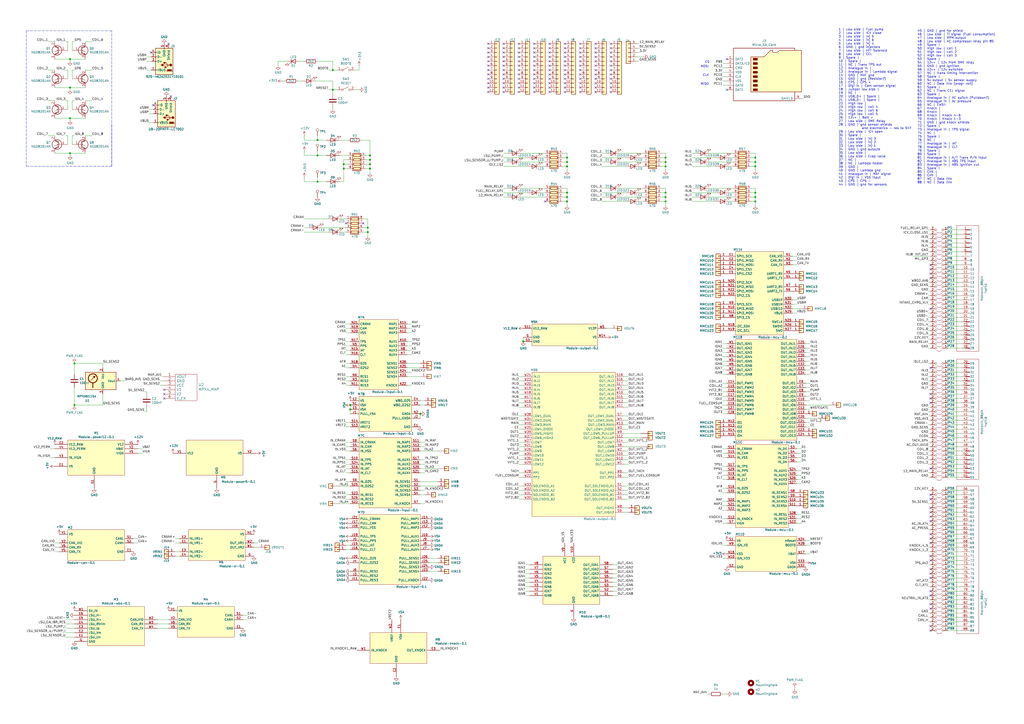
<source format=kicad_sch>
(kicad_sch (version 20210126) (generator eeschema)
  (paper "A2")
  (lib_symbols
    (symbol "Connector:Micro_SD_Card" (pin_names (offset 1.016))
      (property "Reference" "J" (at -16.51 15.24 0))
      (property "Value" "Micro_SD_Card" (at 16.51 15.24 0))
      (symbol "Micro_SD_Card_1_1"
        (pin bidirectional line (at -22.86 7.62 0) (length 3.81) (name "DAT2") (number "1"))
        (pin bidirectional line (at -22.86 5.08 0) (length 3.81) (name "DAT3/CD") (number "2"))
        (pin input line (at -22.86 2.54 0) (length 3.81) (name "CMD") (number "3"))
        (pin power_in line (at -22.86 0 0) (length 3.81) (name "VDD") (number "4"))
        (pin input line (at -22.86 -2.54 0) (length 3.81) (name "CLK") (number "5"))
        (pin power_in line (at -22.86 -5.08 0) (length 3.81) (name "VSS") (number "6"))
        (pin bidirectional line (at -22.86 -7.62 0) (length 3.81) (name "DAT0") (number "7"))
        (pin bidirectional line (at -22.86 -10.16 0) (length 3.81) (name "DAT1") (number "8"))
        (pin passive line (at 20.32 -15.24 180) (length 3.81) (name "SHIELD") (number "9"))
      )
    )
    (symbol "Connector:TestPoint" (pin_numbers hide) (pin_names (offset 0.762) hide)
      (property "Reference" "TP" (at 0 6.858 0))
      (property "Value" "TestPoint" (at 0 5.08 0))
      (symbol "TestPoint_1_1"
        (pin passive line (at 0 0 90) (length 2.54) (name "1") (number "1"))
      )
    )
    (symbol "Connector_Generic:Conn_01x01" (pin_names (offset 1.016) hide)
      (property "Reference" "J" (at 0 2.54 0))
      (property "Value" "Conn_01x01" (at 0 -2.54 0))
      (symbol "Conn_01x01_1_1"
        (pin passive line (at -5.08 0 0) (length 3.81) (name "Pin_1") (number "1"))
      )
    )
    (symbol "Connector_Generic:Conn_01x05" (pin_names (offset 1.016) hide)
      (property "Reference" "J" (at 0 7.62 0))
      (property "Value" "Conn_01x05" (at 0 -7.62 0))
      (symbol "Conn_01x05_1_1"
        (pin passive line (at -5.08 5.08 0) (length 3.81) (name "Pin_1") (number "1"))
        (pin passive line (at -5.08 2.54 0) (length 3.81) (name "Pin_2") (number "2"))
        (pin passive line (at -5.08 0 0) (length 3.81) (name "Pin_3") (number "3"))
        (pin passive line (at -5.08 -2.54 0) (length 3.81) (name "Pin_4") (number "4"))
        (pin passive line (at -5.08 -5.08 0) (length 3.81) (name "Pin_5") (number "5"))
      )
    )
    (symbol "Connector_Generic:Conn_01x12" (pin_names (offset 1.016) hide)
      (property "Reference" "J" (at 0 15.24 0))
      (property "Value" "Conn_01x12" (at 0 -17.78 0))
      (symbol "Conn_01x12_1_1"
        (pin passive line (at -5.08 12.7 0) (length 3.81) (name "Pin_1") (number "1"))
        (pin passive line (at -5.08 -10.16 0) (length 3.81) (name "Pin_10") (number "10"))
        (pin passive line (at -5.08 -12.7 0) (length 3.81) (name "Pin_11") (number "11"))
        (pin passive line (at -5.08 -15.24 0) (length 3.81) (name "Pin_12") (number "12"))
        (pin passive line (at -5.08 10.16 0) (length 3.81) (name "Pin_2") (number "2"))
        (pin passive line (at -5.08 7.62 0) (length 3.81) (name "Pin_3") (number "3"))
        (pin passive line (at -5.08 5.08 0) (length 3.81) (name "Pin_4") (number "4"))
        (pin passive line (at -5.08 2.54 0) (length 3.81) (name "Pin_5") (number "5"))
        (pin passive line (at -5.08 0 0) (length 3.81) (name "Pin_6") (number "6"))
        (pin passive line (at -5.08 -2.54 0) (length 3.81) (name "Pin_7") (number "7"))
        (pin passive line (at -5.08 -5.08 0) (length 3.81) (name "Pin_8") (number "8"))
        (pin passive line (at -5.08 -7.62 0) (length 3.81) (name "Pin_9") (number "9"))
      )
    )
    (symbol "Device:C" (pin_numbers hide) (pin_names (offset 0.254))
      (property "Reference" "C" (at 0.635 2.54 0))
      (property "Value" "C" (at 0.635 -2.54 0))
      (symbol "C_1_1"
        (pin passive line (at 0 3.81 270) (length 2.794) (name "~") (number "1"))
        (pin passive line (at 0 -3.81 90) (length 2.794) (name "~") (number "2"))
      )
    )
    (symbol "Device:LED" (pin_numbers hide) (pin_names (offset 1.016) hide)
      (property "Reference" "D" (at 0 2.54 0))
      (property "Value" "LED" (at 0 -2.54 0))
      (symbol "LED_1_1"
        (pin passive line (at -3.81 0 0) (length 2.54) (name "K") (number "1"))
        (pin passive line (at 3.81 0 180) (length 2.54) (name "A") (number "2"))
      )
    )
    (symbol "Device:Q_NIGBT_GCE" (pin_names (offset 0) hide)
      (property "Reference" "Q" (at 5.08 1.27 0))
      (property "Value" "Q_NIGBT_GCE" (at 5.08 -1.27 0))
      (symbol "Q_NIGBT_GCE_1_1"
        (pin input line (at -5.08 0 0) (length 5.334) (name "G") (number "1"))
        (pin passive line (at 2.54 5.08 270) (length 2.54) (name "C") (number "2"))
        (pin passive line (at 2.54 -5.08 90) (length 2.54) (name "E") (number "3"))
      )
    )
    (symbol "Device:R" (pin_numbers hide) (pin_names (offset 0))
      (property "Reference" "R" (at 2.032 0 90))
      (property "Value" "R" (at 0 0 90))
      (symbol "R_1_1"
        (pin passive line (at 0 3.81 270) (length 1.27) (name "~") (number "1"))
        (pin passive line (at 0 -3.81 90) (length 1.27) (name "~") (number "2"))
      )
    )
    (symbol "Device:R_Pack04" (pin_names (offset 0) hide)
      (property "Reference" "RN" (at -7.62 0 90))
      (property "Value" "R_Pack04" (at 5.08 0 90))
      (symbol "R_Pack04_1_1"
        (pin passive line (at -5.08 -5.08 90) (length 2.54) (name "R1.1") (number "1"))
        (pin passive line (at -2.54 -5.08 90) (length 2.54) (name "R2.1") (number "2"))
        (pin passive line (at 0 -5.08 90) (length 2.54) (name "R3.1") (number "3"))
        (pin passive line (at 2.54 -5.08 90) (length 2.54) (name "R4.1") (number "4"))
        (pin passive line (at 2.54 5.08 270) (length 2.54) (name "R4.2") (number "5"))
        (pin passive line (at 0 5.08 270) (length 2.54) (name "R3.2") (number "6"))
        (pin passive line (at -2.54 5.08 270) (length 2.54) (name "R2.2") (number "7"))
        (pin passive line (at -5.08 5.08 270) (length 2.54) (name "R1.2") (number "8"))
      )
    )
    (symbol "Jumper:Jumper_2_Open" (pin_names (offset 0) hide)
      (property "Reference" "JP" (at 0 2.794 0))
      (property "Value" "Jumper_2_Open" (at 0 -2.286 0))
      (symbol "Jumper_2_Open_1_1"
        (pin passive line (at -5.08 0 0) (length 2.54) (name "A") (number "1"))
        (pin passive line (at 5.08 0 180) (length 2.54) (name "B") (number "2"))
      )
    )
    (symbol "MPX-4_MAP:MPX4_MAP" (pin_names (offset 0.762))
      (property "Reference" "U" (at 0 10.16 0))
      (property "Value" "MPX4_MAP" (at 8.89 0 90))
      (symbol "MPX4_MAP_1_1"
        (pin passive line (at -8.89 6.35 0) (length 6.35) (name "VOUT") (number "1"))
        (pin passive line (at -8.89 3.81 0) (length 6.35) (name "GND") (number "2"))
        (pin passive line (at -8.89 1.27 0) (length 6.35) (name "VCC") (number "3"))
        (pin passive line (at -8.89 -1.27 0) (length 6.35) (name "V1") (number "4"))
        (pin passive line (at -8.89 -3.81 0) (length 6.35) (name "V2") (number "5"))
        (pin passive line (at -8.89 -6.35 0) (length 6.35) (name "V_EX") (number "6"))
      )
    )
    (symbol "Mechanical:MountingHole" (pin_names (offset 1.016))
      (property "Reference" "H" (at 0 5.08 0))
      (property "Value" "MountingHole" (at 0 3.175 0))
    )
    (symbol "Sensor_Pressure:MPXA6115A"
      (property "Reference" "U" (at -10.16 6.35 0))
      (property "Value" "MPXA6115A" (at 1.27 6.35 0))
      (symbol "MPXA6115A_1_1"
        (pin no_connect line (at 5.08 -5.08 90) (length 2.54) hide (name "NC") (number "1"))
        (pin power_in line (at 0 7.62 270) (length 2.54) (name "Vcc") (number "2"))
        (pin power_in line (at 0 -7.62 90) (length 2.54) (name "GND") (number "3"))
        (pin output line (at 10.16 0 180) (length 2.54) (name "Vout") (number "4"))
        (pin no_connect line (at -7.62 -5.08 90) (length 2.54) hide (name "NC") (number "5"))
        (pin no_connect line (at -5.08 -5.08 90) (length 2.54) hide (name "NC") (number "6"))
        (pin no_connect line (at -2.54 -5.08 90) (length 2.54) hide (name "NC") (number "7"))
        (pin no_connect line (at 2.54 -5.08 90) (length 2.54) hide (name "NC") (number "8"))
      )
    )
    (symbol "Switch:SW_SPST" (pin_names (offset 0) hide)
      (property "Reference" "SW" (at 0 3.175 0))
      (property "Value" "SW_SPST" (at 0 -2.54 0))
      (symbol "SW_SPST_1_1"
        (pin passive line (at -5.08 0 0) (length 2.54) (name "A") (number "1"))
        (pin passive line (at 5.08 0 180) (length 2.54) (name "B") (number "2"))
      )
    )
    (symbol "hellen-one-can-0.1:Module-can-0.1"
      (property "Reference" "M" (at 0 0 0))
      (property "Value" "Module-can-0.1" (at 0 0 0))
      (symbol "Module-can-0.1_1_0"
        (pin passive line (at -5.08 -2.54 0) (length 5.08) (name "V5") (number "V1"))
        (pin passive line (at -5.08 -7.62 0) (length 5.08) (name "CAN_VIO") (number "V2"))
        (pin passive line (at 38.1 -7.62 180) (length 5.08) (name "CANH") (number "S2"))
        (pin passive line (at 38.1 -5.08 180) (length 5.08) (name "CANL") (number "S1"))
        (pin passive line (at -5.08 -12.7 0) (length 5.08) (name "CAN_TX") (number "V5"))
        (pin passive line (at -5.08 -10.16 0) (length 5.08) (name "CAN_RX") (number "V6"))
        (pin passive line (at 38.1 -12.7 180) (length 5.08) (name "GND") (number "E1"))
      )
    )
    (symbol "hellen-one-can-0.1:Module-can-0.1_1"
      (property "Reference" "M" (at 0 0 0))
      (property "Value" "Module-can-0.1" (at 0 0 0))
      (symbol "Module-can-0.1_1_1_0"
        (pin passive line (at -5.08 -2.54 0) (length 5.08) (name "V5") (number "V1"))
        (pin passive line (at -5.08 -7.62 0) (length 5.08) (name "CAN_VIO") (number "V2"))
        (pin passive line (at 38.1 -7.62 180) (length 5.08) (name "CANH") (number "S2"))
        (pin passive line (at 38.1 -5.08 180) (length 5.08) (name "CANL") (number "S1"))
        (pin passive line (at -5.08 -12.7 0) (length 5.08) (name "CAN_TX") (number "V5"))
        (pin passive line (at -5.08 -10.16 0) (length 5.08) (name "CAN_RX") (number "V6"))
        (pin passive line (at 38.1 -12.7 180) (length 5.08) (name "GND") (number "E1"))
      )
    )
    (symbol "hellen-one-common:Pad" (pin_numbers hide) (pin_names (offset 1.016) hide)
      (property "Reference" "P" (at 2.54 0 0))
      (symbol "Pad_1_1"
        (pin passive line (at -5.08 0 0) (length 3.81) (name "Pin_1") (number "1"))
      )
    )
    (symbol "hellen-one-common:Pad_1" (pin_numbers hide) (pin_names (offset 1.016) hide)
      (property "Reference" "P" (at 2.54 0 0))
      (symbol "Pad_1_1_1"
        (pin passive line (at -5.08 0 0) (length 3.81) (name "Pin_1") (number "1"))
      )
    )
    (symbol "hellen-one-common:Pad_2" (pin_numbers hide) (pin_names (offset 1.016) hide)
      (property "Reference" "P" (at 2.54 0 0))
      (symbol "Pad_2_1_1"
        (pin passive line (at -5.08 0 0) (length 3.81) (name "Pin_1") (number "1"))
      )
    )
    (symbol "hellen-one-common:Pad_3" (pin_numbers hide) (pin_names (offset 1.016) hide)
      (property "Reference" "P" (at 2.54 0 0))
      (symbol "Pad_3_1_1"
        (pin passive line (at -5.08 0 0) (length 3.81) (name "Pin_1") (number "1"))
      )
    )
    (symbol "hellen-one-common:Pad_32" (pin_numbers hide) (pin_names (offset 1.016) hide)
      (property "Reference" "P" (at 2.54 0 0))
      (symbol "Pad_32_1_1"
        (pin passive line (at -5.08 0 0) (length 3.81) (name "Pin_1") (number "1"))
      )
    )
    (symbol "hellen-one-common:Pad_33" (pin_numbers hide) (pin_names (offset 1.016) hide)
      (property "Reference" "P" (at 2.54 0 0))
      (symbol "Pad_33_1_1"
        (pin passive line (at -5.08 0 0) (length 3.81) (name "Pin_1") (number "1"))
      )
    )
    (symbol "hellen-one-common:Pad_4" (pin_numbers hide) (pin_names (offset 1.016) hide)
      (property "Reference" "P" (at 2.54 0 0))
      (symbol "Pad_4_1_1"
        (pin passive line (at -5.08 0 0) (length 3.81) (name "Pin_1") (number "1"))
      )
    )
    (symbol "hellen-one-common:USB_B_Mini" (pin_names (offset 1.016))
      (property "Reference" "J" (at -5.08 11.43 0))
      (property "Value" "USB_B_Mini" (at -5.08 8.89 0))
      (symbol "USB_B_Mini_1_1"
        (pin power_out line (at 7.62 5.08 180) (length 2.54) (name "VBUS") (number "1"))
        (pin passive line (at 7.62 -2.54 180) (length 2.54) (name "D-") (number "2"))
        (pin passive line (at 7.62 0 180) (length 2.54) (name "D+") (number "3"))
        (pin passive line (at 7.62 -5.08 180) (length 2.54) (name "ID") (number "4"))
        (pin power_out line (at 0 -10.16 90) (length 2.54) (name "GND") (number "5"))
        (pin passive line (at -2.54 -10.16 90) (length 2.54) (name "Shield") (number "6"))
      )
    )
    (symbol "hellen-one-ign8-0.1:Module-ign8-0.1"
      (property "Reference" "M" (at 0 0 0))
      (property "Value" "Module-ign8-0.1" (at 0 0 0))
      (symbol "Module-ign8-0.1_1_0"
        (pin passive line (at -7.62 -15.24 0) (length 7.62) (name "IGN5") (number "V4"))
        (pin passive line (at -7.62 -12.7 0) (length 7.62) (name "IGN4") (number "V5"))
        (pin passive line (at -7.62 -17.78 0) (length 7.62) (name "IGN6") (number "V3"))
        (pin passive line (at -7.62 -20.32 0) (length 7.62) (name "IGN7") (number "V2"))
        (pin passive line (at -7.62 -10.16 0) (length 7.62) (name "IGN3") (number "V6"))
        (pin passive line (at -7.62 -7.62 0) (length 7.62) (name "IGN2") (number "V7"))
        (pin passive line (at -7.62 -22.86 0) (length 7.62) (name "IGN8") (number "V1"))
        (pin passive line (at -7.62 -5.08 0) (length 7.62) (name "IGN1") (number "V8"))
        (pin passive line (at 40.64 -22.86 180) (length 7.62) (name "OUT_IGN8") (number "S1"))
        (pin passive line (at 40.64 -20.32 180) (length 7.62) (name "OUT_IGN7") (number "S2"))
        (pin passive line (at 40.64 -17.78 180) (length 7.62) (name "OUT_IGN6") (number "S3"))
        (pin passive line (at 40.64 -15.24 180) (length 7.62) (name "OUT_IGN5") (number "S4"))
        (pin passive line (at 40.64 -12.7 180) (length 7.62) (name "OUT_IGN4") (number "S5"))
        (pin passive line (at 40.64 -10.16 180) (length 7.62) (name "OUT_IGN3") (number "S6"))
        (pin passive line (at 40.64 -7.62 180) (length 7.62) (name "OUT_IGN2") (number "S7"))
        (pin passive line (at 40.64 -5.08 180) (length 7.62) (name "OUT_IGN1") (number "S8"))
        (pin passive line (at 17.78 -35.56 90) (length 7.62) (name "GND") (number "G"))
        (pin passive line (at 12.7 7.62 270) (length 7.62) (name "VCC") (number "V9"))
        (pin passive line (at 17.78 7.62 270) (length 7.62) (name "V33") (number "V10"))
      )
    )
    (symbol "hellen-one-input-0.1:Module-input-0.1"
      (property "Reference" "M" (at 0 0 0))
      (property "Value" "Module-input-0.1" (at 0 0 0))
      (symbol "Module-input-0.1_1_0"
        (pin passive line (at -5.08 -35.56 0) (length 5.08) (name "RES2") (number "N3"))
        (pin passive line (at -5.08 -27.94 0) (length 5.08) (name "O2S2") (number "N4"))
        (pin passive line (at -5.08 -15.24 0) (length 5.08) (name "PPS") (number "N5"))
        (pin passive line (at -5.08 -33.02 0) (length 5.08) (name "RES1") (number "N6"))
        (pin passive line (at 27.94 -20.32 180) (length 5.08) (name "AUX4") (number "N7"))
        (pin passive line (at 27.94 -17.78 180) (length 5.08) (name "AUX3") (number "N8"))
        (pin passive line (at 27.94 -15.24 180) (length 5.08) (name "AUX2") (number "N9"))
        (pin passive line (at 27.94 -12.7 180) (length 5.08) (name "AUX1") (number "N10"))
        (pin passive line (at -5.08 -38.1 0) (length 5.08) (name "RES3") (number "N11"))
        (pin passive line (at 27.94 -7.62 180) (length 5.08) (name "MAP3") (number "N12"))
        (pin passive line (at 27.94 -5.08 180) (length 5.08) (name "MAP2") (number "N13"))
        (pin passive line (at 27.94 -2.54 180) (length 5.08) (name "MAP1") (number "N14"))
        (pin passive line (at -5.08 -17.78 0) (length 5.08) (name "IAT") (number "N15"))
        (pin passive line (at -5.08 -20.32 0) (length 5.08) (name "CLT") (number "N16"))
        (pin passive line (at -5.08 -12.7 0) (length 5.08) (name "TPS") (number "N17"))
        (pin passive line (at -5.08 -25.4 0) (length 5.08) (name "O2S") (number "N18"))
        (pin passive line (at -5.08 -5.08 0) (length 5.08) (name "CAM") (number "N19"))
        (pin passive line (at -5.08 -7.62 0) (length 5.08) (name "VSS") (number "N20"))
        (pin passive line (at -5.08 -2.54 0) (length 5.08) (name "CRANK") (number "N21"))
        (pin passive line (at 27.94 -38.1 180) (length 5.08) (name "KNOCK") (number "N22"))
        (pin passive line (at 27.94 -33.02 180) (length 5.08) (name "SENS4") (number "N23"))
        (pin passive line (at 27.94 -30.48 180) (length 5.08) (name "SENS3") (number "N24"))
        (pin passive line (at 27.94 -27.94 180) (length 5.08) (name "SENS2") (number "N25"))
        (pin passive line (at 27.94 -25.4 180) (length 5.08) (name "SENS1") (number "N26"))
      )
      (symbol "Module-input-0.1_2_0"
        (pin passive line (at -5.08 -10.16 0) (length 5.08) (name "PULL_V5A") (number "J1"))
        (pin passive line (at 35.56 -12.7 180) (length 5.08) (name "PULL_GNDA") (number "J2"))
        (pin passive line (at -5.08 -17.78 0) (length 5.08) (name "VREF2") (number "S13"))
        (pin passive line (at -5.08 -15.24 0) (length 5.08) (name "VREF1") (number "S14"))
        (pin passive line (at -5.08 -5.08 0) (length 5.08) (name "V5A") (number "N1"))
        (pin passive line (at 35.56 -10.16 180) (length 5.08) (name "GNDA") (number "N2"))
        (pin passive line (at 35.56 -17.78 180) (length 5.08) (name "GND") (number "E1"))
        (pin passive line (at 35.56 -2.54 180) (length 5.08) (name "WBO_O2S") (number "E4"))
        (pin passive line (at -5.08 -2.54 0) (length 5.08) (name "V5") (number "E2"))
        (pin passive line (at 35.56 -5.08 180) (length 5.08) (name "WBO_O2S2") (number "E3"))
        (pin passive line (at -5.08 -7.62 0) (length 5.08) (name "V5A") (number "E5"))
      )
      (symbol "Module-input-0.1_3_0"
        (pin passive line (at 35.56 -25.4 180) (length 5.08) (name "IN_SENS1") (number "S1"))
        (pin passive line (at 35.56 -27.94 180) (length 5.08) (name "IN_SENS2") (number "S2"))
        (pin passive line (at 35.56 -30.48 180) (length 5.08) (name "IN_SENS3") (number "S3"))
        (pin passive line (at 35.56 -33.02 180) (length 5.08) (name "IN_SENS4") (number "S4"))
        (pin passive line (at -5.08 -5.08 0) (length 5.08) (name "IN_CAM") (number "S5"))
        (pin passive line (at -5.08 -7.62 0) (length 5.08) (name "IN_VSS") (number "S6"))
        (pin passive line (at 35.56 -38.1 180) (length 5.08) (name "IN_KNOCK") (number "S7"))
        (pin passive line (at -5.08 -2.54 0) (length 5.08) (name "IN_CRANK") (number "S8"))
        (pin passive line (at -5.08 -25.4 0) (length 5.08) (name "IN_O2S") (number "S9"))
        (pin passive line (at -5.08 -12.7 0) (length 5.08) (name "IN_TPS") (number "S10"))
        (pin passive line (at 35.56 -2.54 180) (length 5.08) (name "IN_MAP1") (number "S11"))
        (pin passive line (at 35.56 -5.08 180) (length 5.08) (name "IN_MAP2") (number "S12"))
        (pin passive line (at -5.08 -20.32 0) (length 5.08) (name "IN_CLT") (number "S15"))
        (pin passive line (at -5.08 -17.78 0) (length 5.08) (name "IN_IAT") (number "S16"))
        (pin passive line (at 35.56 -12.7 180) (length 5.08) (name "IN_AUX1") (number "S17"))
        (pin passive line (at 35.56 -15.24 180) (length 5.08) (name "IN_AUX2") (number "S18"))
        (pin passive line (at 35.56 -7.62 180) (length 5.08) (name "IN_MAP3") (number "S19"))
        (pin passive line (at 35.56 -17.78 180) (length 5.08) (name "IN_AUX3") (number "S20"))
        (pin passive line (at 35.56 -20.32 180) (length 5.08) (name "IN_AUX4") (number "S21"))
        (pin passive line (at -5.08 -38.1 0) (length 5.08) (name "IN_RES3") (number "S22"))
        (pin passive line (at -5.08 -33.02 0) (length 5.08) (name "IN_RES1") (number "S23"))
        (pin passive line (at -5.08 -15.24 0) (length 5.08) (name "IN_PPS") (number "S24"))
        (pin passive line (at -5.08 -27.94 0) (length 5.08) (name "IN_O2S2") (number "S25"))
        (pin passive line (at -5.08 -35.56 0) (length 5.08) (name "IN_RES2") (number "S26"))
      )
      (symbol "Module-input-0.1_4_0"
        (pin passive line (at -5.08 -35.56 0) (length 5.08) (name "PULL_RES2") (number "J3"))
        (pin passive line (at -5.08 -27.94 0) (length 5.08) (name "PULL_O2S2") (number "J4"))
        (pin passive line (at -5.08 -15.24 0) (length 5.08) (name "PULL_PPS") (number "J5"))
        (pin passive line (at -5.08 -33.02 0) (length 5.08) (name "PULL_RES1") (number "J6"))
        (pin passive line (at 40.64 -20.32 180) (length 5.08) (name "PULL_AUX4") (number "J7"))
        (pin passive line (at 40.64 -17.78 180) (length 5.08) (name "PULL_AUX3") (number "J8"))
        (pin passive line (at 40.64 -15.24 180) (length 5.08) (name "PULL_AUX2") (number "J9"))
        (pin passive line (at 40.64 -12.7 180) (length 5.08) (name "PULL_AUX1") (number "J10"))
        (pin passive line (at -5.08 -38.1 0) (length 5.08) (name "PULL_RES3") (number "J11"))
        (pin passive line (at 40.64 -7.62 180) (length 5.08) (name "PULL_MAP3") (number "J12"))
        (pin passive line (at 40.64 -5.08 180) (length 5.08) (name "PULL_MAP2") (number "J13"))
        (pin passive line (at 40.64 -2.54 180) (length 5.08) (name "PULL_MAP1") (number "J14"))
        (pin passive line (at -5.08 -17.78 0) (length 5.08) (name "PULL_IAT") (number "J15"))
        (pin passive line (at -5.08 -20.32 0) (length 5.08) (name "PULL_CLT") (number "J16"))
        (pin passive line (at -5.08 -5.08 0) (length 5.08) (name "PULL_CAM") (number "J17"))
        (pin passive line (at -5.08 -7.62 0) (length 5.08) (name "PULL_VSS") (number "J18"))
        (pin passive line (at -5.08 -12.7 0) (length 5.08) (name "PULL_TPS") (number "J19"))
        (pin passive line (at -5.08 -25.4 0) (length 5.08) (name "PULL_O2S") (number "J20"))
        (pin passive line (at -5.08 -2.54 0) (length 5.08) (name "PULL_CRANK") (number "J21"))
        (pin passive line (at 40.64 -38.1 180) (length 5.08) (name "PULL_KNOCK") (number "J22"))
        (pin passive line (at 40.64 -33.02 180) (length 5.08) (name "PULL_SENS4") (number "J23"))
        (pin passive line (at 40.64 -30.48 180) (length 5.08) (name "PULL_SENS3") (number "J24"))
        (pin passive line (at 40.64 -27.94 180) (length 5.08) (name "PULL_SENS2") (number "J25"))
        (pin passive line (at 40.64 -25.4 180) (length 5.08) (name "PULL_SENS1") (number "J26"))
      )
    )
    (symbol "hellen-one-input-0.1:Module-input-0.1_1"
      (property "Reference" "M" (at 0 0 0))
      (property "Value" "Module-input-0.1" (at 0 0 0))
      (symbol "Module-input-0.1_1_1_0"
        (pin passive line (at -5.08 -35.56 0) (length 5.08) (name "RES2") (number "N3"))
        (pin passive line (at -5.08 -27.94 0) (length 5.08) (name "O2S2") (number "N4"))
        (pin passive line (at -5.08 -15.24 0) (length 5.08) (name "PPS") (number "N5"))
        (pin passive line (at -5.08 -33.02 0) (length 5.08) (name "RES1") (number "N6"))
        (pin passive line (at 27.94 -20.32 180) (length 5.08) (name "AUX4") (number "N7"))
        (pin passive line (at 27.94 -17.78 180) (length 5.08) (name "AUX3") (number "N8"))
        (pin passive line (at 27.94 -15.24 180) (length 5.08) (name "AUX2") (number "N9"))
        (pin passive line (at 27.94 -12.7 180) (length 5.08) (name "AUX1") (number "N10"))
        (pin passive line (at -5.08 -38.1 0) (length 5.08) (name "RES3") (number "N11"))
        (pin passive line (at 27.94 -7.62 180) (length 5.08) (name "MAP3") (number "N12"))
        (pin passive line (at 27.94 -5.08 180) (length 5.08) (name "MAP2") (number "N13"))
        (pin passive line (at 27.94 -2.54 180) (length 5.08) (name "MAP1") (number "N14"))
        (pin passive line (at -5.08 -17.78 0) (length 5.08) (name "IAT") (number "N15"))
        (pin passive line (at -5.08 -20.32 0) (length 5.08) (name "CLT") (number "N16"))
        (pin passive line (at -5.08 -12.7 0) (length 5.08) (name "TPS") (number "N17"))
        (pin passive line (at -5.08 -25.4 0) (length 5.08) (name "O2S") (number "N18"))
        (pin passive line (at -5.08 -5.08 0) (length 5.08) (name "CAM") (number "N19"))
        (pin passive line (at -5.08 -7.62 0) (length 5.08) (name "VSS") (number "N20"))
        (pin passive line (at -5.08 -2.54 0) (length 5.08) (name "CRANK") (number "N21"))
        (pin passive line (at 27.94 -38.1 180) (length 5.08) (name "KNOCK") (number "N22"))
        (pin passive line (at 27.94 -33.02 180) (length 5.08) (name "SENS4") (number "N23"))
        (pin passive line (at 27.94 -30.48 180) (length 5.08) (name "SENS3") (number "N24"))
        (pin passive line (at 27.94 -27.94 180) (length 5.08) (name "SENS2") (number "N25"))
        (pin passive line (at 27.94 -25.4 180) (length 5.08) (name "SENS1") (number "N26"))
      )
      (symbol "Module-input-0.1_1_2_0"
        (pin passive line (at -5.08 -10.16 0) (length 5.08) (name "PULL_V5A") (number "J1"))
        (pin passive line (at 35.56 -12.7 180) (length 5.08) (name "PULL_GNDA") (number "J2"))
        (pin passive line (at -5.08 -17.78 0) (length 5.08) (name "VREF2") (number "S13"))
        (pin passive line (at -5.08 -15.24 0) (length 5.08) (name "VREF1") (number "S14"))
        (pin passive line (at -5.08 -5.08 0) (length 5.08) (name "V5A") (number "N1"))
        (pin passive line (at 35.56 -10.16 180) (length 5.08) (name "GNDA") (number "N2"))
        (pin passive line (at 35.56 -17.78 180) (length 5.08) (name "GND") (number "E1"))
        (pin passive line (at 35.56 -2.54 180) (length 5.08) (name "WBO_O2S") (number "E4"))
        (pin passive line (at -5.08 -2.54 0) (length 5.08) (name "V5") (number "E2"))
        (pin passive line (at 35.56 -5.08 180) (length 5.08) (name "WBO_O2S2") (number "E3"))
        (pin passive line (at -5.08 -7.62 0) (length 5.08) (name "V5A") (number "E5"))
      )
      (symbol "Module-input-0.1_1_3_0"
        (pin passive line (at 35.56 -25.4 180) (length 5.08) (name "IN_SENS1") (number "S1"))
        (pin passive line (at 35.56 -27.94 180) (length 5.08) (name "IN_SENS2") (number "S2"))
        (pin passive line (at 35.56 -30.48 180) (length 5.08) (name "IN_SENS3") (number "S3"))
        (pin passive line (at 35.56 -33.02 180) (length 5.08) (name "IN_SENS4") (number "S4"))
        (pin passive line (at -5.08 -5.08 0) (length 5.08) (name "IN_CAM") (number "S5"))
        (pin passive line (at -5.08 -7.62 0) (length 5.08) (name "IN_VSS") (number "S6"))
        (pin passive line (at 35.56 -38.1 180) (length 5.08) (name "IN_KNOCK") (number "S7"))
        (pin passive line (at -5.08 -2.54 0) (length 5.08) (name "IN_CRANK") (number "S8"))
        (pin passive line (at -5.08 -25.4 0) (length 5.08) (name "IN_O2S") (number "S9"))
        (pin passive line (at -5.08 -12.7 0) (length 5.08) (name "IN_TPS") (number "S10"))
        (pin passive line (at 35.56 -2.54 180) (length 5.08) (name "IN_MAP1") (number "S11"))
        (pin passive line (at 35.56 -5.08 180) (length 5.08) (name "IN_MAP2") (number "S12"))
        (pin passive line (at -5.08 -20.32 0) (length 5.08) (name "IN_CLT") (number "S15"))
        (pin passive line (at -5.08 -17.78 0) (length 5.08) (name "IN_IAT") (number "S16"))
        (pin passive line (at 35.56 -12.7 180) (length 5.08) (name "IN_AUX1") (number "S17"))
        (pin passive line (at 35.56 -15.24 180) (length 5.08) (name "IN_AUX2") (number "S18"))
        (pin passive line (at 35.56 -7.62 180) (length 5.08) (name "IN_MAP3") (number "S19"))
        (pin passive line (at 35.56 -17.78 180) (length 5.08) (name "IN_AUX3") (number "S20"))
        (pin passive line (at 35.56 -20.32 180) (length 5.08) (name "IN_AUX4") (number "S21"))
        (pin passive line (at -5.08 -38.1 0) (length 5.08) (name "IN_RES3") (number "S22"))
        (pin passive line (at -5.08 -33.02 0) (length 5.08) (name "IN_RES1") (number "S23"))
        (pin passive line (at -5.08 -15.24 0) (length 5.08) (name "IN_PPS") (number "S24"))
        (pin passive line (at -5.08 -27.94 0) (length 5.08) (name "IN_O2S2") (number "S25"))
        (pin passive line (at -5.08 -35.56 0) (length 5.08) (name "IN_RES2") (number "S26"))
      )
      (symbol "Module-input-0.1_1_4_0"
        (pin passive line (at -5.08 -35.56 0) (length 5.08) (name "PULL_RES2") (number "J3"))
        (pin passive line (at -5.08 -27.94 0) (length 5.08) (name "PULL_O2S2") (number "J4"))
        (pin passive line (at -5.08 -15.24 0) (length 5.08) (name "PULL_PPS") (number "J5"))
        (pin passive line (at -5.08 -33.02 0) (length 5.08) (name "PULL_RES1") (number "J6"))
        (pin passive line (at 40.64 -20.32 180) (length 5.08) (name "PULL_AUX4") (number "J7"))
        (pin passive line (at 40.64 -17.78 180) (length 5.08) (name "PULL_AUX3") (number "J8"))
        (pin passive line (at 40.64 -15.24 180) (length 5.08) (name "PULL_AUX2") (number "J9"))
        (pin passive line (at 40.64 -12.7 180) (length 5.08) (name "PULL_AUX1") (number "J10"))
        (pin passive line (at -5.08 -38.1 0) (length 5.08) (name "PULL_RES3") (number "J11"))
        (pin passive line (at 40.64 -7.62 180) (length 5.08) (name "PULL_MAP3") (number "J12"))
        (pin passive line (at 40.64 -5.08 180) (length 5.08) (name "PULL_MAP2") (number "J13"))
        (pin passive line (at 40.64 -2.54 180) (length 5.08) (name "PULL_MAP1") (number "J14"))
        (pin passive line (at -5.08 -17.78 0) (length 5.08) (name "PULL_IAT") (number "J15"))
        (pin passive line (at -5.08 -20.32 0) (length 5.08) (name "PULL_CLT") (number "J16"))
        (pin passive line (at -5.08 -5.08 0) (length 5.08) (name "PULL_CAM") (number "J17"))
        (pin passive line (at -5.08 -7.62 0) (length 5.08) (name "PULL_VSS") (number "J18"))
        (pin passive line (at -5.08 -12.7 0) (length 5.08) (name "PULL_TPS") (number "J19"))
        (pin passive line (at -5.08 -25.4 0) (length 5.08) (name "PULL_O2S") (number "J20"))
        (pin passive line (at -5.08 -2.54 0) (length 5.08) (name "PULL_CRANK") (number "J21"))
        (pin passive line (at 40.64 -38.1 180) (length 5.08) (name "PULL_KNOCK") (number "J22"))
        (pin passive line (at 40.64 -33.02 180) (length 5.08) (name "PULL_SENS4") (number "J23"))
        (pin passive line (at 40.64 -30.48 180) (length 5.08) (name "PULL_SENS3") (number "J24"))
        (pin passive line (at 40.64 -27.94 180) (length 5.08) (name "PULL_SENS2") (number "J25"))
        (pin passive line (at 40.64 -25.4 180) (length 5.08) (name "PULL_SENS1") (number "J26"))
      )
    )
    (symbol "hellen-one-input-0.1:Module-input-0.1_2"
      (property "Reference" "M" (at 0 0 0))
      (property "Value" "Module-input-0.1" (at 0 0 0))
      (symbol "Module-input-0.1_2_1_0"
        (pin passive line (at -5.08 -35.56 0) (length 5.08) (name "RES2") (number "N3"))
        (pin passive line (at -5.08 -27.94 0) (length 5.08) (name "O2S2") (number "N4"))
        (pin passive line (at -5.08 -15.24 0) (length 5.08) (name "PPS") (number "N5"))
        (pin passive line (at -5.08 -33.02 0) (length 5.08) (name "RES1") (number "N6"))
        (pin passive line (at 27.94 -20.32 180) (length 5.08) (name "AUX4") (number "N7"))
        (pin passive line (at 27.94 -17.78 180) (length 5.08) (name "AUX3") (number "N8"))
        (pin passive line (at 27.94 -15.24 180) (length 5.08) (name "AUX2") (number "N9"))
        (pin passive line (at 27.94 -12.7 180) (length 5.08) (name "AUX1") (number "N10"))
        (pin passive line (at -5.08 -38.1 0) (length 5.08) (name "RES3") (number "N11"))
        (pin passive line (at 27.94 -7.62 180) (length 5.08) (name "MAP3") (number "N12"))
        (pin passive line (at 27.94 -5.08 180) (length 5.08) (name "MAP2") (number "N13"))
        (pin passive line (at 27.94 -2.54 180) (length 5.08) (name "MAP1") (number "N14"))
        (pin passive line (at -5.08 -17.78 0) (length 5.08) (name "IAT") (number "N15"))
        (pin passive line (at -5.08 -20.32 0) (length 5.08) (name "CLT") (number "N16"))
        (pin passive line (at -5.08 -12.7 0) (length 5.08) (name "TPS") (number "N17"))
        (pin passive line (at -5.08 -25.4 0) (length 5.08) (name "O2S") (number "N18"))
        (pin passive line (at -5.08 -5.08 0) (length 5.08) (name "CAM") (number "N19"))
        (pin passive line (at -5.08 -7.62 0) (length 5.08) (name "VSS") (number "N20"))
        (pin passive line (at -5.08 -2.54 0) (length 5.08) (name "CRANK") (number "N21"))
        (pin passive line (at 27.94 -38.1 180) (length 5.08) (name "KNOCK") (number "N22"))
        (pin passive line (at 27.94 -33.02 180) (length 5.08) (name "SENS4") (number "N23"))
        (pin passive line (at 27.94 -30.48 180) (length 5.08) (name "SENS3") (number "N24"))
        (pin passive line (at 27.94 -27.94 180) (length 5.08) (name "SENS2") (number "N25"))
        (pin passive line (at 27.94 -25.4 180) (length 5.08) (name "SENS1") (number "N26"))
      )
      (symbol "Module-input-0.1_2_2_0"
        (pin passive line (at -5.08 -10.16 0) (length 5.08) (name "PULL_V5A") (number "J1"))
        (pin passive line (at 35.56 -12.7 180) (length 5.08) (name "PULL_GNDA") (number "J2"))
        (pin passive line (at -5.08 -17.78 0) (length 5.08) (name "VREF2") (number "S13"))
        (pin passive line (at -5.08 -15.24 0) (length 5.08) (name "VREF1") (number "S14"))
        (pin passive line (at -5.08 -5.08 0) (length 5.08) (name "V5A") (number "N1"))
        (pin passive line (at 35.56 -10.16 180) (length 5.08) (name "GNDA") (number "N2"))
        (pin passive line (at 35.56 -17.78 180) (length 5.08) (name "GND") (number "E1"))
        (pin passive line (at 35.56 -2.54 180) (length 5.08) (name "WBO_O2S") (number "E4"))
        (pin passive line (at -5.08 -2.54 0) (length 5.08) (name "V5") (number "E2"))
        (pin passive line (at 35.56 -5.08 180) (length 5.08) (name "WBO_O2S2") (number "E3"))
        (pin passive line (at -5.08 -7.62 0) (length 5.08) (name "V5A") (number "E5"))
      )
      (symbol "Module-input-0.1_2_3_0"
        (pin passive line (at 35.56 -25.4 180) (length 5.08) (name "IN_SENS1") (number "S1"))
        (pin passive line (at 35.56 -27.94 180) (length 5.08) (name "IN_SENS2") (number "S2"))
        (pin passive line (at 35.56 -30.48 180) (length 5.08) (name "IN_SENS3") (number "S3"))
        (pin passive line (at 35.56 -33.02 180) (length 5.08) (name "IN_SENS4") (number "S4"))
        (pin passive line (at -5.08 -5.08 0) (length 5.08) (name "IN_CAM") (number "S5"))
        (pin passive line (at -5.08 -7.62 0) (length 5.08) (name "IN_VSS") (number "S6"))
        (pin passive line (at 35.56 -38.1 180) (length 5.08) (name "IN_KNOCK") (number "S7"))
        (pin passive line (at -5.08 -2.54 0) (length 5.08) (name "IN_CRANK") (number "S8"))
        (pin passive line (at -5.08 -25.4 0) (length 5.08) (name "IN_O2S") (number "S9"))
        (pin passive line (at -5.08 -12.7 0) (length 5.08) (name "IN_TPS") (number "S10"))
        (pin passive line (at 35.56 -2.54 180) (length 5.08) (name "IN_MAP1") (number "S11"))
        (pin passive line (at 35.56 -5.08 180) (length 5.08) (name "IN_MAP2") (number "S12"))
        (pin passive line (at -5.08 -20.32 0) (length 5.08) (name "IN_CLT") (number "S15"))
        (pin passive line (at -5.08 -17.78 0) (length 5.08) (name "IN_IAT") (number "S16"))
        (pin passive line (at 35.56 -12.7 180) (length 5.08) (name "IN_AUX1") (number "S17"))
        (pin passive line (at 35.56 -15.24 180) (length 5.08) (name "IN_AUX2") (number "S18"))
        (pin passive line (at 35.56 -7.62 180) (length 5.08) (name "IN_MAP3") (number "S19"))
        (pin passive line (at 35.56 -17.78 180) (length 5.08) (name "IN_AUX3") (number "S20"))
        (pin passive line (at 35.56 -20.32 180) (length 5.08) (name "IN_AUX4") (number "S21"))
        (pin passive line (at -5.08 -38.1 0) (length 5.08) (name "IN_RES3") (number "S22"))
        (pin passive line (at -5.08 -33.02 0) (length 5.08) (name "IN_RES1") (number "S23"))
        (pin passive line (at -5.08 -15.24 0) (length 5.08) (name "IN_PPS") (number "S24"))
        (pin passive line (at -5.08 -27.94 0) (length 5.08) (name "IN_O2S2") (number "S25"))
        (pin passive line (at -5.08 -35.56 0) (length 5.08) (name "IN_RES2") (number "S26"))
      )
      (symbol "Module-input-0.1_2_4_0"
        (pin passive line (at -5.08 -35.56 0) (length 5.08) (name "PULL_RES2") (number "J3"))
        (pin passive line (at -5.08 -27.94 0) (length 5.08) (name "PULL_O2S2") (number "J4"))
        (pin passive line (at -5.08 -15.24 0) (length 5.08) (name "PULL_PPS") (number "J5"))
        (pin passive line (at -5.08 -33.02 0) (length 5.08) (name "PULL_RES1") (number "J6"))
        (pin passive line (at 40.64 -20.32 180) (length 5.08) (name "PULL_AUX4") (number "J7"))
        (pin passive line (at 40.64 -17.78 180) (length 5.08) (name "PULL_AUX3") (number "J8"))
        (pin passive line (at 40.64 -15.24 180) (length 5.08) (name "PULL_AUX2") (number "J9"))
        (pin passive line (at 40.64 -12.7 180) (length 5.08) (name "PULL_AUX1") (number "J10"))
        (pin passive line (at -5.08 -38.1 0) (length 5.08) (name "PULL_RES3") (number "J11"))
        (pin passive line (at 40.64 -7.62 180) (length 5.08) (name "PULL_MAP3") (number "J12"))
        (pin passive line (at 40.64 -5.08 180) (length 5.08) (name "PULL_MAP2") (number "J13"))
        (pin passive line (at 40.64 -2.54 180) (length 5.08) (name "PULL_MAP1") (number "J14"))
        (pin passive line (at -5.08 -17.78 0) (length 5.08) (name "PULL_IAT") (number "J15"))
        (pin passive line (at -5.08 -20.32 0) (length 5.08) (name "PULL_CLT") (number "J16"))
        (pin passive line (at -5.08 -5.08 0) (length 5.08) (name "PULL_CAM") (number "J17"))
        (pin passive line (at -5.08 -7.62 0) (length 5.08) (name "PULL_VSS") (number "J18"))
        (pin passive line (at -5.08 -12.7 0) (length 5.08) (name "PULL_TPS") (number "J19"))
        (pin passive line (at -5.08 -25.4 0) (length 5.08) (name "PULL_O2S") (number "J20"))
        (pin passive line (at -5.08 -2.54 0) (length 5.08) (name "PULL_CRANK") (number "J21"))
        (pin passive line (at 40.64 -38.1 180) (length 5.08) (name "PULL_KNOCK") (number "J22"))
        (pin passive line (at 40.64 -33.02 180) (length 5.08) (name "PULL_SENS4") (number "J23"))
        (pin passive line (at 40.64 -30.48 180) (length 5.08) (name "PULL_SENS3") (number "J24"))
        (pin passive line (at 40.64 -27.94 180) (length 5.08) (name "PULL_SENS2") (number "J25"))
        (pin passive line (at 40.64 -25.4 180) (length 5.08) (name "PULL_SENS1") (number "J26"))
      )
    )
    (symbol "hellen-one-input-0.1:Module-input-0.1_3"
      (property "Reference" "M" (at 0 0 0))
      (property "Value" "Module-input-0.1" (at 0 0 0))
      (symbol "Module-input-0.1_3_1_0"
        (pin passive line (at -5.08 -35.56 0) (length 5.08) (name "RES2") (number "N3"))
        (pin passive line (at -5.08 -27.94 0) (length 5.08) (name "O2S2") (number "N4"))
        (pin passive line (at -5.08 -15.24 0) (length 5.08) (name "PPS") (number "N5"))
        (pin passive line (at -5.08 -33.02 0) (length 5.08) (name "RES1") (number "N6"))
        (pin passive line (at 27.94 -20.32 180) (length 5.08) (name "AUX4") (number "N7"))
        (pin passive line (at 27.94 -17.78 180) (length 5.08) (name "AUX3") (number "N8"))
        (pin passive line (at 27.94 -15.24 180) (length 5.08) (name "AUX2") (number "N9"))
        (pin passive line (at 27.94 -12.7 180) (length 5.08) (name "AUX1") (number "N10"))
        (pin passive line (at -5.08 -38.1 0) (length 5.08) (name "RES3") (number "N11"))
        (pin passive line (at 27.94 -7.62 180) (length 5.08) (name "MAP3") (number "N12"))
        (pin passive line (at 27.94 -5.08 180) (length 5.08) (name "MAP2") (number "N13"))
        (pin passive line (at 27.94 -2.54 180) (length 5.08) (name "MAP1") (number "N14"))
        (pin passive line (at -5.08 -17.78 0) (length 5.08) (name "IAT") (number "N15"))
        (pin passive line (at -5.08 -20.32 0) (length 5.08) (name "CLT") (number "N16"))
        (pin passive line (at -5.08 -12.7 0) (length 5.08) (name "TPS") (number "N17"))
        (pin passive line (at -5.08 -25.4 0) (length 5.08) (name "O2S") (number "N18"))
        (pin passive line (at -5.08 -5.08 0) (length 5.08) (name "CAM") (number "N19"))
        (pin passive line (at -5.08 -7.62 0) (length 5.08) (name "VSS") (number "N20"))
        (pin passive line (at -5.08 -2.54 0) (length 5.08) (name "CRANK") (number "N21"))
        (pin passive line (at 27.94 -38.1 180) (length 5.08) (name "KNOCK") (number "N22"))
        (pin passive line (at 27.94 -33.02 180) (length 5.08) (name "SENS4") (number "N23"))
        (pin passive line (at 27.94 -30.48 180) (length 5.08) (name "SENS3") (number "N24"))
        (pin passive line (at 27.94 -27.94 180) (length 5.08) (name "SENS2") (number "N25"))
        (pin passive line (at 27.94 -25.4 180) (length 5.08) (name "SENS1") (number "N26"))
      )
      (symbol "Module-input-0.1_3_2_0"
        (pin passive line (at -5.08 -10.16 0) (length 5.08) (name "PULL_V5A") (number "J1"))
        (pin passive line (at 35.56 -12.7 180) (length 5.08) (name "PULL_GNDA") (number "J2"))
        (pin passive line (at -5.08 -17.78 0) (length 5.08) (name "VREF2") (number "S13"))
        (pin passive line (at -5.08 -15.24 0) (length 5.08) (name "VREF1") (number "S14"))
        (pin passive line (at -5.08 -5.08 0) (length 5.08) (name "V5A") (number "N1"))
        (pin passive line (at 35.56 -10.16 180) (length 5.08) (name "GNDA") (number "N2"))
        (pin passive line (at 35.56 -17.78 180) (length 5.08) (name "GND") (number "E1"))
        (pin passive line (at 35.56 -2.54 180) (length 5.08) (name "WBO_O2S") (number "E4"))
        (pin passive line (at -5.08 -2.54 0) (length 5.08) (name "V5") (number "E2"))
        (pin passive line (at 35.56 -5.08 180) (length 5.08) (name "WBO_O2S2") (number "E3"))
        (pin passive line (at -5.08 -7.62 0) (length 5.08) (name "V5A") (number "E5"))
      )
      (symbol "Module-input-0.1_3_3_0"
        (pin passive line (at 35.56 -25.4 180) (length 5.08) (name "IN_SENS1") (number "S1"))
        (pin passive line (at 35.56 -27.94 180) (length 5.08) (name "IN_SENS2") (number "S2"))
        (pin passive line (at 35.56 -30.48 180) (length 5.08) (name "IN_SENS3") (number "S3"))
        (pin passive line (at 35.56 -33.02 180) (length 5.08) (name "IN_SENS4") (number "S4"))
        (pin passive line (at -5.08 -5.08 0) (length 5.08) (name "IN_CAM") (number "S5"))
        (pin passive line (at -5.08 -7.62 0) (length 5.08) (name "IN_VSS") (number "S6"))
        (pin passive line (at 35.56 -38.1 180) (length 5.08) (name "IN_KNOCK") (number "S7"))
        (pin passive line (at -5.08 -2.54 0) (length 5.08) (name "IN_CRANK") (number "S8"))
        (pin passive line (at -5.08 -25.4 0) (length 5.08) (name "IN_O2S") (number "S9"))
        (pin passive line (at -5.08 -12.7 0) (length 5.08) (name "IN_TPS") (number "S10"))
        (pin passive line (at 35.56 -2.54 180) (length 5.08) (name "IN_MAP1") (number "S11"))
        (pin passive line (at 35.56 -5.08 180) (length 5.08) (name "IN_MAP2") (number "S12"))
        (pin passive line (at -5.08 -20.32 0) (length 5.08) (name "IN_CLT") (number "S15"))
        (pin passive line (at -5.08 -17.78 0) (length 5.08) (name "IN_IAT") (number "S16"))
        (pin passive line (at 35.56 -12.7 180) (length 5.08) (name "IN_AUX1") (number "S17"))
        (pin passive line (at 35.56 -15.24 180) (length 5.08) (name "IN_AUX2") (number "S18"))
        (pin passive line (at 35.56 -7.62 180) (length 5.08) (name "IN_MAP3") (number "S19"))
        (pin passive line (at 35.56 -17.78 180) (length 5.08) (name "IN_AUX3") (number "S20"))
        (pin passive line (at 35.56 -20.32 180) (length 5.08) (name "IN_AUX4") (number "S21"))
        (pin passive line (at -5.08 -38.1 0) (length 5.08) (name "IN_RES3") (number "S22"))
        (pin passive line (at -5.08 -33.02 0) (length 5.08) (name "IN_RES1") (number "S23"))
        (pin passive line (at -5.08 -15.24 0) (length 5.08) (name "IN_PPS") (number "S24"))
        (pin passive line (at -5.08 -27.94 0) (length 5.08) (name "IN_O2S2") (number "S25"))
        (pin passive line (at -5.08 -35.56 0) (length 5.08) (name "IN_RES2") (number "S26"))
      )
      (symbol "Module-input-0.1_3_4_0"
        (pin passive line (at -5.08 -35.56 0) (length 5.08) (name "PULL_RES2") (number "J3"))
        (pin passive line (at -5.08 -27.94 0) (length 5.08) (name "PULL_O2S2") (number "J4"))
        (pin passive line (at -5.08 -15.24 0) (length 5.08) (name "PULL_PPS") (number "J5"))
        (pin passive line (at -5.08 -33.02 0) (length 5.08) (name "PULL_RES1") (number "J6"))
        (pin passive line (at 40.64 -20.32 180) (length 5.08) (name "PULL_AUX4") (number "J7"))
        (pin passive line (at 40.64 -17.78 180) (length 5.08) (name "PULL_AUX3") (number "J8"))
        (pin passive line (at 40.64 -15.24 180) (length 5.08) (name "PULL_AUX2") (number "J9"))
        (pin passive line (at 40.64 -12.7 180) (length 5.08) (name "PULL_AUX1") (number "J10"))
        (pin passive line (at -5.08 -38.1 0) (length 5.08) (name "PULL_RES3") (number "J11"))
        (pin passive line (at 40.64 -7.62 180) (length 5.08) (name "PULL_MAP3") (number "J12"))
        (pin passive line (at 40.64 -5.08 180) (length 5.08) (name "PULL_MAP2") (number "J13"))
        (pin passive line (at 40.64 -2.54 180) (length 5.08) (name "PULL_MAP1") (number "J14"))
        (pin passive line (at -5.08 -17.78 0) (length 5.08) (name "PULL_IAT") (number "J15"))
        (pin passive line (at -5.08 -20.32 0) (length 5.08) (name "PULL_CLT") (number "J16"))
        (pin passive line (at -5.08 -5.08 0) (length 5.08) (name "PULL_CAM") (number "J17"))
        (pin passive line (at -5.08 -7.62 0) (length 5.08) (name "PULL_VSS") (number "J18"))
        (pin passive line (at -5.08 -12.7 0) (length 5.08) (name "PULL_TPS") (number "J19"))
        (pin passive line (at -5.08 -25.4 0) (length 5.08) (name "PULL_O2S") (number "J20"))
        (pin passive line (at -5.08 -2.54 0) (length 5.08) (name "PULL_CRANK") (number "J21"))
        (pin passive line (at 40.64 -38.1 180) (length 5.08) (name "PULL_KNOCK") (number "J22"))
        (pin passive line (at 40.64 -33.02 180) (length 5.08) (name "PULL_SENS4") (number "J23"))
        (pin passive line (at 40.64 -30.48 180) (length 5.08) (name "PULL_SENS3") (number "J24"))
        (pin passive line (at 40.64 -27.94 180) (length 5.08) (name "PULL_SENS2") (number "J25"))
        (pin passive line (at 40.64 -25.4 180) (length 5.08) (name "PULL_SENS1") (number "J26"))
      )
    )
    (symbol "hellen-one-knock-0.1:Module-knock-0.1"
      (property "Reference" "M" (at 0 0 0))
      (property "Value" "Module-knock-0.1" (at 0 0 0))
      (symbol "Module-knock-0.1_1_0"
        (pin passive line (at -7.62 -10.16 0) (length 7.62) (name "IN_KNOCK") (number "W1"))
        (pin passive line (at 12.7 7.62 270) (length 7.62) (name "VREF") (number "W2"))
        (pin passive line (at 40.64 -10.16 180) (length 7.62) (name "OUT_KNOCK") (number "E3"))
        (pin passive line (at 15.24 -25.4 90) (length 7.62) (name "GND") (number "E2"))
        (pin passive line (at 17.78 7.62 270) (length 7.62) (name "V5A") (number "E1"))
      )
    )
    (symbol "hellen-one-mcu-0.1:Module-mcu-0.1"
      (property "Reference" "M" (at 0 0 0))
      (property "Value" "Module-mcu-0.1" (at 0 0 0))
      (symbol "Module-mcu-0.1_1_0"
        (pin passive line (at -5.08 -2.54 0) (length 5.08) (name "SPI1_SCK") (number "E1"))
        (pin passive line (at -5.08 -10.16 0) (length 5.08) (name "SPI1_CS1") (number "E4"))
        (pin passive line (at -5.08 -5.08 0) (length 5.08) (name "SPI1_MISO") (number "E2"))
        (pin passive line (at -5.08 -7.62 0) (length 5.08) (name "SPI1_MOSI") (number "E3"))
        (pin passive line (at -5.08 -12.7 0) (length 5.08) (name "SPI1_CS2") (number "E5"))
        (pin passive line (at 33.02 -2.54 180) (length 5.08) (name "CAN_VIO") (number "N1"))
        (pin passive line (at 33.02 -5.08 180) (length 5.08) (name "CAN_RX") (number "N2"))
        (pin passive line (at 33.02 -7.62 180) (length 5.08) (name "CAN_TX") (number "N3"))
        (pin passive line (at 33.02 -15.24 180) (length 5.08) (name "UART1_TX") (number "N4"))
        (pin passive line (at 33.02 -12.7 180) (length 5.08) (name "UART1_RX") (number "N5"))
        (pin passive line (at 33.02 -22.86 180) (length 5.08) (name "UART2_TX") (number "N6"))
        (pin passive line (at 33.02 -20.32 180) (length 5.08) (name "UART2_RX") (number "N7"))
        (pin passive line (at -5.08 -38.1 0) (length 5.08) (name "SPI3_CS") (number "N8"))
        (pin passive line (at -5.08 -30.48 0) (length 5.08) (name "SPI3_SCK") (number "N9"))
        (pin passive line (at -5.08 -33.02 0) (length 5.08) (name "SPI3_MISO") (number "N10"))
        (pin passive line (at -5.08 -35.56 0) (length 5.08) (name "SPI3_MOSI") (number "N11"))
        (pin passive line (at -5.08 -43.18 0) (length 5.08) (name "I2C_SDA") (number "N18"))
        (pin passive line (at -5.08 -45.72 0) (length 5.08) (name "I2C_SCL") (number "N19"))
        (pin passive line (at -5.08 -17.78 0) (length 5.08) (name "SPI2_SCK") (number "N20"))
        (pin passive line (at -5.08 -20.32 0) (length 5.08) (name "SPI2_MISO") (number "N21"))
        (pin passive line (at -5.08 -22.86 0) (length 5.08) (name "SPI2_MOSI") (number "N22"))
        (pin passive line (at -5.08 -25.4 0) (length 5.08) (name "SPI2_CS") (number "N23"))
        (pin passive line (at 33.02 -40.64 180) (length 5.08) (name "SWCLK") (number "N25"))
        (pin passive line (at 33.02 -43.18 180) (length 5.08) (name "SWDIO") (number "N26"))
        (pin passive line (at 33.02 -45.72 180) (length 5.08) (name "SWO") (number "N27"))
        (pin passive line (at 33.02 -35.56 180) (length 5.08) (name "VBUS") (number "N29"))
        (pin passive line (at 33.02 -27.94 180) (length 5.08) (name "USB1P") (number "N30"))
        (pin passive line (at 33.02 -30.48 180) (length 5.08) (name "USB1M") (number "N31"))
        (pin passive line (at 33.02 -33.02 180) (length 5.08) (name "USBI1D") (number "N32"))
      )
      (symbol "Module-mcu-0.1_2_0"
        (pin passive line (at -5.08 -48.26 0) (length 5.08) (name "IO1") (number "N12"))
        (pin passive line (at -5.08 -50.8 0) (length 5.08) (name "IO2") (number "N13"))
        (pin passive line (at -5.08 -53.34 0) (length 5.08) (name "IO3") (number "N14"))
        (pin passive line (at -5.08 -55.88 0) (length 5.08) (name "IO4") (number "N15"))
        (pin passive line (at -5.08 -2.54 0) (length 5.08) (name "OUT_IGN1") (number "W1"))
        (pin passive line (at -5.08 -5.08 0) (length 5.08) (name "OUT_IGN2") (number "W2"))
        (pin passive line (at -5.08 -7.62 0) (length 5.08) (name "OUT_IGN3") (number "W3"))
        (pin passive line (at -5.08 -10.16 0) (length 5.08) (name "OUT_IGN4") (number "W4"))
        (pin passive line (at -5.08 -12.7 0) (length 5.08) (name "OUT_IGN5") (number "W5"))
        (pin passive line (at -5.08 -15.24 0) (length 5.08) (name "OUT_IGN6") (number "W6"))
        (pin passive line (at -5.08 -17.78 0) (length 5.08) (name "OUT_IGN7") (number "W7"))
        (pin passive line (at -5.08 -20.32 0) (length 5.08) (name "OUT_IGN8") (number "W8"))
        (pin passive line (at 40.64 -25.4 180) (length 5.08) (name "OUT_IO1") (number "E6"))
        (pin passive line (at 40.64 -27.94 180) (length 5.08) (name "OUT_IO2") (number "E7"))
        (pin passive line (at 40.64 -30.48 180) (length 5.08) (name "OUT_IO3") (number "E8"))
        (pin passive line (at 40.64 -33.02 180) (length 5.08) (name "OUT_IO4") (number "E9"))
        (pin passive line (at 40.64 -35.56 180) (length 5.08) (name "OUT_IO5") (number "E10"))
        (pin passive line (at 40.64 -38.1 180) (length 5.08) (name "OUT_IO6") (number "E11"))
        (pin passive line (at 40.64 -40.64 180) (length 5.08) (name "OUT_IO7") (number "E12"))
        (pin passive line (at 40.64 -43.18 180) (length 5.08) (name "OUT_IO8") (number "E13"))
        (pin passive line (at -5.08 -25.4 0) (length 5.08) (name "OUT_PWM1") (number "E14"))
        (pin passive line (at -5.08 -27.94 0) (length 5.08) (name "OUT_PWM2") (number "E15"))
        (pin passive line (at -5.08 -30.48 0) (length 5.08) (name "OUT_PWM3") (number "E16"))
        (pin passive line (at -5.08 -33.02 0) (length 5.08) (name "OUT_PWM4") (number "E17"))
        (pin passive line (at -5.08 -35.56 0) (length 5.08) (name "OUT_PWM5") (number "E18"))
        (pin passive line (at -5.08 -38.1 0) (length 5.08) (name "OUT_PWM6") (number "E19"))
        (pin passive line (at 40.64 -45.72 180) (length 5.08) (name "OUT_IO9") (number "E20"))
        (pin passive line (at 40.64 -48.26 180) (length 5.08) (name "OUT_IO10") (number "E21"))
        (pin passive line (at 40.64 -50.8 180) (length 5.08) (name "OUT_IO11") (number "E22"))
        (pin passive line (at 40.64 -53.34 180) (length 5.08) (name "OUT_IO12") (number "E23"))
        (pin passive line (at 40.64 -55.88 180) (length 5.08) (name "OUT_IO13") (number "E24"))
        (pin passive line (at 40.64 -2.54 180) (length 5.08) (name "OUT_INJ1") (number "E25"))
        (pin passive line (at 40.64 -5.08 180) (length 5.08) (name "OUT_INJ2") (number "E26"))
        (pin passive line (at -5.08 -40.64 0) (length 5.08) (name "OUT_PWM7") (number "E27"))
        (pin passive line (at -5.08 -43.18 0) (length 5.08) (name "OUT_PWM8") (number "E28"))
        (pin passive line (at 40.64 -7.62 180) (length 5.08) (name "OUT_INJ3") (number "E29"))
        (pin passive line (at 40.64 -10.16 180) (length 5.08) (name "OUT_INJ4") (number "E30"))
        (pin passive line (at 40.64 -12.7 180) (length 5.08) (name "OUT_INJ5") (number "E31"))
        (pin passive line (at 40.64 -15.24 180) (length 5.08) (name "OUT_INJ6") (number "E32"))
        (pin passive line (at 40.64 -17.78 180) (length 5.08) (name "OUT_INJ7") (number "E33"))
        (pin passive line (at 40.64 -20.32 180) (length 5.08) (name "OUT_INJ8") (number "E34"))
      )
      (symbol "Module-mcu-0.1_3_0"
        (pin passive line (at 35.56 -2.54 180) (length 5.08) (name "IN_D1") (number "S3"))
        (pin passive line (at 35.56 -5.08 180) (length 5.08) (name "IN_D2") (number "S4"))
        (pin passive line (at 35.56 -7.62 180) (length 5.08) (name "IN_D3") (number "S5"))
        (pin passive line (at 35.56 -10.16 180) (length 5.08) (name "IN_D4") (number "S6"))
        (pin passive line (at -5.08 -45.72 0) (length 5.08) (name "VIGN") (number "S7"))
        (pin passive line (at 35.56 -27.94 180) (length 5.08) (name "IN_SENS1") (number "S8"))
        (pin passive line (at 35.56 -30.48 180) (length 5.08) (name "IN_SENS2") (number "S9"))
        (pin passive line (at 35.56 -33.02 180) (length 5.08) (name "IN_SENS3") (number "S10"))
        (pin passive line (at 35.56 -35.56 180) (length 5.08) (name "IN_SENS4") (number "S11"))
        (pin passive line (at -5.08 -43.18 0) (length 5.08) (name "IN_KNOCK") (number "S12"))
        (pin passive line (at -5.08 -2.54 0) (length 5.08) (name "IN_CRANK") (number "S13"))
        (pin passive line (at -5.08 -7.62 0) (length 5.08) (name "IN_VSS") (number "S14"))
        (pin passive line (at -5.08 -5.08 0) (length 5.08) (name "IN_CAM") (number "S15"))
        (pin passive line (at -5.08 -25.4 0) (length 5.08) (name "IN_O2S") (number "S16"))
        (pin passive line (at -5.08 -12.7 0) (length 5.08) (name "IN_TPS") (number "S17"))
        (pin passive line (at -5.08 -20.32 0) (length 5.08) (name "IN_CLT") (number "S18"))
        (pin passive line (at -5.08 -17.78 0) (length 5.08) (name "IN_IAT") (number "S19"))
        (pin passive line (at -5.08 -33.02 0) (length 5.08) (name "IN_MAP1") (number "S20"))
        (pin passive line (at -5.08 -35.56 0) (length 5.08) (name "IN_MAP2") (number "S21"))
        (pin passive line (at -5.08 -38.1 0) (length 5.08) (name "IN_MAP3") (number "S22"))
        (pin passive line (at 35.56 -45.72 180) (length 5.08) (name "IN_RES3") (number "S23"))
        (pin passive line (at 35.56 -15.24 180) (length 5.08) (name "IN_AUX1") (number "S24"))
        (pin passive line (at 35.56 -17.78 180) (length 5.08) (name "IN_AUX2") (number "S25"))
        (pin passive line (at 35.56 -20.32 180) (length 5.08) (name "IN_AUX3") (number "S26"))
        (pin passive line (at 35.56 -22.86 180) (length 5.08) (name "IN_AUX4") (number "S27"))
        (pin passive line (at 35.56 -40.64 180) (length 5.08) (name "IN_RES1") (number "S28"))
        (pin passive line (at -5.08 -15.24 0) (length 5.08) (name "IN_PPS") (number "S29"))
        (pin passive line (at -5.08 -27.94 0) (length 5.08) (name "IN_O2S2") (number "S30"))
        (pin passive line (at 35.56 -43.18 180) (length 5.08) (name "IN_RES2") (number "S31"))
      )
      (symbol "Module-mcu-0.1_4_0"
        (pin passive line (at -5.08 -10.16 0) (length 5.08) (name "V33") (number "N16"))
        (pin passive line (at 40.64 -10.16 180) (length 5.08) (name "VBAT") (number "N17"))
        (pin passive line (at 40.64 -2.54 180) (length 5.08) (name "nReset") (number "N24"))
        (pin passive line (at 40.64 -5.08 180) (length 5.08) (name "BOOT0") (number "N28"))
        (pin passive line (at -5.08 -2.54 0) (length 5.08) (name "V5") (number "S1"))
        (pin passive line (at -5.08 -17.78 0) (length 5.08) (name "GND") (number "S2"))
        (pin passive line (at 40.64 -17.78 180) (length 5.08) (name "GNDA") (number "S32"))
        (pin passive line (at 40.64 -15.24 180) (length 5.08) (name "V5A") (number "S33"))
        (pin passive line (at -5.08 -5.08 0) (length 5.08) (name "IGN_V5") (number "W9"))
        (pin passive line (at -5.08 -12.7 0) (length 5.08) (name "IGN_V33") (number "W10"))
      )
    )
    (symbol "hellen-one-mcu-0.1:Module-mcu-0.1_1"
      (property "Reference" "M" (at 0 0 0))
      (property "Value" "Module-mcu-0.1" (at 0 0 0))
      (symbol "Module-mcu-0.1_1_1_0"
        (pin passive line (at -5.08 -2.54 0) (length 5.08) (name "SPI1_SCK") (number "E1"))
        (pin passive line (at -5.08 -10.16 0) (length 5.08) (name "SPI1_CS1") (number "E4"))
        (pin passive line (at -5.08 -5.08 0) (length 5.08) (name "SPI1_MISO") (number "E2"))
        (pin passive line (at -5.08 -7.62 0) (length 5.08) (name "SPI1_MOSI") (number "E3"))
        (pin passive line (at -5.08 -12.7 0) (length 5.08) (name "SPI1_CS2") (number "E5"))
        (pin passive line (at 33.02 -2.54 180) (length 5.08) (name "CAN_VIO") (number "N1"))
        (pin passive line (at 33.02 -5.08 180) (length 5.08) (name "CAN_RX") (number "N2"))
        (pin passive line (at 33.02 -7.62 180) (length 5.08) (name "CAN_TX") (number "N3"))
        (pin passive line (at 33.02 -15.24 180) (length 5.08) (name "UART1_TX") (number "N4"))
        (pin passive line (at 33.02 -12.7 180) (length 5.08) (name "UART1_RX") (number "N5"))
        (pin passive line (at 33.02 -22.86 180) (length 5.08) (name "UART2_TX") (number "N6"))
        (pin passive line (at 33.02 -20.32 180) (length 5.08) (name "UART2_RX") (number "N7"))
        (pin passive line (at -5.08 -38.1 0) (length 5.08) (name "SPI3_CS") (number "N8"))
        (pin passive line (at -5.08 -30.48 0) (length 5.08) (name "SPI3_SCK") (number "N9"))
        (pin passive line (at -5.08 -33.02 0) (length 5.08) (name "SPI3_MISO") (number "N10"))
        (pin passive line (at -5.08 -35.56 0) (length 5.08) (name "SPI3_MOSI") (number "N11"))
        (pin passive line (at -5.08 -43.18 0) (length 5.08) (name "I2C_SDA") (number "N18"))
        (pin passive line (at -5.08 -45.72 0) (length 5.08) (name "I2C_SCL") (number "N19"))
        (pin passive line (at -5.08 -17.78 0) (length 5.08) (name "SPI2_SCK") (number "N20"))
        (pin passive line (at -5.08 -20.32 0) (length 5.08) (name "SPI2_MISO") (number "N21"))
        (pin passive line (at -5.08 -22.86 0) (length 5.08) (name "SPI2_MOSI") (number "N22"))
        (pin passive line (at -5.08 -25.4 0) (length 5.08) (name "SPI2_CS") (number "N23"))
        (pin passive line (at 33.02 -40.64 180) (length 5.08) (name "SWCLK") (number "N25"))
        (pin passive line (at 33.02 -43.18 180) (length 5.08) (name "SWDIO") (number "N26"))
        (pin passive line (at 33.02 -45.72 180) (length 5.08) (name "SWO") (number "N27"))
        (pin passive line (at 33.02 -35.56 180) (length 5.08) (name "VBUS") (number "N29"))
        (pin passive line (at 33.02 -27.94 180) (length 5.08) (name "USB1P") (number "N30"))
        (pin passive line (at 33.02 -30.48 180) (length 5.08) (name "USB1M") (number "N31"))
        (pin passive line (at 33.02 -33.02 180) (length 5.08) (name "USBI1D") (number "N32"))
      )
      (symbol "Module-mcu-0.1_1_2_0"
        (pin passive line (at -5.08 -48.26 0) (length 5.08) (name "IO1") (number "N12"))
        (pin passive line (at -5.08 -50.8 0) (length 5.08) (name "IO2") (number "N13"))
        (pin passive line (at -5.08 -53.34 0) (length 5.08) (name "IO3") (number "N14"))
        (pin passive line (at -5.08 -55.88 0) (length 5.08) (name "IO4") (number "N15"))
        (pin passive line (at -5.08 -2.54 0) (length 5.08) (name "OUT_IGN1") (number "W1"))
        (pin passive line (at -5.08 -5.08 0) (length 5.08) (name "OUT_IGN2") (number "W2"))
        (pin passive line (at -5.08 -7.62 0) (length 5.08) (name "OUT_IGN3") (number "W3"))
        (pin passive line (at -5.08 -10.16 0) (length 5.08) (name "OUT_IGN4") (number "W4"))
        (pin passive line (at -5.08 -12.7 0) (length 5.08) (name "OUT_IGN5") (number "W5"))
        (pin passive line (at -5.08 -15.24 0) (length 5.08) (name "OUT_IGN6") (number "W6"))
        (pin passive line (at -5.08 -17.78 0) (length 5.08) (name "OUT_IGN7") (number "W7"))
        (pin passive line (at -5.08 -20.32 0) (length 5.08) (name "OUT_IGN8") (number "W8"))
        (pin passive line (at 40.64 -25.4 180) (length 5.08) (name "OUT_IO1") (number "E6"))
        (pin passive line (at 40.64 -27.94 180) (length 5.08) (name "OUT_IO2") (number "E7"))
        (pin passive line (at 40.64 -30.48 180) (length 5.08) (name "OUT_IO3") (number "E8"))
        (pin passive line (at 40.64 -33.02 180) (length 5.08) (name "OUT_IO4") (number "E9"))
        (pin passive line (at 40.64 -35.56 180) (length 5.08) (name "OUT_IO5") (number "E10"))
        (pin passive line (at 40.64 -38.1 180) (length 5.08) (name "OUT_IO6") (number "E11"))
        (pin passive line (at 40.64 -40.64 180) (length 5.08) (name "OUT_IO7") (number "E12"))
        (pin passive line (at 40.64 -43.18 180) (length 5.08) (name "OUT_IO8") (number "E13"))
        (pin passive line (at -5.08 -25.4 0) (length 5.08) (name "OUT_PWM1") (number "E14"))
        (pin passive line (at -5.08 -27.94 0) (length 5.08) (name "OUT_PWM2") (number "E15"))
        (pin passive line (at -5.08 -30.48 0) (length 5.08) (name "OUT_PWM3") (number "E16"))
        (pin passive line (at -5.08 -33.02 0) (length 5.08) (name "OUT_PWM4") (number "E17"))
        (pin passive line (at -5.08 -35.56 0) (length 5.08) (name "OUT_PWM5") (number "E18"))
        (pin passive line (at -5.08 -38.1 0) (length 5.08) (name "OUT_PWM6") (number "E19"))
        (pin passive line (at 40.64 -45.72 180) (length 5.08) (name "OUT_IO9") (number "E20"))
        (pin passive line (at 40.64 -48.26 180) (length 5.08) (name "OUT_IO10") (number "E21"))
        (pin passive line (at 40.64 -50.8 180) (length 5.08) (name "OUT_IO11") (number "E22"))
        (pin passive line (at 40.64 -53.34 180) (length 5.08) (name "OUT_IO12") (number "E23"))
        (pin passive line (at 40.64 -55.88 180) (length 5.08) (name "OUT_IO13") (number "E24"))
        (pin passive line (at 40.64 -2.54 180) (length 5.08) (name "OUT_INJ1") (number "E25"))
        (pin passive line (at 40.64 -5.08 180) (length 5.08) (name "OUT_INJ2") (number "E26"))
        (pin passive line (at -5.08 -40.64 0) (length 5.08) (name "OUT_PWM7") (number "E27"))
        (pin passive line (at -5.08 -43.18 0) (length 5.08) (name "OUT_PWM8") (number "E28"))
        (pin passive line (at 40.64 -7.62 180) (length 5.08) (name "OUT_INJ3") (number "E29"))
        (pin passive line (at 40.64 -10.16 180) (length 5.08) (name "OUT_INJ4") (number "E30"))
        (pin passive line (at 40.64 -12.7 180) (length 5.08) (name "OUT_INJ5") (number "E31"))
        (pin passive line (at 40.64 -15.24 180) (length 5.08) (name "OUT_INJ6") (number "E32"))
        (pin passive line (at 40.64 -17.78 180) (length 5.08) (name "OUT_INJ7") (number "E33"))
        (pin passive line (at 40.64 -20.32 180) (length 5.08) (name "OUT_INJ8") (number "E34"))
      )
      (symbol "Module-mcu-0.1_1_3_0"
        (pin passive line (at 35.56 -2.54 180) (length 5.08) (name "IN_D1") (number "S3"))
        (pin passive line (at 35.56 -5.08 180) (length 5.08) (name "IN_D2") (number "S4"))
        (pin passive line (at 35.56 -7.62 180) (length 5.08) (name "IN_D3") (number "S5"))
        (pin passive line (at 35.56 -10.16 180) (length 5.08) (name "IN_D4") (number "S6"))
        (pin passive line (at -5.08 -45.72 0) (length 5.08) (name "VIGN") (number "S7"))
        (pin passive line (at 35.56 -27.94 180) (length 5.08) (name "IN_SENS1") (number "S8"))
        (pin passive line (at 35.56 -30.48 180) (length 5.08) (name "IN_SENS2") (number "S9"))
        (pin passive line (at 35.56 -33.02 180) (length 5.08) (name "IN_SENS3") (number "S10"))
        (pin passive line (at 35.56 -35.56 180) (length 5.08) (name "IN_SENS4") (number "S11"))
        (pin passive line (at -5.08 -43.18 0) (length 5.08) (name "IN_KNOCK") (number "S12"))
        (pin passive line (at -5.08 -2.54 0) (length 5.08) (name "IN_CRANK") (number "S13"))
        (pin passive line (at -5.08 -7.62 0) (length 5.08) (name "IN_VSS") (number "S14"))
        (pin passive line (at -5.08 -5.08 0) (length 5.08) (name "IN_CAM") (number "S15"))
        (pin passive line (at -5.08 -25.4 0) (length 5.08) (name "IN_O2S") (number "S16"))
        (pin passive line (at -5.08 -12.7 0) (length 5.08) (name "IN_TPS") (number "S17"))
        (pin passive line (at -5.08 -20.32 0) (length 5.08) (name "IN_CLT") (number "S18"))
        (pin passive line (at -5.08 -17.78 0) (length 5.08) (name "IN_IAT") (number "S19"))
        (pin passive line (at -5.08 -33.02 0) (length 5.08) (name "IN_MAP1") (number "S20"))
        (pin passive line (at -5.08 -35.56 0) (length 5.08) (name "IN_MAP2") (number "S21"))
        (pin passive line (at -5.08 -38.1 0) (length 5.08) (name "IN_MAP3") (number "S22"))
        (pin passive line (at 35.56 -45.72 180) (length 5.08) (name "IN_RES3") (number "S23"))
        (pin passive line (at 35.56 -15.24 180) (length 5.08) (name "IN_AUX1") (number "S24"))
        (pin passive line (at 35.56 -17.78 180) (length 5.08) (name "IN_AUX2") (number "S25"))
        (pin passive line (at 35.56 -20.32 180) (length 5.08) (name "IN_AUX3") (number "S26"))
        (pin passive line (at 35.56 -22.86 180) (length 5.08) (name "IN_AUX4") (number "S27"))
        (pin passive line (at 35.56 -40.64 180) (length 5.08) (name "IN_RES1") (number "S28"))
        (pin passive line (at -5.08 -15.24 0) (length 5.08) (name "IN_PPS") (number "S29"))
        (pin passive line (at -5.08 -27.94 0) (length 5.08) (name "IN_O2S2") (number "S30"))
        (pin passive line (at 35.56 -43.18 180) (length 5.08) (name "IN_RES2") (number "S31"))
      )
      (symbol "Module-mcu-0.1_1_4_0"
        (pin passive line (at -5.08 -10.16 0) (length 5.08) (name "V33") (number "N16"))
        (pin passive line (at 40.64 -10.16 180) (length 5.08) (name "VBAT") (number "N17"))
        (pin passive line (at 40.64 -2.54 180) (length 5.08) (name "nReset") (number "N24"))
        (pin passive line (at 40.64 -5.08 180) (length 5.08) (name "BOOT0") (number "N28"))
        (pin passive line (at -5.08 -2.54 0) (length 5.08) (name "V5") (number "S1"))
        (pin passive line (at -5.08 -17.78 0) (length 5.08) (name "GND") (number "S2"))
        (pin passive line (at 40.64 -17.78 180) (length 5.08) (name "GNDA") (number "S32"))
        (pin passive line (at 40.64 -15.24 180) (length 5.08) (name "V5A") (number "S33"))
        (pin passive line (at -5.08 -5.08 0) (length 5.08) (name "IGN_V5") (number "W9"))
        (pin passive line (at -5.08 -12.7 0) (length 5.08) (name "IGN_V33") (number "W10"))
      )
    )
    (symbol "hellen-one-mcu-0.1:Module-mcu-0.1_2"
      (property "Reference" "M" (at 0 0 0))
      (property "Value" "Module-mcu-0.1" (at 0 0 0))
      (symbol "Module-mcu-0.1_2_1_0"
        (pin passive line (at -5.08 -2.54 0) (length 5.08) (name "SPI1_SCK") (number "E1"))
        (pin passive line (at -5.08 -10.16 0) (length 5.08) (name "SPI1_CS1") (number "E4"))
        (pin passive line (at -5.08 -5.08 0) (length 5.08) (name "SPI1_MISO") (number "E2"))
        (pin passive line (at -5.08 -7.62 0) (length 5.08) (name "SPI1_MOSI") (number "E3"))
        (pin passive line (at -5.08 -12.7 0) (length 5.08) (name "SPI1_CS2") (number "E5"))
        (pin passive line (at 33.02 -2.54 180) (length 5.08) (name "CAN_VIO") (number "N1"))
        (pin passive line (at 33.02 -5.08 180) (length 5.08) (name "CAN_RX") (number "N2"))
        (pin passive line (at 33.02 -7.62 180) (length 5.08) (name "CAN_TX") (number "N3"))
        (pin passive line (at 33.02 -15.24 180) (length 5.08) (name "UART1_TX") (number "N4"))
        (pin passive line (at 33.02 -12.7 180) (length 5.08) (name "UART1_RX") (number "N5"))
        (pin passive line (at 33.02 -22.86 180) (length 5.08) (name "UART2_TX") (number "N6"))
        (pin passive line (at 33.02 -20.32 180) (length 5.08) (name "UART2_RX") (number "N7"))
        (pin passive line (at -5.08 -38.1 0) (length 5.08) (name "SPI3_CS") (number "N8"))
        (pin passive line (at -5.08 -30.48 0) (length 5.08) (name "SPI3_SCK") (number "N9"))
        (pin passive line (at -5.08 -33.02 0) (length 5.08) (name "SPI3_MISO") (number "N10"))
        (pin passive line (at -5.08 -35.56 0) (length 5.08) (name "SPI3_MOSI") (number "N11"))
        (pin passive line (at -5.08 -43.18 0) (length 5.08) (name "I2C_SDA") (number "N18"))
        (pin passive line (at -5.08 -45.72 0) (length 5.08) (name "I2C_SCL") (number "N19"))
        (pin passive line (at -5.08 -17.78 0) (length 5.08) (name "SPI2_SCK") (number "N20"))
        (pin passive line (at -5.08 -20.32 0) (length 5.08) (name "SPI2_MISO") (number "N21"))
        (pin passive line (at -5.08 -22.86 0) (length 5.08) (name "SPI2_MOSI") (number "N22"))
        (pin passive line (at -5.08 -25.4 0) (length 5.08) (name "SPI2_CS") (number "N23"))
        (pin passive line (at 33.02 -40.64 180) (length 5.08) (name "SWCLK") (number "N25"))
        (pin passive line (at 33.02 -43.18 180) (length 5.08) (name "SWDIO") (number "N26"))
        (pin passive line (at 33.02 -45.72 180) (length 5.08) (name "SWO") (number "N27"))
        (pin passive line (at 33.02 -35.56 180) (length 5.08) (name "VBUS") (number "N29"))
        (pin passive line (at 33.02 -27.94 180) (length 5.08) (name "USB1P") (number "N30"))
        (pin passive line (at 33.02 -30.48 180) (length 5.08) (name "USB1M") (number "N31"))
        (pin passive line (at 33.02 -33.02 180) (length 5.08) (name "USBI1D") (number "N32"))
      )
      (symbol "Module-mcu-0.1_2_2_0"
        (pin passive line (at -5.08 -48.26 0) (length 5.08) (name "IO1") (number "N12"))
        (pin passive line (at -5.08 -50.8 0) (length 5.08) (name "IO2") (number "N13"))
        (pin passive line (at -5.08 -53.34 0) (length 5.08) (name "IO3") (number "N14"))
        (pin passive line (at -5.08 -55.88 0) (length 5.08) (name "IO4") (number "N15"))
        (pin passive line (at -5.08 -2.54 0) (length 5.08) (name "OUT_IGN1") (number "W1"))
        (pin passive line (at -5.08 -5.08 0) (length 5.08) (name "OUT_IGN2") (number "W2"))
        (pin passive line (at -5.08 -7.62 0) (length 5.08) (name "OUT_IGN3") (number "W3"))
        (pin passive line (at -5.08 -10.16 0) (length 5.08) (name "OUT_IGN4") (number "W4"))
        (pin passive line (at -5.08 -12.7 0) (length 5.08) (name "OUT_IGN5") (number "W5"))
        (pin passive line (at -5.08 -15.24 0) (length 5.08) (name "OUT_IGN6") (number "W6"))
        (pin passive line (at -5.08 -17.78 0) (length 5.08) (name "OUT_IGN7") (number "W7"))
        (pin passive line (at -5.08 -20.32 0) (length 5.08) (name "OUT_IGN8") (number "W8"))
        (pin passive line (at 40.64 -25.4 180) (length 5.08) (name "OUT_IO1") (number "E6"))
        (pin passive line (at 40.64 -27.94 180) (length 5.08) (name "OUT_IO2") (number "E7"))
        (pin passive line (at 40.64 -30.48 180) (length 5.08) (name "OUT_IO3") (number "E8"))
        (pin passive line (at 40.64 -33.02 180) (length 5.08) (name "OUT_IO4") (number "E9"))
        (pin passive line (at 40.64 -35.56 180) (length 5.08) (name "OUT_IO5") (number "E10"))
        (pin passive line (at 40.64 -38.1 180) (length 5.08) (name "OUT_IO6") (number "E11"))
        (pin passive line (at 40.64 -40.64 180) (length 5.08) (name "OUT_IO7") (number "E12"))
        (pin passive line (at 40.64 -43.18 180) (length 5.08) (name "OUT_IO8") (number "E13"))
        (pin passive line (at -5.08 -25.4 0) (length 5.08) (name "OUT_PWM1") (number "E14"))
        (pin passive line (at -5.08 -27.94 0) (length 5.08) (name "OUT_PWM2") (number "E15"))
        (pin passive line (at -5.08 -30.48 0) (length 5.08) (name "OUT_PWM3") (number "E16"))
        (pin passive line (at -5.08 -33.02 0) (length 5.08) (name "OUT_PWM4") (number "E17"))
        (pin passive line (at -5.08 -35.56 0) (length 5.08) (name "OUT_PWM5") (number "E18"))
        (pin passive line (at -5.08 -38.1 0) (length 5.08) (name "OUT_PWM6") (number "E19"))
        (pin passive line (at 40.64 -45.72 180) (length 5.08) (name "OUT_IO9") (number "E20"))
        (pin passive line (at 40.64 -48.26 180) (length 5.08) (name "OUT_IO10") (number "E21"))
        (pin passive line (at 40.64 -50.8 180) (length 5.08) (name "OUT_IO11") (number "E22"))
        (pin passive line (at 40.64 -53.34 180) (length 5.08) (name "OUT_IO12") (number "E23"))
        (pin passive line (at 40.64 -55.88 180) (length 5.08) (name "OUT_IO13") (number "E24"))
        (pin passive line (at 40.64 -2.54 180) (length 5.08) (name "OUT_INJ1") (number "E25"))
        (pin passive line (at 40.64 -5.08 180) (length 5.08) (name "OUT_INJ2") (number "E26"))
        (pin passive line (at -5.08 -40.64 0) (length 5.08) (name "OUT_PWM7") (number "E27"))
        (pin passive line (at -5.08 -43.18 0) (length 5.08) (name "OUT_PWM8") (number "E28"))
        (pin passive line (at 40.64 -7.62 180) (length 5.08) (name "OUT_INJ3") (number "E29"))
        (pin passive line (at 40.64 -10.16 180) (length 5.08) (name "OUT_INJ4") (number "E30"))
        (pin passive line (at 40.64 -12.7 180) (length 5.08) (name "OUT_INJ5") (number "E31"))
        (pin passive line (at 40.64 -15.24 180) (length 5.08) (name "OUT_INJ6") (number "E32"))
        (pin passive line (at 40.64 -17.78 180) (length 5.08) (name "OUT_INJ7") (number "E33"))
        (pin passive line (at 40.64 -20.32 180) (length 5.08) (name "OUT_INJ8") (number "E34"))
      )
      (symbol "Module-mcu-0.1_2_3_0"
        (pin passive line (at 35.56 -2.54 180) (length 5.08) (name "IN_D1") (number "S3"))
        (pin passive line (at 35.56 -5.08 180) (length 5.08) (name "IN_D2") (number "S4"))
        (pin passive line (at 35.56 -7.62 180) (length 5.08) (name "IN_D3") (number "S5"))
        (pin passive line (at 35.56 -10.16 180) (length 5.08) (name "IN_D4") (number "S6"))
        (pin passive line (at -5.08 -45.72 0) (length 5.08) (name "VIGN") (number "S7"))
        (pin passive line (at 35.56 -27.94 180) (length 5.08) (name "IN_SENS1") (number "S8"))
        (pin passive line (at 35.56 -30.48 180) (length 5.08) (name "IN_SENS2") (number "S9"))
        (pin passive line (at 35.56 -33.02 180) (length 5.08) (name "IN_SENS3") (number "S10"))
        (pin passive line (at 35.56 -35.56 180) (length 5.08) (name "IN_SENS4") (number "S11"))
        (pin passive line (at -5.08 -43.18 0) (length 5.08) (name "IN_KNOCK") (number "S12"))
        (pin passive line (at -5.08 -2.54 0) (length 5.08) (name "IN_CRANK") (number "S13"))
        (pin passive line (at -5.08 -7.62 0) (length 5.08) (name "IN_VSS") (number "S14"))
        (pin passive line (at -5.08 -5.08 0) (length 5.08) (name "IN_CAM") (number "S15"))
        (pin passive line (at -5.08 -25.4 0) (length 5.08) (name "IN_O2S") (number "S16"))
        (pin passive line (at -5.08 -12.7 0) (length 5.08) (name "IN_TPS") (number "S17"))
        (pin passive line (at -5.08 -20.32 0) (length 5.08) (name "IN_CLT") (number "S18"))
        (pin passive line (at -5.08 -17.78 0) (length 5.08) (name "IN_IAT") (number "S19"))
        (pin passive line (at -5.08 -33.02 0) (length 5.08) (name "IN_MAP1") (number "S20"))
        (pin passive line (at -5.08 -35.56 0) (length 5.08) (name "IN_MAP2") (number "S21"))
        (pin passive line (at -5.08 -38.1 0) (length 5.08) (name "IN_MAP3") (number "S22"))
        (pin passive line (at 35.56 -45.72 180) (length 5.08) (name "IN_RES3") (number "S23"))
        (pin passive line (at 35.56 -15.24 180) (length 5.08) (name "IN_AUX1") (number "S24"))
        (pin passive line (at 35.56 -17.78 180) (length 5.08) (name "IN_AUX2") (number "S25"))
        (pin passive line (at 35.56 -20.32 180) (length 5.08) (name "IN_AUX3") (number "S26"))
        (pin passive line (at 35.56 -22.86 180) (length 5.08) (name "IN_AUX4") (number "S27"))
        (pin passive line (at 35.56 -40.64 180) (length 5.08) (name "IN_RES1") (number "S28"))
        (pin passive line (at -5.08 -15.24 0) (length 5.08) (name "IN_PPS") (number "S29"))
        (pin passive line (at -5.08 -27.94 0) (length 5.08) (name "IN_O2S2") (number "S30"))
        (pin passive line (at 35.56 -43.18 180) (length 5.08) (name "IN_RES2") (number "S31"))
      )
      (symbol "Module-mcu-0.1_2_4_0"
        (pin passive line (at -5.08 -10.16 0) (length 5.08) (name "V33") (number "N16"))
        (pin passive line (at 40.64 -10.16 180) (length 5.08) (name "VBAT") (number "N17"))
        (pin passive line (at 40.64 -2.54 180) (length 5.08) (name "nReset") (number "N24"))
        (pin passive line (at 40.64 -5.08 180) (length 5.08) (name "BOOT0") (number "N28"))
        (pin passive line (at -5.08 -2.54 0) (length 5.08) (name "V5") (number "S1"))
        (pin passive line (at -5.08 -17.78 0) (length 5.08) (name "GND") (number "S2"))
        (pin passive line (at 40.64 -17.78 180) (length 5.08) (name "GNDA") (number "S32"))
        (pin passive line (at 40.64 -15.24 180) (length 5.08) (name "V5A") (number "S33"))
        (pin passive line (at -5.08 -5.08 0) (length 5.08) (name "IGN_V5") (number "W9"))
        (pin passive line (at -5.08 -12.7 0) (length 5.08) (name "IGN_V33") (number "W10"))
      )
    )
    (symbol "hellen-one-mcu-0.1:Module-mcu-0.1_3"
      (property "Reference" "M" (at 0 0 0))
      (property "Value" "Module-mcu-0.1" (at 0 0 0))
      (symbol "Module-mcu-0.1_3_1_0"
        (pin passive line (at -5.08 -2.54 0) (length 5.08) (name "SPI1_SCK") (number "E1"))
        (pin passive line (at -5.08 -10.16 0) (length 5.08) (name "SPI1_CS1") (number "E4"))
        (pin passive line (at -5.08 -5.08 0) (length 5.08) (name "SPI1_MISO") (number "E2"))
        (pin passive line (at -5.08 -7.62 0) (length 5.08) (name "SPI1_MOSI") (number "E3"))
        (pin passive line (at -5.08 -12.7 0) (length 5.08) (name "SPI1_CS2") (number "E5"))
        (pin passive line (at 33.02 -2.54 180) (length 5.08) (name "CAN_VIO") (number "N1"))
        (pin passive line (at 33.02 -5.08 180) (length 5.08) (name "CAN_RX") (number "N2"))
        (pin passive line (at 33.02 -7.62 180) (length 5.08) (name "CAN_TX") (number "N3"))
        (pin passive line (at 33.02 -15.24 180) (length 5.08) (name "UART1_TX") (number "N4"))
        (pin passive line (at 33.02 -12.7 180) (length 5.08) (name "UART1_RX") (number "N5"))
        (pin passive line (at 33.02 -22.86 180) (length 5.08) (name "UART2_TX") (number "N6"))
        (pin passive line (at 33.02 -20.32 180) (length 5.08) (name "UART2_RX") (number "N7"))
        (pin passive line (at -5.08 -38.1 0) (length 5.08) (name "SPI3_CS") (number "N8"))
        (pin passive line (at -5.08 -30.48 0) (length 5.08) (name "SPI3_SCK") (number "N9"))
        (pin passive line (at -5.08 -33.02 0) (length 5.08) (name "SPI3_MISO") (number "N10"))
        (pin passive line (at -5.08 -35.56 0) (length 5.08) (name "SPI3_MOSI") (number "N11"))
        (pin passive line (at -5.08 -43.18 0) (length 5.08) (name "I2C_SDA") (number "N18"))
        (pin passive line (at -5.08 -45.72 0) (length 5.08) (name "I2C_SCL") (number "N19"))
        (pin passive line (at -5.08 -17.78 0) (length 5.08) (name "SPI2_SCK") (number "N20"))
        (pin passive line (at -5.08 -20.32 0) (length 5.08) (name "SPI2_MISO") (number "N21"))
        (pin passive line (at -5.08 -22.86 0) (length 5.08) (name "SPI2_MOSI") (number "N22"))
        (pin passive line (at -5.08 -25.4 0) (length 5.08) (name "SPI2_CS") (number "N23"))
        (pin passive line (at 33.02 -40.64 180) (length 5.08) (name "SWCLK") (number "N25"))
        (pin passive line (at 33.02 -43.18 180) (length 5.08) (name "SWDIO") (number "N26"))
        (pin passive line (at 33.02 -45.72 180) (length 5.08) (name "SWO") (number "N27"))
        (pin passive line (at 33.02 -35.56 180) (length 5.08) (name "VBUS") (number "N29"))
        (pin passive line (at 33.02 -27.94 180) (length 5.08) (name "USB1P") (number "N30"))
        (pin passive line (at 33.02 -30.48 180) (length 5.08) (name "USB1M") (number "N31"))
        (pin passive line (at 33.02 -33.02 180) (length 5.08) (name "USBI1D") (number "N32"))
      )
      (symbol "Module-mcu-0.1_3_2_0"
        (pin passive line (at -5.08 -48.26 0) (length 5.08) (name "IO1") (number "N12"))
        (pin passive line (at -5.08 -50.8 0) (length 5.08) (name "IO2") (number "N13"))
        (pin passive line (at -5.08 -53.34 0) (length 5.08) (name "IO3") (number "N14"))
        (pin passive line (at -5.08 -55.88 0) (length 5.08) (name "IO4") (number "N15"))
        (pin passive line (at -5.08 -2.54 0) (length 5.08) (name "OUT_IGN1") (number "W1"))
        (pin passive line (at -5.08 -5.08 0) (length 5.08) (name "OUT_IGN2") (number "W2"))
        (pin passive line (at -5.08 -7.62 0) (length 5.08) (name "OUT_IGN3") (number "W3"))
        (pin passive line (at -5.08 -10.16 0) (length 5.08) (name "OUT_IGN4") (number "W4"))
        (pin passive line (at -5.08 -12.7 0) (length 5.08) (name "OUT_IGN5") (number "W5"))
        (pin passive line (at -5.08 -15.24 0) (length 5.08) (name "OUT_IGN6") (number "W6"))
        (pin passive line (at -5.08 -17.78 0) (length 5.08) (name "OUT_IGN7") (number "W7"))
        (pin passive line (at -5.08 -20.32 0) (length 5.08) (name "OUT_IGN8") (number "W8"))
        (pin passive line (at 40.64 -25.4 180) (length 5.08) (name "OUT_IO1") (number "E6"))
        (pin passive line (at 40.64 -27.94 180) (length 5.08) (name "OUT_IO2") (number "E7"))
        (pin passive line (at 40.64 -30.48 180) (length 5.08) (name "OUT_IO3") (number "E8"))
        (pin passive line (at 40.64 -33.02 180) (length 5.08) (name "OUT_IO4") (number "E9"))
        (pin passive line (at 40.64 -35.56 180) (length 5.08) (name "OUT_IO5") (number "E10"))
        (pin passive line (at 40.64 -38.1 180) (length 5.08) (name "OUT_IO6") (number "E11"))
        (pin passive line (at 40.64 -40.64 180) (length 5.08) (name "OUT_IO7") (number "E12"))
        (pin passive line (at 40.64 -43.18 180) (length 5.08) (name "OUT_IO8") (number "E13"))
        (pin passive line (at -5.08 -25.4 0) (length 5.08) (name "OUT_PWM1") (number "E14"))
        (pin passive line (at -5.08 -27.94 0) (length 5.08) (name "OUT_PWM2") (number "E15"))
        (pin passive line (at -5.08 -30.48 0) (length 5.08) (name "OUT_PWM3") (number "E16"))
        (pin passive line (at -5.08 -33.02 0) (length 5.08) (name "OUT_PWM4") (number "E17"))
        (pin passive line (at -5.08 -35.56 0) (length 5.08) (name "OUT_PWM5") (number "E18"))
        (pin passive line (at -5.08 -38.1 0) (length 5.08) (name "OUT_PWM6") (number "E19"))
        (pin passive line (at 40.64 -45.72 180) (length 5.08) (name "OUT_IO9") (number "E20"))
        (pin passive line (at 40.64 -48.26 180) (length 5.08) (name "OUT_IO10") (number "E21"))
        (pin passive line (at 40.64 -50.8 180) (length 5.08) (name "OUT_IO11") (number "E22"))
        (pin passive line (at 40.64 -53.34 180) (length 5.08) (name "OUT_IO12") (number "E23"))
        (pin passive line (at 40.64 -55.88 180) (length 5.08) (name "OUT_IO13") (number "E24"))
        (pin passive line (at 40.64 -2.54 180) (length 5.08) (name "OUT_INJ1") (number "E25"))
        (pin passive line (at 40.64 -5.08 180) (length 5.08) (name "OUT_INJ2") (number "E26"))
        (pin passive line (at -5.08 -40.64 0) (length 5.08) (name "OUT_PWM7") (number "E27"))
        (pin passive line (at -5.08 -43.18 0) (length 5.08) (name "OUT_PWM8") (number "E28"))
        (pin passive line (at 40.64 -7.62 180) (length 5.08) (name "OUT_INJ3") (number "E29"))
        (pin passive line (at 40.64 -10.16 180) (length 5.08) (name "OUT_INJ4") (number "E30"))
        (pin passive line (at 40.64 -12.7 180) (length 5.08) (name "OUT_INJ5") (number "E31"))
        (pin passive line (at 40.64 -15.24 180) (length 5.08) (name "OUT_INJ6") (number "E32"))
        (pin passive line (at 40.64 -17.78 180) (length 5.08) (name "OUT_INJ7") (number "E33"))
        (pin passive line (at 40.64 -20.32 180) (length 5.08) (name "OUT_INJ8") (number "E34"))
      )
      (symbol "Module-mcu-0.1_3_3_0"
        (pin passive line (at 35.56 -2.54 180) (length 5.08) (name "IN_D1") (number "S3"))
        (pin passive line (at 35.56 -5.08 180) (length 5.08) (name "IN_D2") (number "S4"))
        (pin passive line (at 35.56 -7.62 180) (length 5.08) (name "IN_D3") (number "S5"))
        (pin passive line (at 35.56 -10.16 180) (length 5.08) (name "IN_D4") (number "S6"))
        (pin passive line (at -5.08 -45.72 0) (length 5.08) (name "VIGN") (number "S7"))
        (pin passive line (at 35.56 -27.94 180) (length 5.08) (name "IN_SENS1") (number "S8"))
        (pin passive line (at 35.56 -30.48 180) (length 5.08) (name "IN_SENS2") (number "S9"))
        (pin passive line (at 35.56 -33.02 180) (length 5.08) (name "IN_SENS3") (number "S10"))
        (pin passive line (at 35.56 -35.56 180) (length 5.08) (name "IN_SENS4") (number "S11"))
        (pin passive line (at -5.08 -43.18 0) (length 5.08) (name "IN_KNOCK") (number "S12"))
        (pin passive line (at -5.08 -2.54 0) (length 5.08) (name "IN_CRANK") (number "S13"))
        (pin passive line (at -5.08 -7.62 0) (length 5.08) (name "IN_VSS") (number "S14"))
        (pin passive line (at -5.08 -5.08 0) (length 5.08) (name "IN_CAM") (number "S15"))
        (pin passive line (at -5.08 -25.4 0) (length 5.08) (name "IN_O2S") (number "S16"))
        (pin passive line (at -5.08 -12.7 0) (length 5.08) (name "IN_TPS") (number "S17"))
        (pin passive line (at -5.08 -20.32 0) (length 5.08) (name "IN_CLT") (number "S18"))
        (pin passive line (at -5.08 -17.78 0) (length 5.08) (name "IN_IAT") (number "S19"))
        (pin passive line (at -5.08 -33.02 0) (length 5.08) (name "IN_MAP1") (number "S20"))
        (pin passive line (at -5.08 -35.56 0) (length 5.08) (name "IN_MAP2") (number "S21"))
        (pin passive line (at -5.08 -38.1 0) (length 5.08) (name "IN_MAP3") (number "S22"))
        (pin passive line (at 35.56 -45.72 180) (length 5.08) (name "IN_RES3") (number "S23"))
        (pin passive line (at 35.56 -15.24 180) (length 5.08) (name "IN_AUX1") (number "S24"))
        (pin passive line (at 35.56 -17.78 180) (length 5.08) (name "IN_AUX2") (number "S25"))
        (pin passive line (at 35.56 -20.32 180) (length 5.08) (name "IN_AUX3") (number "S26"))
        (pin passive line (at 35.56 -22.86 180) (length 5.08) (name "IN_AUX4") (number "S27"))
        (pin passive line (at 35.56 -40.64 180) (length 5.08) (name "IN_RES1") (number "S28"))
        (pin passive line (at -5.08 -15.24 0) (length 5.08) (name "IN_PPS") (number "S29"))
        (pin passive line (at -5.08 -27.94 0) (length 5.08) (name "IN_O2S2") (number "S30"))
        (pin passive line (at 35.56 -43.18 180) (length 5.08) (name "IN_RES2") (number "S31"))
      )
      (symbol "Module-mcu-0.1_3_4_0"
        (pin passive line (at -5.08 -10.16 0) (length 5.08) (name "V33") (number "N16"))
        (pin passive line (at 40.64 -10.16 180) (length 5.08) (name "VBAT") (number "N17"))
        (pin passive line (at 40.64 -2.54 180) (length 5.08) (name "nReset") (number "N24"))
        (pin passive line (at 40.64 -5.08 180) (length 5.08) (name "BOOT0") (number "N28"))
        (pin passive line (at -5.08 -2.54 0) (length 5.08) (name "V5") (number "S1"))
        (pin passive line (at -5.08 -17.78 0) (length 5.08) (name "GND") (number "S2"))
        (pin passive line (at 40.64 -17.78 180) (length 5.08) (name "GNDA") (number "S32"))
        (pin passive line (at 40.64 -15.24 180) (length 5.08) (name "V5A") (number "S33"))
        (pin passive line (at -5.08 -5.08 0) (length 5.08) (name "IGN_V5") (number "W9"))
        (pin passive line (at -5.08 -12.7 0) (length 5.08) (name "IGN_V33") (number "W10"))
      )
    )
    (symbol "hellen-one-output-0.1:Module-output-0.1"
      (property "Reference" "M" (at 0 0 0))
      (property "Value" "Module-output-0.1" (at 0 0 0))
      (symbol "Module-output-0.1_1_0"
        (pin passive line (at -5.08 -10.16 0) (length 5.08) (name "GND") (number "S3"))
        (pin passive line (at -5.08 -2.54 0) (length 5.08) (name "V12_RAW") (number "S11"))
        (pin passive line (at -5.08 -7.62 0) (length 5.08) (name "GND") (number "G"))
        (pin passive line (at 43.18 -2.54 180) (length 5.08) (name "V12P") (number "W5"))
        (pin passive line (at 43.18 -7.62 180) (length 5.08) (name "V5") (number "W14"))
      )
      (symbol "Module-output-0.1_2_0"
        (pin passive line (at 53.34 -66.04 180) (length 5.08) (name "OUT_SOLENOID_A1") (number "S1"))
        (pin passive line (at 53.34 -68.58 180) (length 5.08) (name "OUT_SOLENOID_A2") (number "S2"))
        (pin passive line (at 53.34 -71.12 180) (length 5.08) (name "OUT_SOLENOID_B1") (number "S4"))
        (pin passive line (at 53.34 -73.66 180) (length 5.08) (name "OUT_SOLENOID_B2") (number "S5"))
        (pin passive line (at 53.34 -60.96 180) (length 5.08) (name "OUT_PP2") (number "S6"))
        (pin passive line (at 53.34 -25.4 180) (length 5.08) (name "OUT_LOW1_DUAL") (number "S7"))
        (pin passive line (at 53.34 -43.18 180) (length 5.08) (name "OUT_LOW8") (number "S8"))
        (pin passive line (at 53.34 -81.28 180) (length 5.08) (name "OUT_HIGH2") (number "S9"))
        (pin passive line (at 53.34 -48.26 180) (length 5.08) (name "OUT_LOW10") (number "S10"))
        (pin passive line (at 53.34 -38.1 180) (length 5.08) (name "OUT_LOW6_PULLUP") (number "S12"))
        (pin passive line (at 53.34 -50.8 180) (length 5.08) (name "OUT_LOW11") (number "S13"))
        (pin passive line (at 53.34 -40.64 180) (length 5.08) (name "OUT_LOW7") (number "S14"))
        (pin passive line (at 53.34 -15.24 180) (length 5.08) (name "OUT_INJ6") (number "S15"))
        (pin passive line (at 53.34 -5.08 180) (length 5.08) (name "OUT_INJ2") (number "S16"))
        (pin passive line (at 53.34 -7.62 180) (length 5.08) (name "OUT_INJ3") (number "S17"))
        (pin passive line (at 53.34 -2.54 180) (length 5.08) (name "OUT_INJ1") (number "S18"))
        (pin passive line (at -5.08 -40.64 0) (length 5.08) (name "LOW7") (number "W27"))
        (pin passive line (at -5.08 -73.66 0) (length 5.08) (name "SOLENOID_B2") (number "W30"))
        (pin passive line (at -5.08 -58.42 0) (length 5.08) (name "PP1") (number "W28"))
        (pin passive line (at -5.08 -53.34 0) (length 5.08) (name "LOW12") (number "W29"))
        (pin passive line (at -5.08 -71.12 0) (length 5.08) (name "SOLENOID_B1") (number "W31"))
        (pin passive line (at -5.08 -68.58 0) (length 5.08) (name "SOLENOID_A2") (number "W32"))
        (pin passive line (at 53.34 -53.34 180) (length 5.08) (name "OUT_LOW12") (number "W1"))
        (pin passive line (at 53.34 -45.72 180) (length 5.08) (name "OUT_LOW9") (number "W2"))
        (pin passive line (at 53.34 -33.02 180) (length 5.08) (name "OUT_LOW4_DIODE") (number "W3"))
        (pin passive line (at 53.34 -27.94 180) (length 5.08) (name "OUT_LOW2_DUAL") (number "W4"))
        (pin passive line (at 53.34 -58.42 180) (length 5.08) (name "OUT_PP1") (number "W6"))
        (pin passive line (at 53.34 -10.16 180) (length 5.08) (name "OUT_INJ4") (number "W7"))
        (pin passive line (at 53.34 -78.74 180) (length 5.08) (name "OUT_HIGH1") (number "W8"))
        (pin passive line (at 53.34 -35.56 180) (length 5.08) (name "OUT_LOW5_PULLUP") (number "W9"))
        (pin passive line (at 53.34 -12.7 180) (length 5.08) (name "OUT_INJ5") (number "W10"))
        (pin passive line (at 53.34 -20.32 180) (length 5.08) (name "OUT_INJ8") (number "W11"))
        (pin passive line (at 53.34 -17.78 180) (length 5.08) (name "OUT_INJ7") (number "W12"))
        (pin passive line (at 53.34 -30.48 180) (length 5.08) (name "OUT_LOW3_MAIN") (number "W13"))
        (pin passive line (at -5.08 -20.32 0) (length 5.08) (name "INJ8") (number "W15"))
        (pin passive line (at -5.08 -17.78 0) (length 5.08) (name "INJ7") (number "W16"))
        (pin passive line (at -5.08 -15.24 0) (length 5.08) (name "INJ6") (number "W17"))
        (pin passive line (at -5.08 -12.7 0) (length 5.08) (name "INJ5") (number "W18"))
        (pin passive line (at -5.08 -10.16 0) (length 5.08) (name "INJ4") (number "W19"))
        (pin passive line (at -5.08 -7.62 0) (length 5.08) (name "INJ3") (number "W20"))
        (pin passive line (at -5.08 -43.18 0) (length 5.08) (name "LOW8") (number "W21"))
        (pin passive line (at -5.08 -60.96 0) (length 5.08) (name "PP2") (number "W22"))
        (pin passive line (at -5.08 -5.08 0) (length 5.08) (name "INJ2") (number "W23"))
        (pin passive line (at -5.08 -2.54 0) (length 5.08) (name "INJ1") (number "W24"))
        (pin passive line (at -5.08 -33.02 0) (length 5.08) (name "LOW4_DIODE") (number "W25"))
        (pin passive line (at -5.08 -45.72 0) (length 5.08) (name "LOW9") (number "W26"))
        (pin passive line (at -5.08 -66.04 0) (length 5.08) (name "SOLENOID_A1") (number "W33"))
        (pin passive line (at -5.08 -27.94 0) (length 5.08) (name "LOW2_DUAL") (number "W34"))
        (pin passive line (at -5.08 -48.26 0) (length 5.08) (name "LOW10") (number "W35"))
        (pin passive line (at -5.08 -50.8 0) (length 5.08) (name "LOW11") (number "W36"))
        (pin passive line (at -5.08 -38.1 0) (length 5.08) (name "LOW6_HIGH2") (number "W37"))
        (pin passive line (at -5.08 -25.4 0) (length 5.08) (name "LOW1_DUAL") (number "W38"))
        (pin passive line (at -5.08 -35.56 0) (length 5.08) (name "LOW5_HIGH1") (number "W39"))
        (pin passive line (at -5.08 -30.48 0) (length 5.08) (name "LOW3_MAIN") (number "W40"))
      )
    )
    (symbol "hellen-one-output-0.1:Module-output-0.1_1"
      (property "Reference" "M" (at 0 0 0))
      (property "Value" "Module-output-0.1" (at 0 0 0))
      (symbol "Module-output-0.1_1_1_0"
        (pin passive line (at -5.08 -10.16 0) (length 5.08) (name "GND") (number "S3"))
        (pin passive line (at -5.08 -2.54 0) (length 5.08) (name "V12_RAW") (number "S11"))
        (pin passive line (at -5.08 -7.62 0) (length 5.08) (name "GND") (number "G"))
        (pin passive line (at 43.18 -2.54 180) (length 5.08) (name "V12P") (number "W5"))
        (pin passive line (at 43.18 -7.62 180) (length 5.08) (name "V5") (number "W14"))
      )
      (symbol "Module-output-0.1_1_2_0"
        (pin passive line (at 53.34 -66.04 180) (length 5.08) (name "OUT_SOLENOID_A1") (number "S1"))
        (pin passive line (at 53.34 -68.58 180) (length 5.08) (name "OUT_SOLENOID_A2") (number "S2"))
        (pin passive line (at 53.34 -71.12 180) (length 5.08) (name "OUT_SOLENOID_B1") (number "S4"))
        (pin passive line (at 53.34 -73.66 180) (length 5.08) (name "OUT_SOLENOID_B2") (number "S5"))
        (pin passive line (at 53.34 -60.96 180) (length 5.08) (name "OUT_PP2") (number "S6"))
        (pin passive line (at 53.34 -25.4 180) (length 5.08) (name "OUT_LOW1_DUAL") (number "S7"))
        (pin passive line (at 53.34 -43.18 180) (length 5.08) (name "OUT_LOW8") (number "S8"))
        (pin passive line (at 53.34 -81.28 180) (length 5.08) (name "OUT_HIGH2") (number "S9"))
        (pin passive line (at 53.34 -48.26 180) (length 5.08) (name "OUT_LOW10") (number "S10"))
        (pin passive line (at 53.34 -38.1 180) (length 5.08) (name "OUT_LOW6_PULLUP") (number "S12"))
        (pin passive line (at 53.34 -50.8 180) (length 5.08) (name "OUT_LOW11") (number "S13"))
        (pin passive line (at 53.34 -40.64 180) (length 5.08) (name "OUT_LOW7") (number "S14"))
        (pin passive line (at 53.34 -15.24 180) (length 5.08) (name "OUT_INJ6") (number "S15"))
        (pin passive line (at 53.34 -5.08 180) (length 5.08) (name "OUT_INJ2") (number "S16"))
        (pin passive line (at 53.34 -7.62 180) (length 5.08) (name "OUT_INJ3") (number "S17"))
        (pin passive line (at 53.34 -2.54 180) (length 5.08) (name "OUT_INJ1") (number "S18"))
        (pin passive line (at -5.08 -40.64 0) (length 5.08) (name "LOW7") (number "W27"))
        (pin passive line (at -5.08 -73.66 0) (length 5.08) (name "SOLENOID_B2") (number "W30"))
        (pin passive line (at -5.08 -58.42 0) (length 5.08) (name "PP1") (number "W28"))
        (pin passive line (at -5.08 -53.34 0) (length 5.08) (name "LOW12") (number "W29"))
        (pin passive line (at -5.08 -71.12 0) (length 5.08) (name "SOLENOID_B1") (number "W31"))
        (pin passive line (at -5.08 -68.58 0) (length 5.08) (name "SOLENOID_A2") (number "W32"))
        (pin passive line (at 53.34 -53.34 180) (length 5.08) (name "OUT_LOW12") (number "W1"))
        (pin passive line (at 53.34 -45.72 180) (length 5.08) (name "OUT_LOW9") (number "W2"))
        (pin passive line (at 53.34 -33.02 180) (length 5.08) (name "OUT_LOW4_DIODE") (number "W3"))
        (pin passive line (at 53.34 -27.94 180) (length 5.08) (name "OUT_LOW2_DUAL") (number "W4"))
        (pin passive line (at 53.34 -58.42 180) (length 5.08) (name "OUT_PP1") (number "W6"))
        (pin passive line (at 53.34 -10.16 180) (length 5.08) (name "OUT_INJ4") (number "W7"))
        (pin passive line (at 53.34 -78.74 180) (length 5.08) (name "OUT_HIGH1") (number "W8"))
        (pin passive line (at 53.34 -35.56 180) (length 5.08) (name "OUT_LOW5_PULLUP") (number "W9"))
        (pin passive line (at 53.34 -12.7 180) (length 5.08) (name "OUT_INJ5") (number "W10"))
        (pin passive line (at 53.34 -20.32 180) (length 5.08) (name "OUT_INJ8") (number "W11"))
        (pin passive line (at 53.34 -17.78 180) (length 5.08) (name "OUT_INJ7") (number "W12"))
        (pin passive line (at 53.34 -30.48 180) (length 5.08) (name "OUT_LOW3_MAIN") (number "W13"))
        (pin passive line (at -5.08 -20.32 0) (length 5.08) (name "INJ8") (number "W15"))
        (pin passive line (at -5.08 -17.78 0) (length 5.08) (name "INJ7") (number "W16"))
        (pin passive line (at -5.08 -15.24 0) (length 5.08) (name "INJ6") (number "W17"))
        (pin passive line (at -5.08 -12.7 0) (length 5.08) (name "INJ5") (number "W18"))
        (pin passive line (at -5.08 -10.16 0) (length 5.08) (name "INJ4") (number "W19"))
        (pin passive line (at -5.08 -7.62 0) (length 5.08) (name "INJ3") (number "W20"))
        (pin passive line (at -5.08 -43.18 0) (length 5.08) (name "LOW8") (number "W21"))
        (pin passive line (at -5.08 -60.96 0) (length 5.08) (name "PP2") (number "W22"))
        (pin passive line (at -5.08 -5.08 0) (length 5.08) (name "INJ2") (number "W23"))
        (pin passive line (at -5.08 -2.54 0) (length 5.08) (name "INJ1") (number "W24"))
        (pin passive line (at -5.08 -33.02 0) (length 5.08) (name "LOW4_DIODE") (number "W25"))
        (pin passive line (at -5.08 -45.72 0) (length 5.08) (name "LOW9") (number "W26"))
        (pin passive line (at -5.08 -66.04 0) (length 5.08) (name "SOLENOID_A1") (number "W33"))
        (pin passive line (at -5.08 -27.94 0) (length 5.08) (name "LOW2_DUAL") (number "W34"))
        (pin passive line (at -5.08 -48.26 0) (length 5.08) (name "LOW10") (number "W35"))
        (pin passive line (at -5.08 -50.8 0) (length 5.08) (name "LOW11") (number "W36"))
        (pin passive line (at -5.08 -38.1 0) (length 5.08) (name "LOW6_HIGH2") (number "W37"))
        (pin passive line (at -5.08 -25.4 0) (length 5.08) (name "LOW1_DUAL") (number "W38"))
        (pin passive line (at -5.08 -35.56 0) (length 5.08) (name "LOW5_HIGH1") (number "W39"))
        (pin passive line (at -5.08 -30.48 0) (length 5.08) (name "LOW3_MAIN") (number "W40"))
      )
    )
    (symbol "hellen-one-power12-0.1:Module-power12-0.1"
      (property "Reference" "M" (at 0 0 0))
      (property "Value" "Module-power12-0.1" (at 0 0 0))
      (symbol "Module-power12-0.1_1_0"
        (pin passive line (at 40.64 -2.54 180) (length 7.62) (name "V12") (number "V1"))
        (pin passive line (at 40.64 -5.08 180) (length 7.62) (name "VBAT") (number "V2"))
        (pin passive line (at -7.62 -15.24 0) (length 7.62) (name "V5") (number "E1"))
        (pin passive line (at -7.62 -2.54 0) (length 7.62) (name "V12_RAW") (number "E2"))
        (pin passive line (at -7.62 -10.16 0) (length 7.62) (name "IN_VIGN") (number "V3"))
        (pin passive line (at -7.62 -5.08 0) (length 7.62) (name "V12_PERM") (number "V4"))
        (pin passive line (at 15.24 -27.94 90) (length 7.62) (name "GND") (number "S1"))
        (pin passive line (at 40.64 -7.62 180) (length 7.62) (name "VIGN") (number "V5"))
      )
    )
    (symbol "hellen-one-power5-0.1:Module-power5-0.1"
      (property "Reference" "M" (at 0 0 0))
      (property "Value" "Module-power5-0.1" (at 0 0 0))
      (symbol "Module-power5-0.1_1_0"
        (pin passive line (at 17.78 -27.94 90) (length 7.62) (name "GND") (number "G"))
        (pin passive line (at -7.62 -7.62 0) (length 7.62) (name "V12") (number "V1"))
        (pin passive line (at 40.64 -7.62 180) (length 7.62) (name "V5") (number "V2"))
      )
    )
    (symbol "hellen-one-vr-0.1:Module-vr-0.1"
      (property "Reference" "M" (at 0 0 0))
      (property "Value" "Module-vr-0.1" (at 0 0 0))
      (symbol "Module-vr-0.1_1_0"
        (pin passive line (at 38.1 -10.16 180) (length 5.08) (name "OUT_VR2") (number "W1"))
        (pin passive line (at 38.1 -7.62 180) (length 5.08) (name "OUT_VR1") (number "W2"))
        (pin passive line (at -5.08 -7.62 0) (length 5.08) (name "IN_VR1-") (number "E1"))
        (pin passive line (at -5.08 -5.08 0) (length 5.08) (name "IN_VR1+") (number "E2"))
        (pin passive line (at -5.08 -12.7 0) (length 5.08) (name "IN_VR2+") (number "E3"))
        (pin passive line (at -5.08 -15.24 0) (length 5.08) (name "IN_VR2-") (number "E4"))
        (pin passive line (at 38.1 -15.24 180) (length 5.08) (name "GND") (number "G"))
        (pin passive line (at 38.1 -2.54 180) (length 5.08) (name "V5") (number "N1"))
      )
    )
    (symbol "hellen-one-wbo-0.1:Module-wbo-0.1"
      (property "Reference" "M" (at 1.27 1.27 0))
      (property "Value" "Module-wbo-0.1" (at 8.89 -24.13 0))
      (symbol "Module-wbo-0.1_1_0"
        (pin passive line (at 40.64 -17.78 180) (length 7.62) (name "LSU_Un") (number "E1"))
        (pin passive line (at 40.64 -10.16 180) (length 7.62) (name "LSU_Rtrim") (number "E4"))
        (pin passive line (at 40.64 -2.54 180) (length 7.62) (name "5V_IN") (number "W1"))
        (pin passive line (at -7.62 -10.16 0) (length 7.62) (name "CAN_RX") (number "W3"))
        (pin passive line (at 40.64 -20.32 180) (length 7.62) (name "GND") (number "G"))
        (pin passive line (at -7.62 -12.7 0) (length 7.62) (name "CAN_TX") (number "W4"))
        (pin passive line (at 40.64 -15.24 180) (length 7.62) (name "LSU_Vm") (number "E2"))
        (pin passive line (at 40.64 -12.7 180) (length 7.62) (name "LSU_Ip") (number "E3"))
        (pin passive line (at 40.64 -7.62 180) (length 7.62) (name "LSU_H+") (number "E5"))
        (pin passive line (at 40.64 -5.08 180) (length 7.62) (name "LSU_H-") (number "E6"))
        (pin passive line (at -7.62 -7.62 0) (length 7.62) (name "CAN_VIO") (number "W2"))
      )
    )
    (symbol "motronic_88pin_STS:Motronic_88pin" (pin_names (offset 0.025))
      (property "Reference" "*ref" (at 38.1 8.89 0))
      (property "Value" "Motronic_88pin" (at 12.065 8.89 0))
      (symbol "Motronic_88pin_1_1"
        (pin passive line (at 0 0 90) (length 5.08) (name "1") (number "1"))
        (pin passive line (at 22.86 0 90) (length 5.08) (name "10") (number "10"))
        (pin passive line (at 25.4 0 90) (length 5.08) (name "11") (number "11"))
        (pin passive line (at 27.94 0 90) (length 5.08) (name "12") (number "12"))
        (pin passive line (at 30.48 0 90) (length 5.08) (name "13") (number "13"))
        (pin passive line (at 33.02 0 90) (length 5.08) (name "14") (number "14"))
        (pin passive line (at 35.56 0 90) (length 5.08) (name "15") (number "15"))
        (pin passive line (at 38.1 0 90) (length 5.08) (name "16") (number "16"))
        (pin passive line (at 40.64 0 90) (length 5.08) (name "17") (number "17"))
        (pin passive line (at 43.18 0 90) (length 5.08) (name "18") (number "18"))
        (pin passive line (at 45.72 0 90) (length 5.08) (name "19") (number "19"))
        (pin passive line (at 2.54 0 90) (length 5.08) (name "2") (number "2"))
        (pin passive line (at 48.26 0 90) (length 5.08) (name "20") (number "20"))
        (pin passive line (at 50.8 0 90) (length 5.08) (name "21") (number "21"))
        (pin passive line (at 53.34 0 90) (length 5.08) (name "22") (number "22"))
        (pin passive line (at 55.88 0 90) (length 5.08) (name "23") (number "23"))
        (pin passive line (at 58.42 0 90) (length 5.08) (name "24") (number "24"))
        (pin passive line (at 60.96 0 90) (length 5.08) (name "25") (number "25"))
        (pin passive line (at 63.5 0 90) (length 5.08) (name "26") (number "26"))
        (pin passive line (at 66.04 0 90) (length 5.08) (name "27") (number "27"))
        (pin passive line (at 68.58 0 90) (length 5.08) (name "28") (number "28"))
        (pin passive line (at 5.08 0 90) (length 5.08) (name "3") (number "3"))
        (pin passive line (at 7.62 0 90) (length 5.08) (name "4") (number "4"))
        (pin passive line (at 10.16 0 90) (length 5.08) (name "5") (number "5"))
        (pin passive line (at 12.7 0 90) (length 5.08) (name "6") (number "6"))
        (pin passive line (at 15.24 0 90) (length 5.08) (name "7") (number "7"))
        (pin passive line (at 17.78 0 90) (length 5.08) (name "8") (number "8"))
        (pin passive line (at 20.32 0 90) (length 5.08) (name "9") (number "9"))
      )
      (symbol "Motronic_88pin_2_1"
        (pin passive line (at 0 0 90) (length 5.08) (name "29") (number "29"))
        (pin passive line (at 2.54 0 90) (length 5.08) (name "30") (number "30"))
        (pin passive line (at 5.08 0 90) (length 5.08) (name "31") (number "31"))
        (pin passive line (at 7.62 0 90) (length 5.08) (name "32") (number "32"))
        (pin passive line (at 10.16 0 90) (length 5.08) (name "33") (number "33"))
        (pin passive line (at 12.7 0 90) (length 5.08) (name "34") (number "34"))
        (pin passive line (at 15.24 0 90) (length 5.08) (name "35") (number "35"))
        (pin passive line (at 17.78 0 90) (length 5.08) (name "36") (number "36"))
        (pin passive line (at 20.32 0 90) (length 5.08) (name "37") (number "37"))
        (pin passive line (at 22.86 0 90) (length 5.08) (name "38") (number "38"))
        (pin passive line (at 25.4 0 90) (length 5.08) (name "39") (number "39"))
        (pin passive line (at 27.94 0 90) (length 5.08) (name "40") (number "40"))
        (pin passive line (at 30.48 0 90) (length 5.08) (name "41") (number "41"))
        (pin passive line (at 33.02 0 90) (length 5.08) (name "42") (number "42"))
        (pin passive line (at 35.56 0 90) (length 5.08) (name "43") (number "43"))
        (pin passive line (at 38.1 0 90) (length 5.08) (name "44") (number "44"))
        (pin passive line (at 40.64 0 90) (length 5.08) (name "45") (number "45"))
        (pin passive line (at 43.18 0 90) (length 5.08) (name "46") (number "46"))
        (pin passive line (at 45.72 0 90) (length 5.08) (name "47") (number "47"))
        (pin passive line (at 48.26 0 90) (length 5.08) (name "48") (number "48"))
        (pin passive line (at 50.8 0 90) (length 5.08) (name "49") (number "49"))
        (pin passive line (at 53.34 0 90) (length 5.08) (name "50") (number "50"))
        (pin passive line (at 55.88 0 90) (length 5.08) (name "51") (number "51"))
        (pin passive line (at 58.42 0 90) (length 5.08) (name "52") (number "52"))
        (pin passive line (at 60.96 0 90) (length 5.08) (name "53") (number "53"))
        (pin passive line (at 63.5 0 90) (length 5.08) (name "54") (number "54"))
        (pin passive line (at 66.04 0 90) (length 5.08) (name "55") (number "55"))
      )
      (symbol "Motronic_88pin_3_1"
        (pin passive line (at 0 0 90) (length 5.08) (name "56") (number "56"))
        (pin passive line (at 2.54 0 90) (length 5.08) (name "57") (number "57"))
        (pin passive line (at 5.08 0 90) (length 5.08) (name "58") (number "58"))
        (pin passive line (at 7.62 0 90) (length 5.08) (name "59") (number "59"))
        (pin passive line (at 10.16 0 90) (length 5.08) (name "60") (number "60"))
        (pin passive line (at 12.7 0 90) (length 5.08) (name "61") (number "61"))
        (pin passive line (at 15.24 0 90) (length 5.08) (name "62") (number "62"))
        (pin passive line (at 17.78 0 90) (length 5.08) (name "63") (number "63"))
        (pin passive line (at 20.32 0 90) (length 5.08) (name "64") (number "64"))
        (pin passive line (at 22.86 0 90) (length 5.08) (name "65") (number "65"))
        (pin passive line (at 25.4 0 90) (length 5.08) (name "66") (number "66"))
        (pin passive line (at 27.94 0 90) (length 5.08) (name "67") (number "67"))
        (pin passive line (at 30.48 0 90) (length 5.08) (name "68") (number "68"))
        (pin passive line (at 33.02 0 90) (length 5.08) (name "69") (number "69"))
        (pin passive line (at 35.56 0 90) (length 5.08) (name "70") (number "70"))
        (pin passive line (at 38.1 0 90) (length 5.08) (name "71") (number "71"))
        (pin passive line (at 40.64 0 90) (length 5.08) (name "72") (number "72"))
        (pin passive line (at 43.18 0 90) (length 5.08) (name "73") (number "73"))
        (pin passive line (at 45.72 0 90) (length 5.08) (name "74") (number "74"))
        (pin passive line (at 48.26 0 90) (length 5.08) (name "75") (number "75"))
        (pin passive line (at 50.8 0 90) (length 5.08) (name "76") (number "76"))
        (pin passive line (at 53.34 0 90) (length 5.08) (name "77") (number "77"))
        (pin passive line (at 55.88 0 90) (length 5.08) (name "78") (number "78"))
        (pin passive line (at 58.42 0 90) (length 5.08) (name "79") (number "79"))
        (pin passive line (at 60.96 0 90) (length 5.08) (name "80") (number "80"))
        (pin passive line (at 63.5 0 90) (length 5.08) (name "81") (number "81"))
        (pin passive line (at 66.04 0 90) (length 5.08) (name "82") (number "82"))
        (pin passive line (at 68.58 0 90) (length 5.08) (name "83") (number "83"))
        (pin passive line (at 71.12 0 90) (length 5.08) (name "84") (number "84"))
        (pin passive line (at 73.66 0 90) (length 5.08) (name "85") (number "85"))
        (pin passive line (at 76.2 0 90) (length 5.08) (name "86") (number "86"))
        (pin passive line (at 78.74 0 90) (length 5.08) (name "87") (number "87"))
        (pin passive line (at 81.28 0 90) (length 5.08) (name "88") (number "88"))
      )
    )
    (symbol "power:+12V" (power) (pin_names (offset 0))
      (property "Value" "+12V" (at 0 3.556 0))
      (symbol "+12V_1_1"
        (pin power_in line (at 0 0 90) (length 0) hide (name "+12V") (number "1"))
      )
    )
    (symbol "power:+3V3" (power) (pin_names (offset 0))
      (property "Value" "+3V3" (at 0 3.556 0))
      (symbol "+3V3_1_1"
        (pin power_in line (at 0 0 90) (length 0) hide (name "+3V3") (number "1"))
      )
    )
    (symbol "power:+5V" (power) (pin_names (offset 0))
      (property "Value" "+5V" (at 0 3.556 0))
      (symbol "+5V_1_1"
        (pin power_in line (at 0 0 90) (length 0) hide (name "+5V") (number "1"))
      )
    )
    (symbol "power:GND" (power) (pin_names (offset 0))
      (property "Value" "GND" (at 0 -3.81 0))
      (symbol "GND_1_1"
        (pin power_in line (at 0 0 270) (length 0) hide (name "GND") (number "1"))
      )
    )
    (symbol "power:GNDA" (power) (pin_names (offset 0))
      (property "Value" "GNDA" (at 0 -3.81 0))
      (symbol "GNDA_1_1"
        (pin power_in line (at 0 0 270) (length 0) hide (name "GNDA") (number "1"))
      )
    )
    (symbol "power:GND_1" (power) (pin_names (offset 0))
      (property "Value" "GND" (at 0 -3.81 0))
      (symbol "GND_1_1_1"
        (pin power_in line (at 0 0 270) (length 0) hide (name "GND") (number "1"))
      )
    )
    (symbol "power:GND_10" (power) (pin_names (offset 0))
      (property "Value" "GND" (at 0 -3.81 0))
      (symbol "GND_10_1_1"
        (pin power_in line (at 0 0 270) (length 0) hide (name "GND") (number "1"))
      )
    )
    (symbol "power:GND_11" (power) (pin_names (offset 0))
      (property "Value" "GND" (at 0 -3.81 0))
      (symbol "GND_11_1_1"
        (pin power_in line (at 0 0 270) (length 0) hide (name "GND") (number "1"))
      )
    )
    (symbol "power:GND_14" (power) (pin_names (offset 0))
      (property "Value" "GND" (at 0 -3.81 0))
      (symbol "GND_14_1_1"
        (pin power_in line (at 0 0 270) (length 0) hide (name "GND") (number "1"))
      )
    )
    (symbol "power:GND_16" (power) (pin_names (offset 0))
      (property "Value" "GND" (at 0 -3.81 0))
      (symbol "GND_16_1_1"
        (pin power_in line (at 0 0 270) (length 0) hide (name "GND") (number "1"))
      )
    )
    (symbol "power:GND_17" (power) (pin_names (offset 0))
      (property "Value" "GND" (at 0 -3.81 0))
      (symbol "GND_17_1_1"
        (pin power_in line (at 0 0 270) (length 0) hide (name "GND") (number "1"))
      )
    )
    (symbol "power:GND_18" (power) (pin_names (offset 0))
      (property "Value" "GND" (at 0 -3.81 0))
      (symbol "GND_18_1_1"
        (pin power_in line (at 0 0 270) (length 0) hide (name "GND") (number "1"))
      )
    )
    (symbol "power:GND_2" (power) (pin_names (offset 0))
      (property "Value" "GND" (at 0 -3.81 0))
      (symbol "GND_2_1_1"
        (pin power_in line (at 0 0 270) (length 0) hide (name "GND") (number "1"))
      )
    )
    (symbol "power:GND_3" (power) (pin_names (offset 0))
      (property "Value" "GND" (at 0 -3.81 0))
      (symbol "GND_3_1_1"
        (pin power_in line (at 0 0 270) (length 0) hide (name "GND") (number "1"))
      )
    )
    (symbol "power:GND_4" (power) (pin_names (offset 0))
      (property "Value" "GND" (at 0 -3.81 0))
      (symbol "GND_4_1_1"
        (pin power_in line (at 0 0 270) (length 0) hide (name "GND") (number "1"))
      )
    )
    (symbol "power:GND_5" (power) (pin_names (offset 0))
      (property "Value" "GND" (at 0 -3.81 0))
      (symbol "GND_5_1_1"
        (pin power_in line (at 0 0 270) (length 0) hide (name "GND") (number "1"))
      )
    )
    (symbol "power:GND_6" (power) (pin_names (offset 0))
      (property "Value" "GND" (at 0 -3.81 0))
      (symbol "GND_6_1_1"
        (pin power_in line (at 0 0 270) (length 0) hide (name "GND") (number "1"))
      )
    )
    (symbol "power:GND_7" (power) (pin_names (offset 0))
      (property "Value" "GND" (at 0 -3.81 0))
      (symbol "GND_7_1_1"
        (pin power_in line (at 0 0 270) (length 0) hide (name "GND") (number "1"))
      )
    )
    (symbol "power:GND_8" (power) (pin_names (offset 0))
      (property "Value" "GND" (at 0 -3.81 0))
      (symbol "GND_8_1_1"
        (pin power_in line (at 0 0 270) (length 0) hide (name "GND") (number "1"))
      )
    )
    (symbol "power:GND_9" (power) (pin_names (offset 0))
      (property "Value" "GND" (at 0 -3.81 0))
      (symbol "GND_9_1_1"
        (pin power_in line (at 0 0 270) (length 0) hide (name "GND") (number "1"))
      )
    )
    (symbol "power:PWR_FLAG" (power) (pin_numbers hide) (pin_names (offset 0) hide)
      (property "Value" "PWR_FLAG" (at 0 3.81 0))
      (symbol "PWR_FLAG_0_0"
        (pin power_out line (at 0 0 90) (length 0) (name "pwr") (number "1"))
      )
    )
    (symbol "power:V12_RAW_1" (power) (pin_names (offset 0))
      (property "Value" "V12_RAW" (at 0 3.556 0))
      (symbol "V12_RAW_1_1_1"
        (pin power_in line (at 0 0 90) (length 0) hide (name "V12_RAW") (number "1"))
      )
    )
    (symbol "power:V5A_1" (power) (pin_names (offset 0))
      (property "Value" "V5A" (at 0 3.556 0))
      (symbol "V5A_1_1_1"
        (pin power_in line (at 0 0 90) (length 0) hide (name "V5A") (number "1"))
      )
    )
    (symbol "power:V5A_2" (power) (pin_names (offset 0))
      (property "Value" "V5A" (at 0 3.556 0))
      (symbol "V5A_2_1_1"
        (pin power_in line (at 0 0 90) (length 0) hide (name "V5A") (number "1"))
      )
    )
  )
  (junction (at 40.64 34.29) (diameter 0.9144))
  (junction (at 40.64 50.8) (diameter 0.9144))
  (junction (at 40.64 68.58) (diameter 0.9144))
  (junction (at 40.64 88.9) (diameter 0.9144))
  (junction (at 43.18 210.82) (diameter 0.9144))
  (junction (at 43.18 234.95) (diameter 0.9144))
  (junction (at 184.15 81.28) (diameter 0.9144))
  (junction (at 184.15 90.17) (diameter 0.9144))
  (junction (at 184.15 105.41) (diameter 0.9144))
  (junction (at 193.04 40.64) (diameter 0.9144))
  (junction (at 193.04 52.07) (diameter 0.9144))
  (junction (at 199.39 95.25) (diameter 0.9144))
  (junction (at 199.39 97.79) (diameter 0.9144))
  (junction (at 203.2 234.95) (diameter 1.016))
  (junction (at 203.2 237.49) (diameter 1.016))
  (junction (at 213.36 132.08) (diameter 0.9144))
  (junction (at 213.36 134.62) (diameter 0.9144))
  (junction (at 214.63 90.17) (diameter 0.9144))
  (junction (at 214.63 92.71) (diameter 0.9144))
  (junction (at 214.63 95.25) (diameter 0.9144))
  (junction (at 214.63 97.79) (diameter 0.9144))
  (junction (at 243.84 240.03) (diameter 1.016))
  (junction (at 303.53 198.12) (diameter 1.016))
  (junction (at 328.93 91.44) (diameter 0.9144))
  (junction (at 328.93 93.98) (diameter 0.9144))
  (junction (at 328.93 96.52) (diameter 0.9144))
  (junction (at 328.93 111.76) (diameter 0.9144))
  (junction (at 328.93 114.3) (diameter 0.9144))
  (junction (at 328.93 116.84) (diameter 0.9144))
  (junction (at 386.08 91.44) (diameter 0.9144))
  (junction (at 386.08 93.98) (diameter 0.9144))
  (junction (at 386.08 96.52) (diameter 0.9144))
  (junction (at 386.08 111.76) (diameter 0.9144))
  (junction (at 386.08 114.3) (diameter 0.9144))
  (junction (at 386.08 116.84) (diameter 0.9144))
  (junction (at 438.15 91.44) (diameter 0.9144))
  (junction (at 438.15 93.98) (diameter 0.9144))
  (junction (at 438.15 96.52) (diameter 0.9144))
  (junction (at 438.15 111.76) (diameter 0.9144))
  (junction (at 438.15 114.3) (diameter 0.9144))
  (junction (at 438.15 116.84) (diameter 0.9144))
  (no_connect (at 87.63 30.48))
  (no_connect (at 88.9 60.96))
  (no_connect (at 95.25 226.06))
  (no_connect (at 95.25 228.6))
  (no_connect (at 95.25 231.14))
  (no_connect (at 97.79 25.4))
  (no_connect (at 99.06 55.88))
  (no_connect (at 200.66 129.54))
  (no_connect (at 210.82 129.54))
  (no_connect (at 283.21 25.4))
  (no_connect (at 283.21 27.94))
  (no_connect (at 283.21 30.48))
  (no_connect (at 283.21 33.02))
  (no_connect (at 283.21 35.56))
  (no_connect (at 283.21 38.1))
  (no_connect (at 283.21 40.64))
  (no_connect (at 283.21 43.18))
  (no_connect (at 283.21 45.72))
  (no_connect (at 283.21 48.26))
  (no_connect (at 283.21 50.8))
  (no_connect (at 283.21 53.34))
  (no_connect (at 292.1 25.4))
  (no_connect (at 292.1 27.94))
  (no_connect (at 292.1 30.48))
  (no_connect (at 292.1 33.02))
  (no_connect (at 292.1 35.56))
  (no_connect (at 292.1 38.1))
  (no_connect (at 292.1 40.64))
  (no_connect (at 292.1 43.18))
  (no_connect (at 292.1 45.72))
  (no_connect (at 292.1 48.26))
  (no_connect (at 292.1 50.8))
  (no_connect (at 292.1 53.34))
  (no_connect (at 300.99 25.4))
  (no_connect (at 300.99 27.94))
  (no_connect (at 300.99 30.48))
  (no_connect (at 300.99 33.02))
  (no_connect (at 300.99 35.56))
  (no_connect (at 300.99 38.1))
  (no_connect (at 300.99 40.64))
  (no_connect (at 300.99 43.18))
  (no_connect (at 300.99 45.72))
  (no_connect (at 300.99 48.26))
  (no_connect (at 300.99 50.8))
  (no_connect (at 300.99 53.34))
  (no_connect (at 309.88 25.4))
  (no_connect (at 309.88 27.94))
  (no_connect (at 309.88 30.48))
  (no_connect (at 309.88 33.02))
  (no_connect (at 309.88 35.56))
  (no_connect (at 309.88 38.1))
  (no_connect (at 309.88 40.64))
  (no_connect (at 309.88 43.18))
  (no_connect (at 309.88 45.72))
  (no_connect (at 309.88 48.26))
  (no_connect (at 309.88 50.8))
  (no_connect (at 309.88 53.34))
  (no_connect (at 316.23 116.84))
  (no_connect (at 318.77 25.4))
  (no_connect (at 318.77 27.94))
  (no_connect (at 318.77 30.48))
  (no_connect (at 318.77 33.02))
  (no_connect (at 318.77 35.56))
  (no_connect (at 318.77 38.1))
  (no_connect (at 318.77 40.64))
  (no_connect (at 318.77 43.18))
  (no_connect (at 318.77 45.72))
  (no_connect (at 318.77 48.26))
  (no_connect (at 318.77 50.8))
  (no_connect (at 318.77 53.34))
  (no_connect (at 327.66 25.4))
  (no_connect (at 327.66 27.94))
  (no_connect (at 327.66 30.48))
  (no_connect (at 327.66 33.02))
  (no_connect (at 327.66 35.56))
  (no_connect (at 327.66 38.1))
  (no_connect (at 327.66 40.64))
  (no_connect (at 327.66 43.18))
  (no_connect (at 327.66 45.72))
  (no_connect (at 327.66 48.26))
  (no_connect (at 327.66 50.8))
  (no_connect (at 327.66 53.34))
  (no_connect (at 336.55 25.4))
  (no_connect (at 336.55 27.94))
  (no_connect (at 336.55 30.48))
  (no_connect (at 336.55 33.02))
  (no_connect (at 336.55 35.56))
  (no_connect (at 336.55 38.1))
  (no_connect (at 336.55 40.64))
  (no_connect (at 336.55 43.18))
  (no_connect (at 336.55 45.72))
  (no_connect (at 336.55 48.26))
  (no_connect (at 336.55 50.8))
  (no_connect (at 336.55 53.34))
  (no_connect (at 345.44 25.4))
  (no_connect (at 345.44 27.94))
  (no_connect (at 345.44 30.48))
  (no_connect (at 345.44 33.02))
  (no_connect (at 345.44 35.56))
  (no_connect (at 345.44 38.1))
  (no_connect (at 345.44 40.64))
  (no_connect (at 345.44 43.18))
  (no_connect (at 345.44 45.72))
  (no_connect (at 345.44 48.26))
  (no_connect (at 345.44 50.8))
  (no_connect (at 345.44 53.34))
  (no_connect (at 354.33 25.4))
  (no_connect (at 354.33 27.94))
  (no_connect (at 354.33 30.48))
  (no_connect (at 354.33 33.02))
  (no_connect (at 354.33 35.56))
  (no_connect (at 354.33 38.1))
  (no_connect (at 354.33 40.64))
  (no_connect (at 354.33 43.18))
  (no_connect (at 354.33 45.72))
  (no_connect (at 354.33 48.26))
  (no_connect (at 354.33 50.8))
  (no_connect (at 354.33 53.34))
  (no_connect (at 421.64 34.29))
  (no_connect (at 421.64 52.07))
  (no_connect (at 539.75 153.67))
  (no_connect (at 539.75 156.21))
  (no_connect (at 539.75 158.75))
  (no_connect (at 539.75 161.29))
  (no_connect (at 539.75 179.07))
  (no_connect (at 539.75 213.36))
  (no_connect (at 539.75 228.6))
  (no_connect (at 539.75 231.14))
  (no_connect (at 539.75 233.68))
  (no_connect (at 539.75 271.78))
  (no_connect (at 539.75 287.02))
  (no_connect (at 539.75 289.56))
  (no_connect (at 539.75 294.64))
  (no_connect (at 539.75 297.18))
  (no_connect (at 539.75 299.72))
  (no_connect (at 539.75 302.26))
  (no_connect (at 539.75 309.88))
  (no_connect (at 539.75 312.42))
  (no_connect (at 539.75 314.96))
  (no_connect (at 539.75 322.58))
  (no_connect (at 539.75 325.12))
  (no_connect (at 539.75 330.2))
  (no_connect (at 539.75 332.74))
  (no_connect (at 539.75 335.28))
  (no_connect (at 539.75 342.9))
  (no_connect (at 539.75 345.44))
  (no_connect (at 539.75 350.52))
  (no_connect (at 539.75 353.06))
  (no_connect (at 539.75 363.22))
  (no_connect (at 539.75 365.76))
  (wire (pts (xy 27.94 24.13) (xy 31.75 24.13)))
  (wire (pts (xy 27.94 40.64) (xy 31.75 40.64)))
  (wire (pts (xy 27.94 58.42) (xy 31.75 58.42)))
  (wire (pts (xy 27.94 78.74) (xy 31.75 78.74)))
  (wire (pts (xy 29.21 260.35) (xy 31.75 260.35)))
  (wire (pts (xy 29.21 265.43) (xy 31.75 265.43)))
  (wire (pts (xy 31.75 34.29) (xy 40.64 34.29)))
  (wire (pts (xy 31.75 50.8) (xy 40.64 50.8)))
  (wire (pts (xy 31.75 68.58) (xy 40.64 68.58)))
  (wire (pts (xy 31.75 88.9) (xy 40.64 88.9)))
  (wire (pts (xy 31.75 314.96) (xy 34.29 314.96)))
  (wire (pts (xy 31.75 317.5) (xy 34.29 317.5)))
  (wire (pts (xy 31.75 320.04) (xy 34.29 320.04)))
  (wire (pts (xy 38.1 24.13) (xy 39.37 24.13)))
  (wire (pts (xy 38.1 359.41) (xy 43.18 359.41)))
  (wire (pts (xy 38.1 361.95) (xy 43.18 361.95)))
  (wire (pts (xy 38.1 364.49) (xy 43.18 364.49)))
  (wire (pts (xy 38.1 367.03) (xy 43.18 367.03)))
  (wire (pts (xy 38.1 369.57) (xy 43.18 369.57)))
  (wire (pts (xy 39.37 24.13) (xy 39.37 29.21)))
  (wire (pts (xy 39.37 40.64) (xy 38.1 40.64)))
  (wire (pts (xy 39.37 45.72) (xy 39.37 40.64)))
  (wire (pts (xy 39.37 58.42) (xy 38.1 58.42)))
  (wire (pts (xy 39.37 63.5) (xy 39.37 58.42)))
  (wire (pts (xy 39.37 78.74) (xy 38.1 78.74)))
  (wire (pts (xy 39.37 83.82) (xy 39.37 78.74)))
  (wire (pts (xy 40.64 34.29) (xy 40.64 35.56)))
  (wire (pts (xy 40.64 34.29) (xy 49.53 34.29)))
  (wire (pts (xy 40.64 50.8) (xy 40.64 52.07)))
  (wire (pts (xy 40.64 50.8) (xy 49.53 50.8)))
  (wire (pts (xy 40.64 68.58) (xy 49.53 68.58)))
  (wire (pts (xy 40.64 69.85) (xy 40.64 68.58)))
  (wire (pts (xy 40.64 88.9) (xy 49.53 88.9)))
  (wire (pts (xy 40.64 90.17) (xy 40.64 88.9)))
  (wire (pts (xy 41.91 24.13) (xy 43.18 24.13)))
  (wire (pts (xy 41.91 29.21) (xy 41.91 24.13)))
  (wire (pts (xy 41.91 40.64) (xy 41.91 45.72)))
  (wire (pts (xy 41.91 40.64) (xy 43.18 40.64)))
  (wire (pts (xy 41.91 58.42) (xy 41.91 63.5)))
  (wire (pts (xy 41.91 78.74) (xy 41.91 83.82)))
  (wire (pts (xy 43.18 58.42) (xy 41.91 58.42)))
  (wire (pts (xy 43.18 78.74) (xy 41.91 78.74)))
  (wire (pts (xy 43.18 210.82) (xy 43.18 217.17)))
  (wire (pts (xy 43.18 234.95) (xy 43.18 224.79)))
  (wire (pts (xy 49.53 24.13) (xy 53.34 24.13)))
  (wire (pts (xy 49.53 40.64) (xy 53.34 40.64)))
  (wire (pts (xy 49.53 58.42) (xy 53.34 58.42)))
  (wire (pts (xy 49.53 78.74) (xy 53.34 78.74)))
  (wire (pts (xy 59.69 210.82) (xy 43.18 210.82)))
  (wire (pts (xy 59.69 213.36) (xy 59.69 210.82)))
  (wire (pts (xy 59.69 228.6) (xy 59.69 234.95)))
  (wire (pts (xy 59.69 234.95) (xy 43.18 234.95)))
  (wire (pts (xy 69.85 220.98) (xy 72.39 220.98)))
  (wire (pts (xy 77.47 312.42) (xy 80.01 312.42)))
  (wire (pts (xy 77.47 314.96) (xy 80.01 314.96)))
  (wire (pts (xy 80.01 260.35) (xy 82.55 260.35)))
  (wire (pts (xy 80.01 262.89) (xy 82.55 262.89)))
  (wire (pts (xy 83.82 227.33) (xy 85.09 227.33)))
  (wire (pts (xy 83.82 238.76) (xy 85.09 238.76)))
  (wire (pts (xy 85.09 33.02) (xy 87.63 33.02)))
  (wire (pts (xy 85.09 35.56) (xy 87.63 35.56)))
  (wire (pts (xy 85.09 40.64) (xy 87.63 40.64)))
  (wire (pts (xy 85.09 227.33) (xy 85.09 228.6)))
  (wire (pts (xy 85.09 238.76) (xy 85.09 236.22)))
  (wire (pts (xy 86.36 63.5) (xy 88.9 63.5)))
  (wire (pts (xy 86.36 66.04) (xy 88.9 66.04)))
  (wire (pts (xy 86.36 71.12) (xy 88.9 71.12)))
  (wire (pts (xy 91.44 359.41) (xy 97.79 359.41)))
  (wire (pts (xy 92.71 223.52) (xy 95.25 223.52)))
  (wire (pts (xy 93.98 218.44) (xy 95.25 218.44)))
  (wire (pts (xy 95.25 220.98) (xy 92.71 220.98)))
  (wire (pts (xy 97.79 361.95) (xy 91.44 361.95)))
  (wire (pts (xy 97.79 364.49) (xy 91.44 364.49)))
  (wire (pts (xy 101.6 312.42) (xy 104.14 312.42)))
  (wire (pts (xy 101.6 314.96) (xy 104.14 314.96)))
  (wire (pts (xy 101.6 320.04) (xy 104.14 320.04)))
  (wire (pts (xy 101.6 322.58) (xy 104.14 322.58)))
  (wire (pts (xy 140.97 356.87) (xy 143.51 356.87)))
  (wire (pts (xy 140.97 359.41) (xy 143.51 359.41)))
  (wire (pts (xy 147.32 314.96) (xy 149.86 314.96)))
  (wire (pts (xy 147.32 317.5) (xy 149.86 317.5)))
  (wire (pts (xy 161.29 35.56) (xy 161.29 38.1)))
  (wire (pts (xy 163.83 46.99) (xy 165.1 46.99)))
  (wire (pts (xy 166.37 35.56) (xy 161.29 35.56)))
  (wire (pts (xy 172.72 46.99) (xy 175.26 46.99)))
  (wire (pts (xy 173.99 35.56) (xy 176.53 35.56)))
  (wire (pts (xy 176.53 78.74) (xy 176.53 81.28)))
  (wire (pts (xy 176.53 81.28) (xy 184.15 81.28)))
  (wire (pts (xy 176.53 87.63) (xy 176.53 90.17)))
  (wire (pts (xy 176.53 90.17) (xy 184.15 90.17)))
  (wire (pts (xy 176.53 102.87) (xy 176.53 105.41)))
  (wire (pts (xy 176.53 105.41) (xy 184.15 105.41)))
  (wire (pts (xy 176.53 127) (xy 190.5 127)))
  (wire (pts (xy 176.53 132.08) (xy 179.07 132.08)))
  (wire (pts (xy 176.53 134.62) (xy 190.5 134.62)))
  (wire (pts (xy 182.88 46.99) (xy 193.04 46.99)))
  (wire (pts (xy 184.15 35.56) (xy 193.04 35.56)))
  (wire (pts (xy 184.15 78.74) (xy 184.15 81.28)))
  (wire (pts (xy 184.15 81.28) (xy 189.23 81.28)))
  (wire (pts (xy 184.15 87.63) (xy 184.15 90.17)))
  (wire (pts (xy 184.15 90.17) (xy 189.23 90.17)))
  (wire (pts (xy 184.15 102.87) (xy 184.15 105.41)))
  (wire (pts (xy 184.15 105.41) (xy 189.23 105.41)))
  (wire (pts (xy 186.69 132.08) (xy 200.66 132.08)))
  (wire (pts (xy 190.5 40.64) (xy 193.04 40.64)))
  (wire (pts (xy 190.5 52.07) (xy 193.04 52.07)))
  (wire (pts (xy 193.04 35.56) (xy 193.04 40.64)))
  (wire (pts (xy 193.04 40.64) (xy 195.58 40.64)))
  (wire (pts (xy 193.04 46.99) (xy 193.04 52.07)))
  (wire (pts (xy 193.04 52.07) (xy 193.04 54.61)))
  (wire (pts (xy 193.04 52.07) (xy 195.58 52.07)))
  (wire (pts (xy 193.04 62.23) (xy 193.04 63.5)))
  (wire (pts (xy 196.85 81.28) (xy 201.93 81.28)))
  (wire (pts (xy 196.85 90.17) (xy 201.93 90.17)))
  (wire (pts (xy 196.85 281.94) (xy 203.2 281.94)))
  (wire (pts (xy 196.85 292.1) (xy 203.2 292.1)))
  (wire (pts (xy 198.12 127) (xy 200.66 127)))
  (wire (pts (xy 198.12 134.62) (xy 200.66 134.62)))
  (wire (pts (xy 199.39 92.71) (xy 199.39 95.25)))
  (wire (pts (xy 199.39 95.25) (xy 199.39 97.79)))
  (wire (pts (xy 199.39 95.25) (xy 201.93 95.25)))
  (wire (pts (xy 199.39 97.79) (xy 199.39 105.41)))
  (wire (pts (xy 199.39 97.79) (xy 201.93 97.79)))
  (wire (pts (xy 199.39 105.41) (xy 196.85 105.41)))
  (wire (pts (xy 200.66 187.96) (xy 203.2 187.96)))
  (wire (pts (xy 200.66 190.5) (xy 203.2 190.5)))
  (wire (pts (xy 200.66 193.04) (xy 203.2 193.04)))
  (wire (pts (xy 200.66 198.12) (xy 203.2 198.12)))
  (wire (pts (xy 200.66 200.66) (xy 203.2 200.66)))
  (wire (pts (xy 200.66 203.2) (xy 203.2 203.2)))
  (wire (pts (xy 200.66 205.74) (xy 203.2 205.74)))
  (wire (pts (xy 200.66 210.82) (xy 203.2 210.82)))
  (wire (pts (xy 200.66 213.36) (xy 203.2 213.36)))
  (wire (pts (xy 200.66 218.44) (xy 203.2 218.44)))
  (wire (pts (xy 200.66 220.98) (xy 203.2 220.98)))
  (wire (pts (xy 200.66 223.52) (xy 203.2 223.52)))
  (wire (pts (xy 200.66 245.11) (xy 203.2 245.11)))
  (wire (pts (xy 200.66 247.65) (xy 203.2 247.65)))
  (wire (pts (xy 200.66 256.54) (xy 203.2 256.54)))
  (wire (pts (xy 200.66 259.08) (xy 203.2 259.08)))
  (wire (pts (xy 200.66 261.62) (xy 203.2 261.62)))
  (wire (pts (xy 200.66 266.7) (xy 203.2 266.7)))
  (wire (pts (xy 200.66 269.24) (xy 203.2 269.24)))
  (wire (pts (xy 200.66 271.78) (xy 203.2 271.78)))
  (wire (pts (xy 200.66 274.32) (xy 203.2 274.32)))
  (wire (pts (xy 200.66 279.4) (xy 203.2 279.4)))
  (wire (pts (xy 200.66 287.02) (xy 203.2 287.02)))
  (wire (pts (xy 200.66 289.56) (xy 203.2 289.56)))
  (wire (pts (xy 200.66 316.23) (xy 203.2 316.23)))
  (wire (pts (xy 200.66 318.77) (xy 203.2 318.77)))
  (wire (pts (xy 201.93 92.71) (xy 199.39 92.71)))
  (wire (pts (xy 203.2 234.95) (xy 203.2 237.49)))
  (wire (pts (xy 203.2 237.49) (xy 203.2 240.03)))
  (wire (pts (xy 205.74 52.07) (xy 208.28 52.07)))
  (wire (pts (xy 208.28 38.1) (xy 208.28 40.64)))
  (wire (pts (xy 208.28 40.64) (xy 205.74 40.64)))
  (wire (pts (xy 209.55 81.28) (xy 214.63 81.28)))
  (wire (pts (xy 210.82 127) (xy 213.36 127)))
  (wire (pts (xy 210.82 132.08) (xy 213.36 132.08)))
  (wire (pts (xy 212.09 90.17) (xy 214.63 90.17)))
  (wire (pts (xy 212.09 92.71) (xy 214.63 92.71)))
  (wire (pts (xy 212.09 95.25) (xy 214.63 95.25)))
  (wire (pts (xy 212.09 97.79) (xy 214.63 97.79)))
  (wire (pts (xy 213.36 127) (xy 213.36 132.08)))
  (wire (pts (xy 213.36 132.08) (xy 213.36 134.62)))
  (wire (pts (xy 213.36 134.62) (xy 210.82 134.62)))
  (wire (pts (xy 213.36 134.62) (xy 213.36 137.16)))
  (wire (pts (xy 214.63 81.28) (xy 214.63 90.17)))
  (wire (pts (xy 214.63 90.17) (xy 214.63 92.71)))
  (wire (pts (xy 214.63 92.71) (xy 214.63 95.25)))
  (wire (pts (xy 214.63 95.25) (xy 214.63 97.79)))
  (wire (pts (xy 214.63 97.79) (xy 214.63 100.33)))
  (wire (pts (xy 236.22 187.96) (xy 238.76 187.96)))
  (wire (pts (xy 236.22 190.5) (xy 238.76 190.5)))
  (wire (pts (xy 236.22 193.04) (xy 238.76 193.04)))
  (wire (pts (xy 236.22 198.12) (xy 238.76 198.12)))
  (wire (pts (xy 236.22 200.66) (xy 238.76 200.66)))
  (wire (pts (xy 236.22 203.2) (xy 238.76 203.2)))
  (wire (pts (xy 236.22 205.74) (xy 238.76 205.74)))
  (wire (pts (xy 236.22 210.82) (xy 243.84 210.82)))
  (wire (pts (xy 236.22 213.36) (xy 243.84 213.36)))
  (wire (pts (xy 236.22 215.9) (xy 238.76 215.9)))
  (wire (pts (xy 236.22 218.44) (xy 243.84 218.44)))
  (wire (pts (xy 236.22 223.52) (xy 238.76 223.52)))
  (wire (pts (xy 243.84 232.41) (xy 246.38 232.41)))
  (wire (pts (xy 243.84 234.95) (xy 246.38 234.95)))
  (wire (pts (xy 243.84 240.03) (xy 243.84 242.57)))
  (wire (pts (xy 243.84 256.54) (xy 246.38 256.54)))
  (wire (pts (xy 243.84 259.08) (xy 246.38 259.08)))
  (wire (pts (xy 243.84 261.62) (xy 254 261.62)))
  (wire (pts (xy 243.84 266.7) (xy 246.38 266.7)))
  (wire (pts (xy 243.84 269.24) (xy 246.38 269.24)))
  (wire (pts (xy 243.84 271.78) (xy 254 271.78)))
  (wire (pts (xy 243.84 274.32) (xy 246.38 274.32)))
  (wire (pts (xy 243.84 279.4) (xy 254 279.4)))
  (wire (pts (xy 243.84 281.94) (xy 254 281.94)))
  (wire (pts (xy 243.84 284.48) (xy 246.38 284.48)))
  (wire (pts (xy 243.84 287.02) (xy 246.38 287.02)))
  (wire (pts (xy 243.84 292.1) (xy 246.38 292.1)))
  (wire (pts (xy 248.92 323.85) (xy 254 323.85)))
  (wire (pts (xy 248.92 326.39) (xy 254 326.39)))
  (wire (pts (xy 248.92 331.47) (xy 254 331.47)))
  (wire (pts (xy 292.1 88.9) (xy 294.64 88.9)))
  (wire (pts (xy 292.1 91.44) (xy 306.07 91.44)))
  (wire (pts (xy 292.1 93.98) (xy 294.64 93.98)))
  (wire (pts (xy 292.1 96.52) (xy 306.07 96.52)))
  (wire (pts (xy 292.1 109.22) (xy 294.64 109.22)))
  (wire (pts (xy 292.1 111.76) (xy 306.07 111.76)))
  (wire (pts (xy 292.1 114.3) (xy 294.64 114.3)))
  (wire (pts (xy 300.99 218.44) (xy 303.53 218.44)))
  (wire (pts (xy 300.99 220.98) (xy 303.53 220.98)))
  (wire (pts (xy 300.99 223.52) (xy 303.53 223.52)))
  (wire (pts (xy 300.99 226.06) (xy 303.53 226.06)))
  (wire (pts (xy 300.99 228.6) (xy 303.53 228.6)))
  (wire (pts (xy 300.99 231.14) (xy 303.53 231.14)))
  (wire (pts (xy 300.99 233.68) (xy 303.53 233.68)))
  (wire (pts (xy 300.99 236.22) (xy 303.53 236.22)))
  (wire (pts (xy 300.99 241.3) (xy 303.53 241.3)))
  (wire (pts (xy 300.99 243.84) (xy 303.53 243.84)))
  (wire (pts (xy 300.99 246.38) (xy 303.53 246.38)))
  (wire (pts (xy 300.99 248.92) (xy 303.53 248.92)))
  (wire (pts (xy 300.99 251.46) (xy 303.53 251.46)))
  (wire (pts (xy 300.99 254) (xy 303.53 254)))
  (wire (pts (xy 300.99 256.54) (xy 303.53 256.54)))
  (wire (pts (xy 300.99 259.08) (xy 303.53 259.08)))
  (wire (pts (xy 300.99 261.62) (xy 303.53 261.62)))
  (wire (pts (xy 300.99 264.16) (xy 303.53 264.16)))
  (wire (pts (xy 300.99 266.7) (xy 303.53 266.7)))
  (wire (pts (xy 300.99 269.24) (xy 303.53 269.24)))
  (wire (pts (xy 300.99 274.32) (xy 303.53 274.32)))
  (wire (pts (xy 300.99 276.86) (xy 303.53 276.86)))
  (wire (pts (xy 300.99 281.94) (xy 303.53 281.94)))
  (wire (pts (xy 300.99 284.48) (xy 303.53 284.48)))
  (wire (pts (xy 300.99 287.02) (xy 303.53 287.02)))
  (wire (pts (xy 300.99 289.56) (xy 303.53 289.56)))
  (wire (pts (xy 302.26 88.9) (xy 316.23 88.9)))
  (wire (pts (xy 302.26 93.98) (xy 316.23 93.98)))
  (wire (pts (xy 302.26 109.22) (xy 316.23 109.22)))
  (wire (pts (xy 302.26 114.3) (xy 316.23 114.3)))
  (wire (pts (xy 303.53 195.58) (xy 303.53 198.12)))
  (wire (pts (xy 304.8 327.66) (xy 307.34 327.66)))
  (wire (pts (xy 304.8 330.2) (xy 307.34 330.2)))
  (wire (pts (xy 304.8 332.74) (xy 307.34 332.74)))
  (wire (pts (xy 304.8 335.28) (xy 307.34 335.28)))
  (wire (pts (xy 304.8 337.82) (xy 307.34 337.82)))
  (wire (pts (xy 304.8 340.36) (xy 307.34 340.36)))
  (wire (pts (xy 304.8 342.9) (xy 307.34 342.9)))
  (wire (pts (xy 304.8 345.44) (xy 307.34 345.44)))
  (wire (pts (xy 313.69 91.44) (xy 316.23 91.44)))
  (wire (pts (xy 313.69 96.52) (xy 316.23 96.52)))
  (wire (pts (xy 313.69 111.76) (xy 316.23 111.76)))
  (wire (pts (xy 326.39 88.9) (xy 328.93 88.9)))
  (wire (pts (xy 326.39 91.44) (xy 328.93 91.44)))
  (wire (pts (xy 326.39 93.98) (xy 328.93 93.98)))
  (wire (pts (xy 326.39 96.52) (xy 328.93 96.52)))
  (wire (pts (xy 326.39 109.22) (xy 328.93 109.22)))
  (wire (pts (xy 326.39 111.76) (xy 328.93 111.76)))
  (wire (pts (xy 326.39 114.3) (xy 328.93 114.3)))
  (wire (pts (xy 326.39 116.84) (xy 328.93 116.84)))
  (wire (pts (xy 328.93 88.9) (xy 328.93 91.44)))
  (wire (pts (xy 328.93 91.44) (xy 328.93 93.98)))
  (wire (pts (xy 328.93 93.98) (xy 328.93 96.52)))
  (wire (pts (xy 328.93 96.52) (xy 328.93 99.06)))
  (wire (pts (xy 328.93 109.22) (xy 328.93 111.76)))
  (wire (pts (xy 328.93 111.76) (xy 328.93 114.3)))
  (wire (pts (xy 328.93 114.3) (xy 328.93 116.84)))
  (wire (pts (xy 328.93 116.84) (xy 328.93 119.38)))
  (wire (pts (xy 349.25 88.9) (xy 351.79 88.9)))
  (wire (pts (xy 349.25 91.44) (xy 363.22 91.44)))
  (wire (pts (xy 349.25 93.98) (xy 351.79 93.98)))
  (wire (pts (xy 349.25 96.52) (xy 363.22 96.52)))
  (wire (pts (xy 349.25 109.22) (xy 351.79 109.22)))
  (wire (pts (xy 349.25 111.76) (xy 363.22 111.76)))
  (wire (pts (xy 349.25 114.3) (xy 351.79 114.3)))
  (wire (pts (xy 349.25 116.84) (xy 363.22 116.84)))
  (wire (pts (xy 351.79 190.5) (xy 354.33 190.5)))
  (wire (pts (xy 355.6 327.66) (xy 358.14 327.66)))
  (wire (pts (xy 355.6 330.2) (xy 358.14 330.2)))
  (wire (pts (xy 355.6 332.74) (xy 358.14 332.74)))
  (wire (pts (xy 355.6 335.28) (xy 358.14 335.28)))
  (wire (pts (xy 355.6 337.82) (xy 358.14 337.82)))
  (wire (pts (xy 355.6 340.36) (xy 358.14 340.36)))
  (wire (pts (xy 355.6 342.9) (xy 358.14 342.9)))
  (wire (pts (xy 355.6 345.44) (xy 358.14 345.44)))
  (wire (pts (xy 359.41 88.9) (xy 373.38 88.9)))
  (wire (pts (xy 359.41 93.98) (xy 373.38 93.98)))
  (wire (pts (xy 359.41 109.22) (xy 373.38 109.22)))
  (wire (pts (xy 359.41 114.3) (xy 373.38 114.3)))
  (wire (pts (xy 361.95 218.44) (xy 364.49 218.44)))
  (wire (pts (xy 361.95 220.98) (xy 364.49 220.98)))
  (wire (pts (xy 361.95 223.52) (xy 364.49 223.52)))
  (wire (pts (xy 361.95 226.06) (xy 364.49 226.06)))
  (wire (pts (xy 361.95 228.6) (xy 364.49 228.6)))
  (wire (pts (xy 361.95 231.14) (xy 364.49 231.14)))
  (wire (pts (xy 361.95 233.68) (xy 364.49 233.68)))
  (wire (pts (xy 361.95 236.22) (xy 364.49 236.22)))
  (wire (pts (xy 361.95 241.3) (xy 364.49 241.3)))
  (wire (pts (xy 361.95 243.84) (xy 364.49 243.84)))
  (wire (pts (xy 361.95 246.38) (xy 364.49 246.38)))
  (wire (pts (xy 361.95 248.92) (xy 364.49 248.92)))
  (wire (pts (xy 361.95 251.46) (xy 372.11 251.46)))
  (wire (pts (xy 361.95 254) (xy 372.11 254)))
  (wire (pts (xy 361.95 256.54) (xy 364.49 256.54)))
  (wire (pts (xy 361.95 259.08) (xy 372.11 259.08)))
  (wire (pts (xy 361.95 261.62) (xy 364.49 261.62)))
  (wire (pts (xy 361.95 264.16) (xy 364.49 264.16)))
  (wire (pts (xy 361.95 266.7) (xy 364.49 266.7)))
  (wire (pts (xy 361.95 269.24) (xy 364.49 269.24)))
  (wire (pts (xy 361.95 274.32) (xy 364.49 274.32)))
  (wire (pts (xy 361.95 276.86) (xy 364.49 276.86)))
  (wire (pts (xy 361.95 281.94) (xy 364.49 281.94)))
  (wire (pts (xy 361.95 284.48) (xy 364.49 284.48)))
  (wire (pts (xy 361.95 287.02) (xy 364.49 287.02)))
  (wire (pts (xy 361.95 289.56) (xy 364.49 289.56)))
  (wire (pts (xy 361.95 294.64) (xy 364.49 294.64)))
  (wire (pts (xy 361.95 297.18) (xy 364.49 297.18)))
  (wire (pts (xy 369.57 25.4) (xy 370.84 25.4)))
  (wire (pts (xy 369.57 30.48) (xy 370.84 30.48)))
  (wire (pts (xy 369.57 35.56) (xy 370.84 35.56)))
  (wire (pts (xy 370.84 27.94) (xy 369.57 27.94)))
  (wire (pts (xy 370.84 91.44) (xy 373.38 91.44)))
  (wire (pts (xy 370.84 96.52) (xy 373.38 96.52)))
  (wire (pts (xy 370.84 111.76) (xy 373.38 111.76)))
  (wire (pts (xy 370.84 116.84) (xy 373.38 116.84)))
  (wire (pts (xy 373.38 33.02) (xy 369.57 33.02)))
  (wire (pts (xy 383.54 88.9) (xy 386.08 88.9)))
  (wire (pts (xy 383.54 91.44) (xy 386.08 91.44)))
  (wire (pts (xy 383.54 93.98) (xy 386.08 93.98)))
  (wire (pts (xy 383.54 96.52) (xy 386.08 96.52)))
  (wire (pts (xy 383.54 109.22) (xy 386.08 109.22)))
  (wire (pts (xy 383.54 111.76) (xy 386.08 111.76)))
  (wire (pts (xy 383.54 114.3) (xy 386.08 114.3)))
  (wire (pts (xy 383.54 116.84) (xy 386.08 116.84)))
  (wire (pts (xy 386.08 88.9) (xy 386.08 91.44)))
  (wire (pts (xy 386.08 91.44) (xy 386.08 93.98)))
  (wire (pts (xy 386.08 93.98) (xy 386.08 96.52)))
  (wire (pts (xy 386.08 96.52) (xy 386.08 99.06)))
  (wire (pts (xy 386.08 109.22) (xy 386.08 111.76)))
  (wire (pts (xy 386.08 111.76) (xy 386.08 114.3)))
  (wire (pts (xy 386.08 114.3) (xy 386.08 116.84)))
  (wire (pts (xy 386.08 116.84) (xy 386.08 119.38)))
  (wire (pts (xy 401.32 88.9) (xy 403.86 88.9)))
  (wire (pts (xy 401.32 91.44) (xy 415.29 91.44)))
  (wire (pts (xy 401.32 93.98) (xy 403.86 93.98)))
  (wire (pts (xy 401.32 96.52) (xy 415.29 96.52)))
  (wire (pts (xy 401.32 109.22) (xy 403.86 109.22)))
  (wire (pts (xy 401.32 111.76) (xy 415.29 111.76)))
  (wire (pts (xy 401.32 114.3) (xy 403.86 114.3)))
  (wire (pts (xy 401.32 116.84) (xy 415.29 116.84)))
  (wire (pts (xy 411.48 88.9) (xy 425.45 88.9)))
  (wire (pts (xy 411.48 93.98) (xy 425.45 93.98)))
  (wire (pts (xy 411.48 109.22) (xy 425.45 109.22)))
  (wire (pts (xy 411.48 114.3) (xy 425.45 114.3)))
  (wire (pts (xy 411.48 402.59) (xy 410.21 402.59)))
  (wire (pts (xy 419.1 36.83) (xy 421.64 36.83)))
  (wire (pts (xy 419.1 39.37) (xy 421.64 39.37)))
  (wire (pts (xy 419.1 44.45) (xy 421.64 44.45)))
  (wire (pts (xy 419.1 49.53) (xy 421.64 49.53)))
  (wire (pts (xy 419.1 199.39) (xy 421.64 199.39)))
  (wire (pts (xy 419.1 201.93) (xy 421.64 201.93)))
  (wire (pts (xy 419.1 204.47) (xy 421.64 204.47)))
  (wire (pts (xy 419.1 207.01) (xy 421.64 207.01)))
  (wire (pts (xy 419.1 209.55) (xy 421.64 209.55)))
  (wire (pts (xy 419.1 212.09) (xy 421.64 212.09)))
  (wire (pts (xy 419.1 214.63) (xy 421.64 214.63)))
  (wire (pts (xy 419.1 217.17) (xy 421.64 217.17)))
  (wire (pts (xy 419.1 222.25) (xy 421.64 222.25)))
  (wire (pts (xy 419.1 224.79) (xy 421.64 224.79)))
  (wire (pts (xy 419.1 227.33) (xy 421.64 227.33)))
  (wire (pts (xy 419.1 229.87) (xy 421.64 229.87)))
  (wire (pts (xy 419.1 232.41) (xy 421.64 232.41)))
  (wire (pts (xy 419.1 234.95) (xy 421.64 234.95)))
  (wire (pts (xy 419.1 237.49) (xy 421.64 237.49)))
  (wire (pts (xy 419.1 240.03) (xy 421.64 240.03)))
  (wire (pts (xy 419.1 260.35) (xy 421.64 260.35)))
  (wire (pts (xy 419.1 262.89) (xy 421.64 262.89)))
  (wire (pts (xy 419.1 265.43) (xy 421.64 265.43)))
  (wire (pts (xy 419.1 270.51) (xy 421.64 270.51)))
  (wire (pts (xy 419.1 273.05) (xy 421.64 273.05)))
  (wire (pts (xy 419.1 275.59) (xy 421.64 275.59)))
  (wire (pts (xy 419.1 278.13) (xy 421.64 278.13)))
  (wire (pts (xy 419.1 283.21) (xy 421.64 283.21)))
  (wire (pts (xy 419.1 285.75) (xy 421.64 285.75)))
  (wire (pts (xy 419.1 290.83) (xy 421.64 290.83)))
  (wire (pts (xy 419.1 293.37) (xy 421.64 293.37)))
  (wire (pts (xy 419.1 295.91) (xy 421.64 295.91)))
  (wire (pts (xy 419.1 300.99) (xy 421.64 300.99)))
  (wire (pts (xy 419.1 303.53) (xy 421.64 303.53)))
  (wire (pts (xy 419.1 316.23) (xy 421.64 316.23)))
  (wire (pts (xy 419.1 323.85) (xy 421.64 323.85)))
  (wire (pts (xy 421.64 41.91) (xy 419.1 41.91)))
  (wire (pts (xy 421.64 46.99) (xy 419.1 46.99)))
  (wire (pts (xy 421.64 402.59) (xy 419.1 402.59)))
  (wire (pts (xy 422.91 91.44) (xy 425.45 91.44)))
  (wire (pts (xy 422.91 96.52) (xy 425.45 96.52)))
  (wire (pts (xy 422.91 111.76) (xy 425.45 111.76)))
  (wire (pts (xy 422.91 116.84) (xy 425.45 116.84)))
  (wire (pts (xy 435.61 88.9) (xy 438.15 88.9)))
  (wire (pts (xy 435.61 91.44) (xy 438.15 91.44)))
  (wire (pts (xy 435.61 93.98) (xy 438.15 93.98)))
  (wire (pts (xy 435.61 96.52) (xy 438.15 96.52)))
  (wire (pts (xy 435.61 109.22) (xy 438.15 109.22)))
  (wire (pts (xy 435.61 111.76) (xy 438.15 111.76)))
  (wire (pts (xy 435.61 114.3) (xy 438.15 114.3)))
  (wire (pts (xy 435.61 116.84) (xy 438.15 116.84)))
  (wire (pts (xy 438.15 88.9) (xy 438.15 91.44)))
  (wire (pts (xy 438.15 91.44) (xy 438.15 93.98)))
  (wire (pts (xy 438.15 93.98) (xy 438.15 96.52)))
  (wire (pts (xy 438.15 96.52) (xy 438.15 99.06)))
  (wire (pts (xy 438.15 109.22) (xy 438.15 111.76)))
  (wire (pts (xy 438.15 111.76) (xy 438.15 114.3)))
  (wire (pts (xy 438.15 114.3) (xy 438.15 116.84)))
  (wire (pts (xy 438.15 116.84) (xy 438.15 119.38)))
  (wire (pts (xy 459.74 148.59) (xy 462.28 148.59)))
  (wire (pts (xy 459.74 151.13) (xy 462.28 151.13)))
  (wire (pts (xy 459.74 153.67) (xy 462.28 153.67)))
  (wire (pts (xy 459.74 173.99) (xy 462.28 173.99)))
  (wire (pts (xy 459.74 176.53) (xy 462.28 176.53)))
  (wire (pts (xy 459.74 179.07) (xy 464.82 179.07)))
  (wire (pts (xy 459.74 181.61) (xy 462.28 181.61)))
  (wire (pts (xy 461.01 398.78) (xy 461.01 400.05)))
  (wire (pts (xy 462.28 260.35) (xy 464.82 260.35)))
  (wire (pts (xy 462.28 262.89) (xy 464.82 262.89)))
  (wire (pts (xy 462.28 265.43) (xy 464.82 265.43)))
  (wire (pts (xy 462.28 267.97) (xy 464.82 267.97)))
  (wire (pts (xy 462.28 273.05) (xy 464.82 273.05)))
  (wire (pts (xy 462.28 275.59) (xy 464.82 275.59)))
  (wire (pts (xy 462.28 278.13) (xy 464.82 278.13)))
  (wire (pts (xy 462.28 280.67) (xy 464.82 280.67)))
  (wire (pts (xy 462.28 298.45) (xy 464.82 298.45)))
  (wire (pts (xy 462.28 300.99) (xy 464.82 300.99)))
  (wire (pts (xy 462.28 303.53) (xy 464.82 303.53)))
  (wire (pts (xy 466.09 57.15) (xy 464.82 57.15)))
  (wire (pts (xy 467.36 199.39) (xy 469.9 199.39)))
  (wire (pts (xy 467.36 201.93) (xy 469.9 201.93)))
  (wire (pts (xy 467.36 204.47) (xy 469.9 204.47)))
  (wire (pts (xy 467.36 207.01) (xy 469.9 207.01)))
  (wire (pts (xy 467.36 209.55) (xy 469.9 209.55)))
  (wire (pts (xy 467.36 212.09) (xy 469.9 212.09)))
  (wire (pts (xy 467.36 214.63) (xy 469.9 214.63)))
  (wire (pts (xy 467.36 217.17) (xy 469.9 217.17)))
  (wire (pts (xy 467.36 222.25) (xy 469.9 222.25)))
  (wire (pts (xy 467.36 224.79) (xy 469.9 224.79)))
  (wire (pts (xy 467.36 227.33) (xy 469.9 227.33)))
  (wire (pts (xy 467.36 229.87) (xy 469.9 229.87)))
  (wire (pts (xy 467.36 232.41) (xy 469.9 232.41)))
  (wire (pts (xy 467.36 234.95) (xy 481.33 234.95)))
  (wire (pts (xy 467.36 237.49) (xy 469.9 237.49)))
  (wire (pts (xy 467.36 242.57) (xy 474.98 242.57)))
  (wire (pts (xy 467.36 245.11) (xy 469.9 245.11)))
  (wire (pts (xy 467.36 247.65) (xy 469.9 247.65)))
  (wire (pts (xy 467.36 313.69) (xy 469.9 313.69)))
  (wire (pts (xy 467.36 316.23) (xy 469.9 316.23)))
  (wire (pts (xy 467.36 321.31) (xy 469.9 321.31)))
  (wire (pts (xy 529.59 148.59) (xy 539.75 148.59)))
  (wire (pts (xy 538.48 135.89) (xy 539.75 135.89)))
  (wire (pts (xy 538.48 140.97) (xy 539.75 140.97)))
  (wire (pts (xy 538.48 146.05) (xy 539.75 146.05)))
  (wire (pts (xy 538.48 151.13) (xy 539.75 151.13)))
  (wire (pts (xy 538.48 166.37) (xy 539.75 166.37)))
  (wire (pts (xy 538.48 171.45) (xy 539.75 171.45)))
  (wire (pts (xy 538.48 176.53) (xy 539.75 176.53)))
  (wire (pts (xy 538.48 184.15) (xy 539.75 184.15)))
  (wire (pts (xy 538.48 189.23) (xy 539.75 189.23)))
  (wire (pts (xy 538.48 194.31) (xy 539.75 194.31)))
  (wire (pts (xy 538.48 199.39) (xy 539.75 199.39)))
  (wire (pts (xy 538.48 210.82) (xy 539.75 210.82)))
  (wire (pts (xy 538.48 215.9) (xy 539.75 215.9)))
  (wire (pts (xy 538.48 220.98) (xy 539.75 220.98)))
  (wire (pts (xy 538.48 226.06) (xy 539.75 226.06)))
  (wire (pts (xy 538.48 236.22) (xy 539.75 236.22)))
  (wire (pts (xy 538.48 241.3) (xy 539.75 241.3)))
  (wire (pts (xy 538.48 248.92) (xy 539.75 248.92)))
  (wire (pts (xy 538.48 254) (xy 539.75 254)))
  (wire (pts (xy 538.48 259.08) (xy 539.75 259.08)))
  (wire (pts (xy 538.48 264.16) (xy 539.75 264.16)))
  (wire (pts (xy 538.48 269.24) (xy 539.75 269.24)))
  (wire (pts (xy 538.48 274.32) (xy 539.75 274.32)))
  (wire (pts (xy 538.48 284.48) (xy 539.75 284.48)))
  (wire (pts (xy 538.48 304.8) (xy 539.75 304.8)))
  (wire (pts (xy 538.48 317.5) (xy 539.75 317.5)))
  (wire (pts (xy 538.48 327.66) (xy 539.75 327.66)))
  (wire (pts (xy 538.48 337.82) (xy 539.75 337.82)))
  (wire (pts (xy 538.48 347.98) (xy 539.75 347.98)))
  (wire (pts (xy 538.48 358.14) (xy 539.75 358.14)))
  (wire (pts (xy 539.75 133.35) (xy 538.48 133.35)))
  (wire (pts (xy 539.75 138.43) (xy 538.48 138.43)))
  (wire (pts (xy 539.75 143.51) (xy 538.48 143.51)))
  (wire (pts (xy 539.75 163.83) (xy 538.48 163.83)))
  (wire (pts (xy 539.75 168.91) (xy 538.48 168.91)))
  (wire (pts (xy 539.75 173.99) (xy 538.48 173.99)))
  (wire (pts (xy 539.75 181.61) (xy 538.48 181.61)))
  (wire (pts (xy 539.75 186.69) (xy 538.48 186.69)))
  (wire (pts (xy 539.75 191.77) (xy 538.48 191.77)))
  (wire (pts (xy 539.75 196.85) (xy 538.48 196.85)))
  (wire (pts (xy 539.75 201.93) (xy 538.48 201.93)))
  (wire (pts (xy 539.75 218.44) (xy 538.48 218.44)))
  (wire (pts (xy 539.75 223.52) (xy 538.48 223.52)))
  (wire (pts (xy 539.75 238.76) (xy 538.48 238.76)))
  (wire (pts (xy 539.75 243.84) (xy 538.48 243.84)))
  (wire (pts (xy 539.75 246.38) (xy 538.48 246.38)))
  (wire (pts (xy 539.75 251.46) (xy 538.48 251.46)))
  (wire (pts (xy 539.75 256.54) (xy 538.48 256.54)))
  (wire (pts (xy 539.75 261.62) (xy 538.48 261.62)))
  (wire (pts (xy 539.75 266.7) (xy 538.48 266.7)))
  (wire (pts (xy 539.75 276.86) (xy 538.48 276.86)))
  (wire (pts (xy 539.75 292.1) (xy 538.48 292.1)))
  (wire (pts (xy 539.75 307.34) (xy 538.48 307.34)))
  (wire (pts (xy 539.75 320.04) (xy 538.48 320.04)))
  (wire (pts (xy 539.75 340.36) (xy 538.48 340.36)))
  (wire (pts (xy 539.75 355.6) (xy 538.48 355.6)))
  (wire (pts (xy 539.75 360.68) (xy 538.48 360.68)))
  (wire (pts (xy 549.91 133.35) (xy 557.53 133.35)))
  (wire (pts (xy 549.91 135.89) (xy 557.53 135.89)))
  (wire (pts (xy 549.91 138.43) (xy 557.53 138.43)))
  (wire (pts (xy 549.91 140.97) (xy 557.53 140.97)))
  (wire (pts (xy 549.91 143.51) (xy 557.53 143.51)))
  (wire (pts (xy 549.91 148.59) (xy 557.53 148.59)))
  (wire (pts (xy 549.91 153.67) (xy 557.53 153.67)))
  (wire (pts (xy 549.91 158.75) (xy 557.53 158.75)))
  (wire (pts (xy 549.91 163.83) (xy 557.53 163.83)))
  (wire (pts (xy 549.91 171.45) (xy 557.53 171.45)))
  (wire (pts (xy 549.91 176.53) (xy 557.53 176.53)))
  (wire (pts (xy 549.91 181.61) (xy 557.53 181.61)))
  (wire (pts (xy 549.91 186.69) (xy 557.53 186.69)))
  (wire (pts (xy 549.91 191.77) (xy 557.53 191.77)))
  (wire (pts (xy 549.91 196.85) (xy 557.53 196.85)))
  (wire (pts (xy 549.91 201.93) (xy 557.53 201.93)))
  (wire (pts (xy 549.91 210.82) (xy 557.53 210.82)))
  (wire (pts (xy 549.91 213.36) (xy 557.53 213.36)))
  (wire (pts (xy 549.91 218.44) (xy 557.53 218.44)))
  (wire (pts (xy 549.91 223.52) (xy 557.53 223.52)))
  (wire (pts (xy 549.91 228.6) (xy 557.53 228.6)))
  (wire (pts (xy 549.91 233.68) (xy 557.53 233.68)))
  (wire (pts (xy 549.91 241.3) (xy 557.53 241.3)))
  (wire (pts (xy 549.91 246.38) (xy 557.53 246.38)))
  (wire (pts (xy 549.91 251.46) (xy 557.53 251.46)))
  (wire (pts (xy 549.91 256.54) (xy 557.53 256.54)))
  (wire (pts (xy 549.91 261.62) (xy 557.53 261.62)))
  (wire (pts (xy 549.91 266.7) (xy 557.53 266.7)))
  (wire (pts (xy 549.91 271.78) (xy 557.53 271.78)))
  (wire (pts (xy 549.91 274.32) (xy 557.53 274.32)))
  (wire (pts (xy 549.91 284.48) (xy 557.53 284.48)))
  (wire (pts (xy 549.91 287.02) (xy 557.53 287.02)))
  (wire (pts (xy 549.91 289.56) (xy 557.53 289.56)))
  (wire (pts (xy 549.91 294.64) (xy 557.53 294.64)))
  (wire (pts (xy 549.91 299.72) (xy 557.53 299.72)))
  (wire (pts (xy 549.91 304.8) (xy 557.53 304.8)))
  (wire (pts (xy 549.91 309.88) (xy 557.53 309.88)))
  (wire (pts (xy 549.91 317.5) (xy 557.53 317.5)))
  (wire (pts (xy 549.91 322.58) (xy 557.53 322.58)))
  (wire (pts (xy 549.91 327.66) (xy 557.53 327.66)))
  (wire (pts (xy 549.91 332.74) (xy 557.53 332.74)))
  (wire (pts (xy 549.91 337.82) (xy 557.53 337.82)))
  (wire (pts (xy 549.91 342.9) (xy 557.53 342.9)))
  (wire (pts (xy 549.91 347.98) (xy 557.53 347.98)))
  (wire (pts (xy 549.91 353.06) (xy 557.53 353.06)))
  (wire (pts (xy 549.91 358.14) (xy 557.53 358.14)))
  (wire (pts (xy 549.91 363.22) (xy 557.53 363.22)))
  (wire (pts (xy 557.53 146.05) (xy 549.91 146.05)))
  (wire (pts (xy 557.53 151.13) (xy 549.91 151.13)))
  (wire (pts (xy 557.53 156.21) (xy 549.91 156.21)))
  (wire (pts (xy 557.53 161.29) (xy 549.91 161.29)))
  (wire (pts (xy 557.53 166.37) (xy 549.91 166.37)))
  (wire (pts (xy 557.53 168.91) (xy 549.91 168.91)))
  (wire (pts (xy 557.53 173.99) (xy 549.91 173.99)))
  (wire (pts (xy 557.53 179.07) (xy 549.91 179.07)))
  (wire (pts (xy 557.53 184.15) (xy 549.91 184.15)))
  (wire (pts (xy 557.53 189.23) (xy 549.91 189.23)))
  (wire (pts (xy 557.53 194.31) (xy 549.91 194.31)))
  (wire (pts (xy 557.53 199.39) (xy 549.91 199.39)))
  (wire (pts (xy 557.53 215.9) (xy 549.91 215.9)))
  (wire (pts (xy 557.53 220.98) (xy 549.91 220.98)))
  (wire (pts (xy 557.53 226.06) (xy 549.91 226.06)))
  (wire (pts (xy 557.53 231.14) (xy 549.91 231.14)))
  (wire (pts (xy 557.53 236.22) (xy 549.91 236.22)))
  (wire (pts (xy 557.53 238.76) (xy 549.91 238.76)))
  (wire (pts (xy 557.53 243.84) (xy 549.91 243.84)))
  (wire (pts (xy 557.53 248.92) (xy 549.91 248.92)))
  (wire (pts (xy 557.53 254) (xy 549.91 254)))
  (wire (pts (xy 557.53 259.08) (xy 549.91 259.08)))
  (wire (pts (xy 557.53 264.16) (xy 549.91 264.16)))
  (wire (pts (xy 557.53 269.24) (xy 549.91 269.24)))
  (wire (pts (xy 557.53 276.86) (xy 549.91 276.86)))
  (wire (pts (xy 557.53 292.1) (xy 549.91 292.1)))
  (wire (pts (xy 557.53 297.18) (xy 549.91 297.18)))
  (wire (pts (xy 557.53 302.26) (xy 549.91 302.26)))
  (wire (pts (xy 557.53 307.34) (xy 549.91 307.34)))
  (wire (pts (xy 557.53 312.42) (xy 549.91 312.42)))
  (wire (pts (xy 557.53 314.96) (xy 549.91 314.96)))
  (wire (pts (xy 557.53 320.04) (xy 549.91 320.04)))
  (wire (pts (xy 557.53 325.12) (xy 549.91 325.12)))
  (wire (pts (xy 557.53 330.2) (xy 549.91 330.2)))
  (wire (pts (xy 557.53 335.28) (xy 549.91 335.28)))
  (wire (pts (xy 557.53 340.36) (xy 549.91 340.36)))
  (wire (pts (xy 557.53 345.44) (xy 549.91 345.44)))
  (wire (pts (xy 557.53 350.52) (xy 549.91 350.52)))
  (wire (pts (xy 557.53 355.6) (xy 549.91 355.6)))
  (wire (pts (xy 557.53 360.68) (xy 549.91 360.68)))
  (wire (pts (xy 557.53 365.76) (xy 549.91 365.76)))
  (polyline (pts (xy 15.24 17.78) (xy 15.24 96.52)) (stroke (width 0) (type dash)))
  (polyline (pts (xy 15.24 96.52) (xy 64.77 96.52)) (stroke (width 0) (type dash)))
  (polyline (pts (xy 64.77 17.78) (xy 15.24 17.78)) (stroke (width 0) (type dash)))
  (polyline (pts (xy 64.77 72.39) (xy 64.77 96.52)) (stroke (width 0) (type dash)))
  (polyline (pts (xy 64.77 96.52) (xy 64.77 17.78)) (stroke (width 0) (type dash)))
  (text "MOSI" (at 406.4 39.37 0) (effects (font (size 1.27 1.27)) (justify left bottom)))
  (text "MISO" (at 406.4 49.53 0) (effects (font (size 1.27 1.27)) (justify left bottom)))
  (text "CLK" (at 407.67 44.45 0) (effects (font (size 1.27 1.27)) (justify left bottom)))
  (text "CS" (at 408.94 36.83 0) (effects (font (size 1.27 1.27)) (justify left bottom)))
  (text "1 | Low side | Fuel pump \n2 | Low side | ICV close \n3 | Low side | Inj 5 \n4 | Low side | inj 6 \n5 | Low side | inj 4\n6 | GND | gnd injectors \n7 | Low side | VVT Solenoid\n8 | Low side | CEL \n9 | Spare | \n10 | Spare | \n11 | NC | Trans TPS out\n12 | Analogue in | \n13 | Analogue in | Lambda signal\n14 | GND | MAF gnd\n15 | GND | gnd (Resistor?)\n16 | CPS | CPS + \n17 | Digi in | Cam sensor signal\n18 | Jumper low side | \n19 | NC | \n20 | USB_D+ | Spare | \n21 | USB_D- | Spare | \n22 | High low | \n23 | High low | coil 4\n24 | High low | coil 6\n25 | High low | coil 5\n26 | 12v+ | Batt + \n27 | Low side | DME Relay \n28 | GND | gnd sensor shields \n              and electronics - res to 5V?\n29 | Low side | ICV open \n30 | Spare | \n31 | Low side | inj 3\n32 | Low side | inj 2\n33 | Low side | inj 1\n34 | GND | gnd outputs \n35 | Low side | \n36 | Low side | Evap valve \n37 | NC | \n38 | NC | Lambda heater\n39 | GND | \n40 | GND | Lambda gnd\n41 | Analogue in | MAF signal\n42 | Digi in | VSS input\n43 | CPS | CPS - \n44 | GND | gnd for sensors" (at 486.41 107.95 0) (effects (font (size 1.27 1.27)) (justify left bottom)))
  (text "45 | GND | gnd for shield \n46 | Low side | Ti signal (Fuel consumption)\n47 | Low side | RPM output \n48 | Low side | AC compressor relay pin 85\n49 | Spare |\n50 | High low | coil 1\n51 | High low | coil 2\n52 | High low | coil 3\n53 | Spare | \n54 | 12v+ | 12v from DME relay\n55 | GND | gnd ignition \n56 | 12v+ | 12v switched \n57 | NC | trans timing intervention\n58 | Spare | \n59 | 5v output | 5v sensor supply\n60 | NC | Data link (progr volt)\n61 | Spare | \n62 | NC | Trans CEL signal\n63 | Spare | \n64 | Analogue in | AC switch (Pulldown?)\n65 | Analogue in | Ac pressure \n66 | NC | EWSII\n67 | Knock | \n68 | Knock | \n69 | Knock | Knock 4-6\n70 | Knock | Knock 1-3\n71 | GND | gnd knock shields \n72 | Spare | \n73 | Analogue in | TPS signal\n74 | NC | \n75 | Spare | \n76 | NC | \n77 | Analogue in | IAT \n78 | Analogue in | CLT\n79 | Spare | \n80 | Spare | \n81 | Analogue in | A/T Trans P/N input\n82 | Analogue in | ABS TPS input\n83 | Analogue in | ABS ignition cut\n84 | Spare | \n85 | CAN | \n86 | CAN | \n87 | NC | Data link\n88 | NC | Data link" (at 532.13 106.68 0) (effects (font (size 1.27 1.27)) (justify left bottom)))
  (label "COIL_1" (at 27.94 24.13 180))
  (label "COIL_2" (at 27.94 40.64 180))
  (label "COIL_3" (at 27.94 58.42 180))
  (label "COIL_7" (at 27.94 78.74 180))
  (label "V12_PERM" (at 29.21 260.35 180))
  (label "IN_VIGN" (at 29.21 265.43 180))
  (label "CAN_VIO" (at 31.75 314.96 180))
  (label "CAN_RX" (at 31.75 317.5 180))
  (label "CAN_TX" (at 31.75 320.04 180))
  (label "IGN_1" (at 38.1 24.13 180))
  (label "IGN_2" (at 38.1 40.64 180))
  (label "IGN_3" (at 38.1 58.42 180))
  (label "IGN_7" (at 38.1 78.74 180))
  (label "LSU_HEAT-" (at 38.1 359.41 180))
  (label "LSU_CALIBR_RES" (at 38.1 361.95 180))
  (label "LSU_PUMP_I" (at 38.1 364.49 180))
  (label "LSU_SENSOR_U{slash}PUMP_I" (at 38.1 367.03 180))
  (label "LSU_SENSOR_U" (at 38.1 369.57 180))
  (label "GP5" (at 43.18 24.13 0))
  (label "GP6" (at 43.18 40.64 0))
  (label "IGN_4" (at 43.18 58.42 0))
  (label "IGN_8" (at 43.18 78.74 0))
  (label "COIL_6" (at 53.34 24.13 0))
  (label "COIL_5" (at 53.34 40.64 0))
  (label "COIL_4" (at 53.34 58.42 0))
  (label "COIL_8" (at 53.34 78.74 0))
  (label "5V_SENS2" (at 59.69 210.82 0))
  (label "GND_SENS" (at 59.69 234.95 0))
  (label "BARO_AV5" (at 72.39 220.98 0))
  (label "CAN-" (at 80.01 312.42 0))
  (label "CAN+" (at 80.01 314.96 0))
  (label "VBAT" (at 82.55 260.35 0))
  (label "VIGN" (at 82.55 262.89 0))
  (label "5V_SENS2" (at 83.82 227.33 180))
  (label "GND_SENS" (at 83.82 238.76 180))
  (label "USBM" (at 85.09 33.02 180))
  (label "USBP" (at 85.09 35.56 180))
  (label "VBUS" (at 85.09 40.64 180))
  (label "USBM" (at 86.36 63.5 180))
  (label "USBP" (at 86.36 66.04 180))
  (label "VBUS" (at 86.36 71.12 180))
  (label "GND_SENS" (at 92.71 220.98 180))
  (label "5V_SENS2" (at 92.71 223.52 180))
  (label "MAP_AV1" (at 93.98 218.44 180))
  (label "CRANK+" (at 101.6 312.42 180))
  (label "CRANK-" (at 101.6 314.96 180))
  (label "CAN-" (at 143.51 356.87 0))
  (label "CAN+" (at 143.51 359.41 0))
  (label "CRANK" (at 149.86 314.96 0))
  (label "CRANK" (at 176.53 127 180))
  (label "CRANK+" (at 176.53 132.08 180))
  (label "CRANK-" (at 176.53 134.62 180))
  (label "BOOT0" (at 190.5 40.64 180))
  (label "NRESET" (at 190.5 52.07 180))
  (label "IN_A1" (at 196.85 281.94 0))
  (label "IN_A4" (at 196.85 292.1 0))
  (label "CRANK" (at 200.66 187.96 180))
  (label "CAM1" (at 200.66 190.5 180))
  (label "VSS" (at 200.66 193.04 180))
  (label "TPS1" (at 200.66 198.12 180))
  (label "PPS1" (at 200.66 200.66 180))
  (label "IAT" (at 200.66 203.2 180))
  (label "CLT" (at 200.66 205.74 180))
  (label "AFR" (at 200.66 210.82 180))
  (label "A1" (at 200.66 213.36 180))
  (label "RES1" (at 200.66 218.44 180))
  (label "RES2" (at 200.66 220.98 180))
  (label "A4" (at 200.66 223.52 180))
  (label "VREF1" (at 200.66 245.11 180))
  (label "VREF2" (at 200.66 247.65 180))
  (label "IN_CRANK" (at 200.66 256.54 180))
  (label "IN_CAM1" (at 200.66 259.08 180))
  (label "IN_VSS" (at 200.66 261.62 180))
  (label "IN_TPS1" (at 200.66 266.7 180))
  (label "IN_PPS1" (at 200.66 269.24 180))
  (label "IN_IAT" (at 200.66 271.78 180))
  (label "IN_CLT" (at 200.66 274.32 180))
  (label "IN_AFR" (at 200.66 279.4 180))
  (label "IN_RES1" (at 200.66 287.02 180))
  (label "IN_RES2" (at 200.66 289.56 180))
  (label "IN_KNOCK1_RAW" (at 207.01 377.19 180))
  (label "VREF2" (at 227.33 359.41 90))
  (label "MAF" (at 238.76 187.96 0))
  (label "MAP2" (at 238.76 190.5 0))
  (label "A2" (at 238.76 193.04 0))
  (label "TPS2" (at 238.76 198.12 0))
  (label "PPS2" (at 238.76 200.66 0))
  (label "A3" (at 238.76 203.2 0))
  (label "CAM2" (at 238.76 205.74 0))
  (label "KNOCK2" (at 238.76 215.9 0))
  (label "KNOCK1" (at 238.76 223.52 0))
  (label "IN_MAF" (at 246.38 256.54 0))
  (label "IN_MAP2" (at 246.38 259.08 0))
  (label "IN_TPS2" (at 246.38 266.7 0))
  (label "IN_PPS2" (at 246.38 269.24 0))
  (label "IN_A3" (at 246.38 271.78 0))
  (label "IN_CAM2" (at 246.38 274.32 0))
  (label "IN_KNOCK2" (at 246.38 284.48 0))
  (label "IN_KNOCK1" (at 246.38 292.1 0))
  (label "IN_A2" (at 251.46 261.62 180))
  (label "IN_KNOCK1" (at 255.27 377.19 0))
  (label "PUMP" (at 292.1 88.9 180))
  (label "LSU_PUMP_I" (at 292.1 91.44 180))
  (label "LSU_SENSOR_U{slash}PUMP_I" (at 292.1 93.98 180))
  (label "IDLE_LS2" (at 292.1 96.52 180))
  (label "MAIN_RELAY" (at 292.1 109.22 180))
  (label "FUEL_RELAY_GP1" (at 292.1 111.76 180))
  (label "12_MAIN_RELAY" (at 292.1 114.3 180))
  (label "INJ1" (at 300.99 218.44 180))
  (label "INJ2" (at 300.99 220.98 180))
  (label "INJ3" (at 300.99 223.52 180))
  (label "INJ4" (at 300.99 226.06 180))
  (label "INJ5" (at 300.99 228.6 180))
  (label "INJ6" (at 300.99 231.14 180))
  (label "INJ7" (at 300.99 233.68 180))
  (label "INJ8" (at 300.99 236.22 180))
  (label "IDLE" (at 300.99 241.3 180))
  (label "WASTEGATE" (at 300.99 243.84 180))
  (label "MAIN" (at 300.99 246.38 180))
  (label "CE" (at 300.99 248.92 180))
  (label "OUT1" (at 300.99 251.46 180))
  (label "OUT2" (at 300.99 254 180))
  (label "VVT1_1" (at 300.99 256.54 180))
  (label "OUT3" (at 300.99 259.08 180))
  (label "VVT1_2" (at 300.99 261.62 180))
  (label "PUMP" (at 300.99 264.16 180))
  (label "VVT1_1" (at 300.99 266.7 180))
  (label "VVT1_2" (at 300.99 269.24 180))
  (label "TACH" (at 300.99 274.32 180))
  (label "FUEL_CONSUM" (at 300.99 276.86 180))
  (label "COIL_A1" (at 300.99 281.94 180))
  (label "COIL_A2" (at 300.99 284.48 180))
  (label "VVT2_B1" (at 300.99 287.02 180))
  (label "VVT2_B2" (at 300.99 289.56 180))
  (label "IGN1" (at 304.8 327.66 180))
  (label "IGN2" (at 304.8 330.2 180))
  (label "IGN3" (at 304.8 332.74 180))
  (label "IGN4" (at 304.8 335.28 180))
  (label "IGN5" (at 304.8 337.82 180))
  (label "IGN6" (at 304.8 340.36 180))
  (label "IGN7" (at 304.8 342.9 180))
  (label "IGN8" (at 304.8 345.44 180))
  (label "IGN_V5" (at 327.66 314.96 90))
  (label "IGN_V33" (at 332.74 314.96 90))
  (label "COIL_1" (at 349.25 88.9 180))
  (label "COIL_2" (at 349.25 91.44 180))
  (label "COIL_3" (at 349.25 93.98 180))
  (label "COIL_4" (at 349.25 96.52 180))
  (label "COIL_5" (at 349.25 109.22 180))
  (label "COIL_6" (at 349.25 111.76 180))
  (label "COIL_7" (at 349.25 114.3 180))
  (label "COIL_8" (at 349.25 116.84 180))
  (label "OUT_IGN1" (at 358.14 327.66 0))
  (label "OUT_IGN2" (at 358.14 330.2 0))
  (label "OUT_IGN3" (at 358.14 332.74 0))
  (label "OUT_IGN4" (at 358.14 335.28 0))
  (label "OUT_IGN5" (at 358.14 337.82 0))
  (label "OUT_IGN6" (at 358.14 340.36 0))
  (label "OUT_IGN7" (at 358.14 342.9 0))
  (label "OUT_IGN8" (at 358.14 345.44 0))
  (label "OUT_INJ1" (at 364.49 218.44 0))
  (label "OUT_INJ2" (at 364.49 220.98 0))
  (label "OUT_INJ3" (at 364.49 223.52 0))
  (label "OUT_INJ4" (at 364.49 226.06 0))
  (label "OUT_INJ5" (at 364.49 228.6 0))
  (label "OUT_INJ6" (at 364.49 231.14 0))
  (label "OUT_INJ7" (at 364.49 233.68 0))
  (label "OUT_INJ8" (at 364.49 236.22 0))
  (label "OUT_IDLE" (at 364.49 241.3 0))
  (label "OUT_WASTEGATE" (at 364.49 243.84 0))
  (label "OUT_MAIN" (at 364.49 246.38 0))
  (label "OUT_CE" (at 364.49 248.92 0))
  (label "OUT_VVT1_1" (at 364.49 256.54 0))
  (label "OUT_VVT1_2" (at 364.49 261.62 0))
  (label "OUT_PUMP" (at 364.49 264.16 0))
  (label "OUT_VVT1_1" (at 364.49 266.7 0))
  (label "OUT_VVT1_2" (at 364.49 269.24 0))
  (label "OUT_TACH" (at 364.49 274.32 0))
  (label "OUT_FUEL_CONSUM" (at 364.49 276.86 0))
  (label "OUT_COIL_A1" (at 364.49 281.94 0))
  (label "OUT_COIL_A2" (at 364.49 284.48 0))
  (label "OUT_VVT2_B1" (at 364.49 287.02 0))
  (label "OUT_VVT2_B2" (at 364.49 289.56 0))
  (label "12_MAIN_RELAY" (at 370.84 25.4 0))
  (label "5V_SENS2" (at 370.84 27.94 0))
  (label "3.3V" (at 370.84 30.48 0))
  (label "GND_SENS" (at 370.84 35.56 0))
  (label "INJ1" (at 401.32 88.9 180))
  (label "INJ2" (at 401.32 91.44 180))
  (label "INJ3" (at 401.32 93.98 180))
  (label "INJ4" (at 401.32 96.52 180))
  (label "INJ5" (at 401.32 109.22 180))
  (label "INJ6" (at 401.32 111.76 180))
  (label "INJ7" (at 401.32 114.3 180))
  (label "INJ8" (at 401.32 116.84 180))
  (label "MAF_AV4" (at 410.21 402.59 180))
  (label "PB9" (at 419.1 36.83 180))
  (label "PC12" (at 419.1 39.37 180))
  (label "3.3V" (at 419.1 41.91 180))
  (label "PC10" (at 419.1 44.45 180))
  (label "GND" (at 419.1 46.99 180))
  (label "PC11" (at 419.1 49.53 180))
  (label "IGN1" (at 419.1 199.39 180))
  (label "IGN2" (at 419.1 201.93 180))
  (label "IGN3" (at 419.1 204.47 180))
  (label "IGN4" (at 419.1 207.01 180))
  (label "IGN5" (at 419.1 209.55 180))
  (label "IGN6" (at 419.1 212.09 180))
  (label "IGN7" (at 419.1 214.63 180))
  (label "IGN8" (at 419.1 217.17 180))
  (label "COIL_A1" (at 419.1 222.25 180))
  (label "COIL_A2" (at 419.1 224.79 180))
  (label "VVT2_B1" (at 419.1 227.33 180))
  (label "VVT2_B2" (at 419.1 229.87 180))
  (label "IDLE" (at 419.1 232.41 180))
  (label "FUEL_CONSUM" (at 419.1 234.95 180))
  (label "TACH" (at 419.1 237.49 180))
  (label "OUT3" (at 419.1 240.03 180))
  (label "CRANK" (at 419.1 260.35 180))
  (label "CAM1" (at 419.1 262.89 180))
  (label "VSS" (at 419.1 265.43 180))
  (label "TPS1" (at 419.1 270.51 180))
  (label "PPS1" (at 419.1 273.05 180))
  (label "IAT" (at 419.1 275.59 180))
  (label "CLT" (at 419.1 278.13 180))
  (label "AFR" (at 419.1 283.21 180))
  (label "A1" (at 419.1 285.75 180))
  (label "MAF" (at 419.1 290.83 180))
  (label "MAP2" (at 419.1 293.37 180))
  (label "A2" (at 419.1 295.91 180))
  (label "KNOCK1" (at 419.1 300.99 180))
  (label "VIGN" (at 419.1 303.53 180))
  (label "IGN_V5" (at 419.1 316.23 180))
  (label "IGN_V33" (at 419.1 323.85 180))
  (label "CAN_VIO" (at 462.28 148.59 0))
  (label "CAN_RX" (at 462.28 151.13 0))
  (label "CAN_TX" (at 462.28 153.67 0))
  (label "USBP" (at 462.28 173.99 0))
  (label "USBM" (at 462.28 176.53 0))
  (label "VBUS" (at 462.28 181.61 0))
  (label "D1" (at 464.82 260.35 0))
  (label "D2" (at 464.82 262.89 0))
  (label "D3" (at 464.82 265.43 0))
  (label "D4" (at 464.82 267.97 0))
  (label "TPS2" (at 464.82 273.05 0))
  (label "PPS2" (at 464.82 275.59 0))
  (label "A3" (at 464.82 278.13 0))
  (label "CAM2" (at 464.82 280.67 0))
  (label "RES1" (at 464.82 298.45 0))
  (label "RES2" (at 464.82 300.99 0))
  (label "A4" (at 464.82 303.53 0))
  (label "GND" (at 466.09 57.15 0))
  (label "INJ1" (at 469.9 199.39 0))
  (label "INJ2" (at 469.9 201.93 0))
  (label "INJ3" (at 469.9 204.47 0))
  (label "INJ4" (at 469.9 207.01 0))
  (label "INJ5" (at 469.9 209.55 0))
  (label "INJ6" (at 469.9 212.09 0))
  (label "INJ7" (at 469.9 214.63 0))
  (label "INJ8" (at 469.9 217.17 0))
  (label "MAIN" (at 469.9 222.25 0))
  (label "OUT1" (at 469.9 224.79 0))
  (label "PUMP" (at 469.9 227.33 0))
  (label "OUT2" (at 469.9 229.87 0))
  (label "VVT1_1" (at 469.9 232.41 0))
  (label "WASTEGATE" (at 469.9 237.49 0))
  (label "VVT1_2" (at 469.9 245.11 0))
  (label "CE" (at 469.9 247.65 0))
  (label "NRESET" (at 469.9 313.69 0))
  (label "BOOT0" (at 469.9 316.23 0))
  (label "VBAT" (at 469.9 321.31 0))
  (label "INJ8" (at 529.59 148.59 180))
  (label "FUEL_RELAY_GP1" (at 538.48 133.35 180))
  (label "ICV_CLOSE_LS1" (at 538.48 135.89 180))
  (label "INJ5" (at 538.48 138.43 180))
  (label "INJ6" (at 538.48 140.97 180))
  (label "INJ4" (at 538.48 143.51 180))
  (label "GND" (at 538.48 146.05 180))
  (label "VVT_AV7" (at 538.48 148.59 180))
  (label "MIL_GP3" (at 538.48 151.13 180))
  (label "WBO2_AV6" (at 538.48 163.83 180))
  (label "GND_SENS" (at 538.48 166.37 180))
  (label "GND" (at 538.48 168.91 180))
  (label "CRANK+" (at 538.48 171.45 180))
  (label "CAM" (at 538.48 173.99 180))
  (label "INTAKE_CHRG_VLV" (at 538.48 176.53 180))
  (label "USBD+" (at 538.48 181.61 180))
  (label "USBD-" (at 538.48 184.15 180))
  (label "COIL_7" (at 538.48 186.69 180))
  (label "COIL_4" (at 538.48 189.23 180))
  (label "COIL_6" (at 538.48 191.77 180))
  (label "COIL_5" (at 538.48 194.31 180))
  (label "12V_KEY" (at 538.48 196.85 180))
  (label "MAIN_RELAY" (at 538.48 199.39 180))
  (label "GND" (at 538.48 201.93 180))
  (label "IDLE_LS2" (at 538.48 210.82 180))
  (label "INJ3" (at 538.48 215.9 180))
  (label "INJ2" (at 538.48 218.44 180))
  (label "INJ1" (at 538.48 220.98 180))
  (label "GND" (at 538.48 223.52 180))
  (label "INJ7" (at 538.48 226.06 180))
  (label "GND" (at 538.48 236.22 180))
  (label "GND" (at 538.48 238.76 180))
  (label "MAF_AV4" (at 538.48 241.3 180))
  (label "VSS_AV3" (at 538.48 243.84 180))
  (label "CRANK-" (at 538.48 246.38 180))
  (label "GND_SENS" (at 538.48 248.92 180))
  (label "GND" (at 538.48 251.46 180))
  (label "ECON" (at 538.48 254 180))
  (label "TACH_GP4" (at 538.48 256.54 180))
  (label "AC_OUT_AV10" (at 538.48 259.08 180))
  (label "COIL_8" (at 538.48 261.62 180))
  (label "COIL_1" (at 538.48 264.16 180))
  (label "COIL_2" (at 538.48 266.7 180))
  (label "COIL_3" (at 538.48 269.24 180))
  (label "12_MAIN_RELAY" (at 538.48 274.32 180))
  (label "GND" (at 538.48 276.86 180))
  (label "12V_KEY" (at 538.48 284.48 180))
  (label "5V_SENS1" (at 538.48 292.1 180))
  (label "AC_IN_AT4" (at 538.48 304.8 180))
  (label "AC_PRESS" (at 538.48 307.34 180))
  (label "KNOCK_4_5" (at 538.48 317.5 180))
  (label "KNOCK_1_3" (at 538.48 320.04 180))
  (label "TPS_AV2" (at 538.48 327.66 180))
  (label "IAT_AT2" (at 538.48 337.82 180))
  (label "CLT_AT1" (at 538.48 340.36 180))
  (label "NEUTRAL_IN_AT3" (at 538.48 347.98 180))
  (label "GND" (at 538.48 355.6 180))
  (label "CAN_L" (at 538.48 358.14 180))
  (label "CAN_H" (at 538.48 360.68 180))
  (symbol (lib_id "power:PWR_FLAG") (at 43.18 210.82 0) (unit 1)
    (property "Reference" "#FLG01" (effects hide))
    (property "Value" "PWR_FLAG" (at 43.18 206.4258 0))
  )
  (symbol (lib_id "power:PWR_FLAG") (at 43.18 234.95 180) (unit 1)
    (property "Reference" "#FLG02" (effects hide))
    (property "Value" "PWR_FLAG" (at 43.18 239.3442 0))
  )
  (symbol (lib_id "power:PWR_FLAG") (at 461.01 398.78 0) (unit 1)
    (property "Reference" "#FLG03" (effects hide))
    (property "Value" "PWR_FLAG" (at 461.01 394.3858 0))
  )
  (symbol (lib_id "Connector:TestPoint") (at 184.15 78.74 0) (unit 1)
    (property "Reference" "TP1" (at 185.42 76.2 0) (effects (justify left)))
    (property "Value" "TestPoint" (effects hide))
    (property "Footprint" "TestPoint:TestPoint_Pad_D1.0mm" (effects hide))
  )
  (symbol (lib_id "Connector:TestPoint") (at 184.15 87.63 0) (unit 1)
    (property "Reference" "TP2" (at 185.42 85.09 0) (effects (justify left)))
    (property "Value" "TestPoint" (effects hide))
    (property "Footprint" "TestPoint:TestPoint_Pad_D1.0mm" (effects hide))
  )
  (symbol (lib_id "Connector:TestPoint") (at 184.15 102.87 0) (unit 1)
    (property "Reference" "TP3" (at 185.42 100.33 0) (effects (justify left)))
    (property "Value" "TestPoint" (effects hide))
    (property "Footprint" "TestPoint:TestPoint_Pad_D1.0mm" (effects hide))
  )
  (symbol (lib_id "Connector:TestPoint") (at 184.15 114.3 0) (unit 1)
    (property "Reference" "TP4" (at 185.42 111.76 0) (effects (justify left)))
    (property "Value" "TestPoint" (effects hide))
    (property "Footprint" "TestPoint:TestPoint_Pad_D1.0mm" (effects hide))
  )
  (symbol (lib_name "power:V12_RAW_1") (lib_id "power:V12_RAW") (at 31.75 257.81 0) (unit 1)
    (property "Reference" "#PWR01" (effects hide))
    (property "Value" "V12_RAW" (at 31.75 254.254 0))
  )
  (symbol (lib_id "power:+5V") (at 31.75 270.51 90) (unit 1)
    (property "Reference" "#PWR02" (effects hide))
    (property "Value" "+5V" (at 27.4256 270.1417 0))
  )
  (symbol (lib_id "power:+5V") (at 34.29 309.88 0) (unit 1)
    (property "Reference" "#PWR03" (effects hide))
    (property "Value" "+5V" (at 34.6583 305.5556 0))
  )
  (symbol (lib_id "power:+5V") (at 43.18 354.33 0) (mirror y) (unit 1)
    (property "Reference" "#PWR08" (effects hide))
    (property "Value" "+5V" (at 42.8117 350.0056 0))
  )
  (symbol (lib_id "power:+12V") (at 80.01 257.81 0) (unit 1)
    (property "Reference" "#PWR013" (effects hide))
    (property "Value" "+12V" (at 80.3783 253.4856 0))
  )
  (symbol (lib_id "power:+5V") (at 97.79 354.33 0) (unit 1)
    (property "Reference" "#PWR016" (effects hide))
    (property "Value" "+5V" (at 98.1583 350.0056 0))
  )
  (symbol (lib_id "power:+12V") (at 100.33 262.89 0) (unit 1)
    (property "Reference" "#PWR017" (effects hide))
    (property "Value" "+12V" (at 100.6983 258.5656 0))
  )
  (symbol (lib_id "power:+5V") (at 147.32 309.88 0) (mirror y) (unit 1)
    (property "Reference" "#PWR020" (effects hide))
    (property "Value" "+5V" (at 146.9517 305.5556 0))
  )
  (symbol (lib_id "power:+5V") (at 148.59 262.89 270) (unit 1)
    (property "Reference" "#PWR022" (effects hide))
    (property "Value" "+5V" (at 152.9144 263.2583 0))
  )
  (symbol (lib_id "power:+3V3") (at 163.83 46.99 90) (unit 1)
    (property "Reference" "#PWR024" (effects hide))
    (property "Value" "+3V3" (at 158.2356 46.6217 90))
  )
  (symbol (lib_id "power:+12V") (at 176.53 78.74 0) (unit 1)
    (property "Reference" "#PWR025" (effects hide))
    (property "Value" "+12V" (at 176.8983 74.4156 0))
  )
  (symbol (lib_id "power:+5V") (at 176.53 87.63 0) (unit 1)
    (property "Reference" "#PWR026" (effects hide))
    (property "Value" "+5V" (at 176.8983 83.3056 0))
  )
  (symbol (lib_id "power:+3V3") (at 176.53 102.87 0) (unit 1)
    (property "Reference" "#PWR027" (effects hide))
    (property "Value" "+3V3" (at 176.8983 97.2756 90))
  )
  (symbol (lib_id "power:+5V") (at 203.2 232.41 0) (unit 1)
    (property "Reference" "#PWR0116" (effects hide))
    (property "Value" "+5V" (at 203.5683 228.0856 0))
  )
  (symbol (lib_name "power:V5A_1") (lib_id "power:V5A") (at 203.2 234.95 90) (unit 1)
    (property "Reference" "#PWR0147" (effects hide))
    (property "Value" "V5A" (at 199.644 234.95 0))
  )
  (symbol (lib_name "power:V5A_2") (lib_id "power:V5A") (at 203.2 300.99 90) (unit 1)
    (property "Reference" "#PWR0158" (effects hide))
    (property "Value" "V5A" (at 198.5191 301.0953 90))
  )
  (symbol (lib_name "power:V5A_2") (lib_id "power:V5A") (at 203.2 303.53 90) (unit 1)
    (property "Reference" "#PWR0155" (effects hide))
    (property "Value" "V5A" (at 198.5191 303.6353 90))
  )
  (symbol (lib_name "power:V5A_2") (lib_id "power:V5A") (at 203.2 306.07 90) (unit 1)
    (property "Reference" "#PWR0159" (effects hide))
    (property "Value" "V5A" (at 198.5191 306.1753 90))
  )
  (symbol (lib_name "power:V5A_2") (lib_id "power:V5A") (at 203.2 311.15 90) (unit 1)
    (property "Reference" "#PWR0169" (effects hide))
    (property "Value" "V5A" (at 198.4261 311.1158 90))
  )
  (symbol (lib_name "power:V5A_2") (lib_id "power:V5A") (at 203.2 313.69 90) (unit 1)
    (property "Reference" "#PWR0170" (effects hide))
    (property "Value" "V5A" (at 198.5191 313.7953 90))
  )
  (symbol (lib_name "power:V5A_2") (lib_id "power:V5A") (at 203.2 323.85 90) (unit 1)
    (property "Reference" "#PWR0171" (effects hide))
    (property "Value" "V5A" (at 198.5191 323.9553 90))
  )
  (symbol (lib_id "power:+3V3") (at 208.28 38.1 0) (unit 1)
    (property "Reference" "#PWR030" (effects hide))
    (property "Value" "+3V3" (at 208.6483 32.5056 90))
  )
  (symbol (lib_name "power:V5A_2") (lib_id "power:V5A") (at 232.41 359.41 0) (unit 1)
    (property "Reference" "#PWR0108" (effects hide))
    (property "Value" "V5A" (at 232.7783 355.0856 0))
  )
  (symbol (lib_name "power:V5A_2") (lib_id "power:V5A") (at 248.92 311.15 270) (unit 1)
    (property "Reference" "#PWR0162" (effects hide))
    (property "Value" "V5A" (at 253.6009 311.0447 90))
  )
  (symbol (lib_name "power:V5A_2") (lib_id "power:V5A") (at 248.92 313.69 270) (unit 1)
    (property "Reference" "#PWR0167" (effects hide))
    (property "Value" "V5A" (at 253.6009 313.5847 90))
  )
  (symbol (lib_name "power:V5A_2") (lib_id "power:V5A") (at 248.92 318.77 270) (unit 1)
    (property "Reference" "#PWR0168" (effects hide))
    (property "Value" "V5A" (at 253.6009 318.6647 90))
  )
  (symbol (lib_name "power:V12_RAW_1") (lib_id "power:V12_RAW") (at 303.53 190.5 90) (unit 1)
    (property "Reference" "#PWR0128" (effects hide))
    (property "Value" "V12_RAW" (at 296.164 190.5 90))
  )
  (symbol (lib_id "power:+5V") (at 351.79 195.58 270) (unit 1)
    (property "Reference" "#PWR0127" (effects hide))
    (property "Value" "+5V" (at 356.6798 195.5057 90))
  )
  (symbol (lib_id "power:+5V") (at 421.64 313.69 0) (unit 1)
    (property "Reference" "#PWR039" (effects hide))
    (property "Value" "+5V" (at 422.0083 309.3656 0))
  )
  (symbol (lib_id "power:+3V3") (at 421.64 321.31 90) (unit 1)
    (property "Reference" "#PWR040" (effects hide))
    (property "Value" "+3V3" (at 416.0456 320.9417 90))
  )
  (symbol (lib_name "power:V5A_2") (lib_id "power:V5A") (at 467.36 326.39 270) (unit 1)
    (property "Reference" "#PWR046" (effects hide))
    (property "Value" "V5A" (at 471.6844 326.7583 90))
  )
  (symbol (lib_id "power:GND") (at 40.64 35.56 0) (unit 1)
    (property "Reference" "#PWR04" (effects hide))
    (property "Value" "GND" (at 44.45 36.83 0))
  )
  (symbol (lib_id "power:GND") (at 40.64 52.07 0) (unit 1)
    (property "Reference" "#PWR05" (effects hide))
    (property "Value" "GND" (at 44.45 53.34 0))
  )
  (symbol (lib_id "power:GND") (at 40.64 69.85 0) (unit 1)
    (property "Reference" "#PWR06" (effects hide))
    (property "Value" "GND" (at 40.767 74.2442 0))
  )
  (symbol (lib_id "power:GND") (at 40.64 90.17 0) (unit 1)
    (property "Reference" "#PWR07" (effects hide))
    (property "Value" "GND" (at 40.767 94.5642 0))
  )
  (symbol (lib_name "power:GND_9") (lib_id "power:GND") (at 43.18 356.87 270) (mirror x) (unit 1)
    (property "Reference" "#PWR09" (effects hide))
    (property "Value" "GND" (at 39.2366 356.8192 0))
  )
  (symbol (lib_name "power:GND_8") (lib_id "power:GND") (at 43.18 372.11 0) (mirror y) (unit 1)
    (property "Reference" "#PWR010" (effects hide))
    (property "Value" "GND" (at 43.1292 376.0534 0))
  )
  (symbol (lib_name "power:GND_16") (lib_id "power:GND") (at 54.61 283.21 0) (unit 1)
    (property "Reference" "#PWR011" (effects hide))
    (property "Value" "GND" (at 54.6608 287.1534 0))
  )
  (symbol (lib_name "power:GND_17") (lib_id "power:GND") (at 77.47 320.04 0) (unit 1)
    (property "Reference" "#PWR012" (effects hide))
    (property "Value" "GND" (at 77.5208 323.9834 0))
  )
  (symbol (lib_name "power:GND_18") (lib_id "power:GND") (at 95.25 25.4 180) (unit 1)
    (property "Reference" "#PWR014" (effects hide))
    (property "Value" "GND" (at 95.1992 21.4566 0))
  )
  (symbol (lib_name "power:GND_1") (lib_id "power:GND") (at 96.52 55.88 180) (unit 1)
    (property "Reference" "#PWR015" (effects hide))
    (property "Value" "GND" (at 96.4692 51.9366 0))
  )
  (symbol (lib_id "power:GND") (at 125.73 283.21 0) (unit 1)
    (property "Reference" "#PWR018" (effects hide))
    (property "Value" "GND" (at 125.7808 287.1534 0))
  )
  (symbol (lib_name "power:GND_14") (lib_id "power:GND") (at 140.97 364.49 0) (mirror y) (unit 1)
    (property "Reference" "#PWR019" (effects hide))
    (property "Value" "GND" (at 140.9192 368.4334 0))
  )
  (symbol (lib_name "power:GND_6") (lib_id "power:GND") (at 147.32 322.58 0) (unit 1)
    (property "Reference" "#PWR021" (effects hide))
    (property "Value" "GND" (at 147.3708 326.5234 0))
  )
  (symbol (lib_name "power:GND_11") (lib_id "power:GND") (at 161.29 38.1 0) (unit 1)
    (property "Reference" "#PWR023" (effects hide))
    (property "Value" "GND" (at 161.3408 42.0434 0))
  )
  (symbol (lib_name "power:GND_4") (lib_id "power:GND") (at 184.15 114.3 0) (unit 1)
    (property "Reference" "#PWR028" (effects hide))
    (property "Value" "GND" (at 184.2008 118.2434 0))
  )
  (symbol (lib_name "power:GND_3") (lib_id "power:GND") (at 193.04 63.5 0) (unit 1)
    (property "Reference" "#PWR029" (effects hide))
    (property "Value" "GND" (at 193.0908 67.4434 0))
  )
  (symbol (lib_id "power:GNDA") (at 203.2 326.39 270) (unit 1)
    (property "Reference" "#PWR0157" (effects hide))
    (property "Value" "GNDA" (at 197.6056 326.5043 90))
  )
  (symbol (lib_id "power:GNDA") (at 203.2 331.47 270) (unit 1)
    (property "Reference" "#PWR0156" (effects hide))
    (property "Value" "GNDA" (at 197.6056 331.5843 90))
  )
  (symbol (lib_id "power:GNDA") (at 203.2 334.01 270) (unit 1)
    (property "Reference" "#PWR0166" (effects hide))
    (property "Value" "GNDA" (at 197.762 333.8461 90))
  )
  (symbol (lib_id "power:GNDA") (at 203.2 336.55 270) (unit 1)
    (property "Reference" "#PWR0165" (effects hide))
    (property "Value" "GNDA" (at 197.762 336.3861 90))
  )
  (symbol (lib_name "power:GND_2") (lib_id "power:GND") (at 208.28 52.07 90) (unit 1)
    (property "Reference" "#PWR031" (effects hide))
    (property "Value" "GND" (at 212.2234 52.0192 0))
  )
  (symbol (lib_id "power:GND") (at 213.36 137.16 0) (unit 1)
    (property "Reference" "#PWR032" (effects hide))
    (property "Value" "GND" (at 213.36 140.97 0))
  )
  (symbol (lib_name "power:GND_7") (lib_id "power:GND") (at 214.63 100.33 0) (unit 1)
    (property "Reference" "#PWR033" (effects hide))
    (property "Value" "GND" (at 214.6808 104.2734 0))
  )
  (symbol (lib_name "power:GND_4") (lib_id "power:GND") (at 229.87 392.43 0) (unit 1)
    (property "Reference" "#PWR0103" (effects hide))
    (property "Value" "GND" (at 229.9208 396.3734 0))
  )
  (symbol (lib_id "power:GNDA") (at 243.84 240.03 90) (unit 1)
    (property "Reference" "#PWR0146" (effects hide))
    (property "Value" "GNDA" (at 248.1644 239.9157 0))
  )
  (symbol (lib_name "power:GND_1") (lib_id "power:GND") (at 243.84 247.65 0) (unit 1)
    (property "Reference" "#PWR0119" (effects hide))
    (property "Value" "GND" (at 243.8908 251.5934 0))
  )
  (symbol (lib_id "power:GNDA") (at 248.92 300.99 90) (unit 1)
    (property "Reference" "#PWR0160" (effects hide))
    (property "Value" "GNDA" (at 254.358 301.1539 90))
  )
  (symbol (lib_id "power:GNDA") (at 248.92 303.53 90) (unit 1)
    (property "Reference" "#PWR0154" (effects hide))
    (property "Value" "GNDA" (at 254.3254 303.6381 90))
  )
  (symbol (lib_id "power:GNDA") (at 248.92 306.07 90) (unit 1)
    (property "Reference" "#PWR0161" (effects hide))
    (property "Value" "GNDA" (at 254.358 306.2339 90))
  )
  (symbol (lib_id "power:GNDA") (at 248.92 316.23 90) (unit 1)
    (property "Reference" "#PWR0164" (effects hide))
    (property "Value" "GNDA" (at 254.358 316.3939 90))
  )
  (symbol (lib_id "power:GNDA") (at 248.92 328.93 90) (unit 1)
    (property "Reference" "#PWR0153" (effects hide))
    (property "Value" "GNDA" (at 254.5144 328.8157 90))
  )
  (symbol (lib_id "power:GNDA") (at 248.92 336.55 90) (unit 1)
    (property "Reference" "#PWR0163" (effects hide))
    (property "Value" "GNDA" (at 254.358 336.7139 90))
  )
  (symbol (lib_name "power:GND_10") (lib_id "power:GND") (at 303.53 198.12 0) (unit 1)
    (property "Reference" "#PWR0130" (effects hide))
    (property "Value" "GND" (at 303.5808 202.0634 0))
  )
  (symbol (lib_id "power:GND") (at 328.93 99.06 0) (unit 1)
    (property "Reference" "#PWR034" (effects hide))
    (property "Value" "GND" (at 328.93 102.87 0))
  )
  (symbol (lib_id "power:GND") (at 328.93 119.38 0) (unit 1)
    (property "Reference" "#PWR035" (effects hide))
    (property "Value" "GND" (at 328.93 123.19 0))
  )
  (symbol (lib_name "power:GND_6") (lib_id "power:GND") (at 332.74 358.14 0) (unit 1)
    (property "Reference" "#PWR0109" (effects hide))
    (property "Value" "GND" (at 332.7908 362.0834 0))
  )
  (symbol (lib_id "power:GND") (at 373.38 33.02 90) (unit 1)
    (property "Reference" "#PWR036" (effects hide))
    (property "Value" "GND" (at 376.6312 32.893 90) (effects (justify right)))
  )
  (symbol (lib_id "power:GND") (at 386.08 99.06 0) (unit 1)
    (property "Reference" "#PWR037" (effects hide))
    (property "Value" "GND" (at 386.08 102.87 0))
  )
  (symbol (lib_id "power:GND") (at 386.08 119.38 0) (unit 1)
    (property "Reference" "#PWR038" (effects hide))
    (property "Value" "GND" (at 386.08 123.19 0))
  )
  (symbol (lib_name "power:GND_5") (lib_id "power:GND") (at 421.64 328.93 0) (unit 1)
    (property "Reference" "#PWR041" (effects hide))
    (property "Value" "GND" (at 421.6908 332.8734 0))
  )
  (symbol (lib_id "power:GND") (at 421.64 402.59 90) (unit 1)
    (property "Reference" "#PWR042" (effects hide))
    (property "Value" "GND" (at 424.8912 402.463 90) (effects (justify right)))
  )
  (symbol (lib_id "power:GND") (at 438.15 99.06 0) (unit 1)
    (property "Reference" "#PWR043" (effects hide))
    (property "Value" "GND" (at 438.15 102.87 0))
  )
  (symbol (lib_id "power:GND") (at 438.15 119.38 0) (unit 1)
    (property "Reference" "#PWR044" (effects hide))
    (property "Value" "GND" (at 438.15 123.19 0))
  )
  (symbol (lib_id "power:GND") (at 461.01 400.05 0) (unit 1)
    (property "Reference" "#PWR045" (effects hide))
    (property "Value" "GND" (at 461.137 404.4442 0))
  )
  (symbol (lib_id "power:GNDA") (at 467.36 328.93 0) (unit 1)
    (property "Reference" "#PWR047" (effects hide))
    (property "Value" "GNDA" (at 467.4743 333.2544 0))
  )
  (symbol (lib_id "Mechanical:MountingHole") (at 435.61 396.24 0) (unit 1)
    (property "Reference" "H1" (at 438.15 395.0716 0) (effects (justify left)))
    (property "Value" "MountingHole" (at 438.15 397.383 0) (effects (justify left)))
    (property "Footprint" "MountingHole:MountingHole_4.3mm_M4_DIN965" (effects hide))
  )
  (symbol (lib_id "Mechanical:MountingHole") (at 435.61 401.32 0) (unit 1)
    (property "Reference" "H2" (at 438.15 400.1516 0) (effects (justify left)))
    (property "Value" "MountingHole" (at 438.15 402.463 0) (effects (justify left)))
    (property "Footprint" "MountingHole:MountingHole_4.3mm_M4_DIN965" (effects hide))
  )
  (symbol (lib_name "hellen-one-common:Pad_1") (lib_id "hellen-one-common:Pad") (at 191.77 281.94 180) (unit 1)
    (property "Reference" "VIN1" (at 185.3155 282.0232 0) (effects (justify right)))
    (property "Value" "Pad" (effects hide))
    (property "Footprint" "Connector_PinHeader_1.00mm:PinHeader_1x01_P1.00mm_Vertical" (effects hide))
  )
  (symbol (lib_name "hellen-one-common:Pad_2") (lib_id "hellen-one-common:Pad") (at 191.77 292.1 180) (unit 1)
    (property "Reference" "VIN4" (at 185.3155 292.1832 0) (effects (justify right)))
    (property "Value" "Pad" (effects hide))
    (property "Footprint" "Connector_PinHeader_1.00mm:PinHeader_1x01_P1.00mm_Vertical" (effects hide))
  )
  (symbol (lib_name "hellen-one-common:Pad_3") (lib_id "hellen-one-common:Pad") (at 259.08 261.62 0) (unit 1)
    (property "Reference" "VIN2" (at 265.5345 261.5368 0) (effects (justify right)))
    (property "Value" "Pad" (effects hide))
    (property "Footprint" "Connector_PinHeader_1.00mm:PinHeader_1x01_P1.00mm_Vertical" (effects hide))
  )
  (symbol (lib_name "hellen-one-common:Pad_4") (lib_id "hellen-one-common:Pad") (at 259.08 271.78 0) (unit 1)
    (property "Reference" "VIN3" (at 265.5345 271.6968 0) (effects (justify right)))
    (property "Value" "Pad" (effects hide))
    (property "Footprint" "Connector_PinHeader_1.00mm:PinHeader_1x01_P1.00mm_Vertical" (effects hide))
  )
  (symbol (lib_id "hellen-one-common:Pad") (at 377.19 251.46 0) (unit 1)
    (property "Reference" "VOUT1" (at 386.1845 251.3768 0) (effects (justify right)))
    (property "Value" "Pad" (effects hide))
    (property "Footprint" "Connector_PinHeader_1.00mm:PinHeader_1x01_P1.00mm_Vertical" (effects hide))
  )
  (symbol (lib_name "hellen-one-common:Pad_33") (lib_id "hellen-one-common:Pad") (at 377.19 254 0) (unit 1)
    (property "Reference" "VOUT2" (at 386.1845 253.9168 0) (effects (justify right)))
    (property "Value" "Pad" (effects hide))
    (property "Footprint" "Connector_PinHeader_1.00mm:PinHeader_1x01_P1.00mm_Vertical" (effects hide))
  )
  (symbol (lib_name "hellen-one-common:Pad_32") (lib_id "hellen-one-common:Pad") (at 377.19 259.08 0) (unit 1)
    (property "Reference" "VOUT3" (at 386.185 258.997 0) (effects (justify right)))
    (property "Value" "Pad" (effects hide))
    (property "Footprint" "Connector_PinHeader_1.00mm:PinHeader_1x01_P1.00mm_Vertical" (effects hide))
  )
  (symbol (lib_id "Device:R") (at 168.91 46.99 90) (unit 1)
    (property "Reference" "R1" (at 168.91 44.45 90))
    (property "Value" "2k2" (at 168.91 46.99 90))
    (property "Footprint" "Resistor_SMD:R_0603_1608Metric" (effects hide))
  )
  (symbol (lib_id "Device:R") (at 180.34 35.56 270) (unit 1)
    (property "Reference" "R2" (at 180.34 38.1 90))
    (property "Value" "2k2" (at 180.34 35.56 90))
    (property "Footprint" "Resistor_SMD:R_0603_1608Metric" (effects hide))
  )
  (symbol (lib_id "Device:R") (at 205.74 81.28 90) (unit 1)
    (property "Reference" "R3" (at 205.74 78.74 90))
    (property "Value" "2k2" (at 205.74 81.28 90))
    (property "Footprint" "Resistor_SMD:R_0603_1608Metric" (effects hide))
  )
  (symbol (lib_id "Device:R") (at 415.29 402.59 270) (unit 1)
    (property "Reference" "R4" (at 415.29 397.3322 90))
    (property "Value" "1k" (at 415.29 399.6436 90))
    (property "Footprint" "Resistor_SMD:R_0603_1608Metric" (effects hide))
    (property "LCSC" "C17513" (effects hide))
  )
  (symbol (lib_id "Connector_Generic:Conn_01x01") (at 96.52 320.04 180) (unit 1)
    (property "Reference" "J14" (at 96.52 317.5 0))
    (property "Value" "VRIN1" (at 91.44 320.04 0))
    (property "Footprint" "Connector_PinHeader_1.00mm:PinHeader_1x01_P1.00mm_Vertical" (effects hide))
  )
  (symbol (lib_id "Connector_Generic:Conn_01x01") (at 96.52 322.58 180) (unit 1)
    (property "Reference" "J15" (at 96.52 325.12 0))
    (property "Value" "VRIN2" (at 91.44 322.58 0))
    (property "Footprint" "Connector_PinHeader_1.00mm:PinHeader_1x01_P1.00mm_Vertical" (effects hide))
  )
  (symbol (lib_id "Connector_Generic:Conn_01x01") (at 154.94 317.5 0) (unit 1)
    (property "Reference" "J16" (at 153.67 320.04 0) (effects (justify left)))
    (property "Value" "VROUT1" (at 157.48 317.5 0) (effects (justify left)))
    (property "Footprint" "Connector_PinHeader_1.00mm:PinHeader_1x01_P1.00mm_Vertical" (effects hide))
  )
  (symbol (lib_id "Connector_Generic:Conn_01x01") (at 195.58 316.23 180) (unit 1)
    (property "Reference" "VIN14" (at 193.04 316.23 0) (effects (justify left)))
    (property "Value" "VIN14" (effects hide))
    (property "Footprint" "Connector_PinHeader_1.00mm:PinHeader_1x01_P1.00mm_Vertical" (effects hide))
  )
  (symbol (lib_id "Connector_Generic:Conn_01x01") (at 195.58 318.77 180) (unit 1)
    (property "Reference" "VIN15" (at 193.04 318.77 0) (effects (justify left)))
    (property "Value" "VIN15" (effects hide))
    (property "Footprint" "Connector_PinHeader_1.00mm:PinHeader_1x01_P1.00mm_Vertical" (effects hide))
  )
  (symbol (lib_id "Connector_Generic:Conn_01x01") (at 248.92 210.82 0) (unit 1)
    (property "Reference" "VIN5" (at 251.46 210.82 0) (effects (justify left)))
    (property "Value" "VIN5" (effects hide))
    (property "Footprint" "Connector_PinHeader_1.00mm:PinHeader_1x01_P1.00mm_Vertical" (effects hide))
  )
  (symbol (lib_id "Connector_Generic:Conn_01x01") (at 248.92 213.36 0) (unit 1)
    (property "Reference" "VIN6" (at 251.46 213.36 0) (effects (justify left)))
    (property "Value" "VIN6" (effects hide))
    (property "Footprint" "Connector_PinHeader_1.00mm:PinHeader_1x01_P1.00mm_Vertical" (effects hide))
  )
  (symbol (lib_id "Connector_Generic:Conn_01x01") (at 248.92 218.44 0) (unit 1)
    (property "Reference" "VIN7" (at 251.46 218.44 0) (effects (justify left)))
    (property "Value" "VIN7" (effects hide))
    (property "Footprint" "Connector_PinHeader_1.00mm:PinHeader_1x01_P1.00mm_Vertical" (effects hide))
  )
  (symbol (lib_id "Connector_Generic:Conn_01x01") (at 251.46 232.41 0) (unit 1)
    (property "Reference" "VIN16" (at 254 232.41 0) (effects (justify left)))
    (property "Value" "VIN16" (effects hide))
    (property "Footprint" "Connector_PinHeader_1.00mm:PinHeader_1x01_P1.00mm_Vertical" (effects hide))
  )
  (symbol (lib_id "Connector_Generic:Conn_01x01") (at 251.46 234.95 0) (unit 1)
    (property "Reference" "VIN17" (at 254 234.95 0) (effects (justify left)))
    (property "Value" "VIN17" (effects hide))
    (property "Footprint" "Connector_PinHeader_1.00mm:PinHeader_1x01_P1.00mm_Vertical" (effects hide))
  )
  (symbol (lib_id "Connector_Generic:Conn_01x01") (at 251.46 287.02 0) (unit 1)
    (property "Reference" "VIN10" (at 254 287.02 0) (effects (justify left)))
    (property "Value" "VIN10" (effects hide))
    (property "Footprint" "Connector_PinHeader_1.00mm:PinHeader_1x01_P1.00mm_Vertical" (effects hide))
  )
  (symbol (lib_id "Connector_Generic:Conn_01x01") (at 259.08 279.4 0) (unit 1)
    (property "Reference" "VIN8" (at 261.62 279.4 0) (effects (justify left)))
    (property "Value" "VIN8" (effects hide))
    (property "Footprint" "Connector_PinHeader_1.00mm:PinHeader_1x01_P1.00mm_Vertical" (effects hide))
  )
  (symbol (lib_id "Connector_Generic:Conn_01x01") (at 259.08 281.94 0) (unit 1)
    (property "Reference" "VIN9" (at 261.62 281.94 0) (effects (justify left)))
    (property "Value" "VIN9" (effects hide))
    (property "Footprint" "Connector_PinHeader_1.00mm:PinHeader_1x01_P1.00mm_Vertical" (effects hide))
  )
  (symbol (lib_id "Connector_Generic:Conn_01x01") (at 259.08 323.85 0) (unit 1)
    (property "Reference" "VIN11" (at 261.62 323.85 0) (effects (justify left)))
    (property "Value" "VIN11" (effects hide))
    (property "Footprint" "Connector_PinHeader_1.00mm:PinHeader_1x01_P1.00mm_Vertical" (effects hide))
  )
  (symbol (lib_id "Connector_Generic:Conn_01x01") (at 259.08 326.39 0) (unit 1)
    (property "Reference" "VIN12" (at 261.62 326.39 0) (effects (justify left)))
    (property "Value" "VIN12" (effects hide))
    (property "Footprint" "Connector_PinHeader_1.00mm:PinHeader_1x01_P1.00mm_Vertical" (effects hide))
  )
  (symbol (lib_id "Connector_Generic:Conn_01x01") (at 259.08 331.47 0) (unit 1)
    (property "Reference" "VIN13" (at 261.62 331.47 0) (effects (justify left)))
    (property "Value" "VIN13" (effects hide))
    (property "Footprint" "Connector_PinHeader_1.00mm:PinHeader_1x01_P1.00mm_Vertical" (effects hide))
  )
  (symbol (lib_id "Connector_Generic:Conn_01x01") (at 359.41 190.5 0) (unit 1)
    (property "Reference" "VOUT6" (at 361.95 190.5 0) (effects (justify left)))
    (property "Value" "VOUT6" (effects hide))
    (property "Footprint" "Connector_PinHeader_1.00mm:PinHeader_1x01_P1.00mm_Vertical" (effects hide))
  )
  (symbol (lib_id "Connector_Generic:Conn_01x01") (at 369.57 294.64 0) (unit 1)
    (property "Reference" "VOUT4" (at 372.11 294.64 0) (effects (justify left)))
    (property "Value" "VOUT4" (effects hide))
    (property "Footprint" "Connector_PinHeader_1.00mm:PinHeader_1x01_P1.00mm_Vertical" (effects hide))
  )
  (symbol (lib_id "Connector_Generic:Conn_01x01") (at 369.57 297.18 0) (unit 1)
    (property "Reference" "VOUT5" (at 372.11 297.18 0) (effects (justify left)))
    (property "Value" "VOUT5" (effects hide))
    (property "Footprint" "Connector_PinHeader_1.00mm:PinHeader_1x01_P1.00mm_Vertical" (effects hide))
  )
  (symbol (lib_id "Connector_Generic:Conn_01x01") (at 416.56 148.59 180) (unit 1)
    (property "Reference" "MMCU9" (at 414.02 148.59 0) (effects (justify left)))
    (property "Value" "MMCU" (effects hide))
    (property "Footprint" "Connector_PinHeader_1.00mm:PinHeader_1x01_P1.00mm_Vertical" (effects hide))
  )
  (symbol (lib_id "Connector_Generic:Conn_01x01") (at 416.56 151.13 180) (unit 1)
    (property "Reference" "MMCU10" (at 414.02 151.13 0) (effects (justify left)))
    (property "Value" "MMCU" (effects hide))
    (property "Footprint" "Connector_PinHeader_1.00mm:PinHeader_1x01_P1.00mm_Vertical" (effects hide))
  )
  (symbol (lib_id "Connector_Generic:Conn_01x01") (at 416.56 153.67 180) (unit 1)
    (property "Reference" "MMCU11" (at 414.02 153.67 0) (effects (justify left)))
    (property "Value" "MMCU" (effects hide))
    (property "Footprint" "Connector_PinHeader_1.00mm:PinHeader_1x01_P1.00mm_Vertical" (effects hide))
  )
  (symbol (lib_id "Connector_Generic:Conn_01x01") (at 416.56 156.21 180) (unit 1)
    (property "Reference" "MMCU12" (at 414.02 156.21 0) (effects (justify left)))
    (property "Value" "MMCU" (effects hide))
    (property "Footprint" "Connector_PinHeader_1.00mm:PinHeader_1x01_P1.00mm_Vertical" (effects hide))
  )
  (symbol (lib_id "Connector_Generic:Conn_01x01") (at 416.56 158.75 180) (unit 1)
    (property "Reference" "MMCU13" (at 414.02 158.75 0) (effects (justify left)))
    (property "Value" "MMCU" (effects hide))
    (property "Footprint" "Connector_PinHeader_1.00mm:PinHeader_1x01_P1.00mm_Vertical" (effects hide))
  )
  (symbol (lib_id "Connector_Generic:Conn_01x01") (at 416.56 163.83 180) (unit 1)
    (property "Reference" "MMCU14" (at 414.02 163.83 0) (effects (justify left)))
    (property "Value" "MMCU" (effects hide))
    (property "Footprint" "Connector_PinHeader_1.00mm:PinHeader_1x01_P1.00mm_Vertical" (effects hide))
  )
  (symbol (lib_id "Connector_Generic:Conn_01x01") (at 416.56 166.37 180) (unit 1)
    (property "Reference" "MMCU15" (at 414.02 166.37 0) (effects (justify left)))
    (property "Value" "MMCU" (effects hide))
    (property "Footprint" "Connector_PinHeader_1.00mm:PinHeader_1x01_P1.00mm_Vertical" (effects hide))
  )
  (symbol (lib_id "Connector_Generic:Conn_01x01") (at 416.56 168.91 180) (unit 1)
    (property "Reference" "MMCU16" (at 414.02 168.91 0) (effects (justify left)))
    (property "Value" "MMCU" (effects hide))
    (property "Footprint" "Connector_PinHeader_1.00mm:PinHeader_1x01_P1.00mm_Vertical" (effects hide))
  )
  (symbol (lib_id "Connector_Generic:Conn_01x01") (at 416.56 171.45 180) (unit 1)
    (property "Reference" "MMCU17" (at 414.02 171.45 0) (effects (justify left)))
    (property "Value" "MMCU" (effects hide))
    (property "Footprint" "Connector_PinHeader_1.00mm:PinHeader_1x01_P1.00mm_Vertical" (effects hide))
  )
  (symbol (lib_id "Connector_Generic:Conn_01x01") (at 416.56 176.53 180) (unit 1)
    (property "Reference" "MMCU18" (at 414.02 176.53 0) (effects (justify left)))
    (property "Value" "MMCU" (effects hide))
    (property "Footprint" "Connector_PinHeader_1.00mm:PinHeader_1x01_P1.00mm_Vertical" (effects hide))
  )
  (symbol (lib_id "Connector_Generic:Conn_01x01") (at 416.56 179.07 180) (unit 1)
    (property "Reference" "MMCU19" (at 414.02 179.07 0) (effects (justify left)))
    (property "Value" "MMCU" (effects hide))
    (property "Footprint" "Connector_PinHeader_1.00mm:PinHeader_1x01_P1.00mm_Vertical" (effects hide))
  )
  (symbol (lib_id "Connector_Generic:Conn_01x01") (at 416.56 181.61 180) (unit 1)
    (property "Reference" "MMCU20" (at 414.02 181.61 0) (effects (justify left)))
    (property "Value" "MMCU" (effects hide))
    (property "Footprint" "Connector_PinHeader_1.00mm:PinHeader_1x01_P1.00mm_Vertical" (effects hide))
  )
  (symbol (lib_id "Connector_Generic:Conn_01x01") (at 416.56 184.15 180) (unit 1)
    (property "Reference" "MMCU21" (at 414.02 184.15 0) (effects (justify left)))
    (property "Value" "MMCU" (effects hide))
    (property "Footprint" "Connector_PinHeader_1.00mm:PinHeader_1x01_P1.00mm_Vertical" (effects hide))
  )
  (symbol (lib_id "Connector_Generic:Conn_01x01") (at 416.56 189.23 180) (unit 1)
    (property "Reference" "MMCU22" (at 414.02 189.23 0) (effects (justify left)))
    (property "Value" "MMCU" (effects hide))
    (property "Footprint" "Connector_PinHeader_1.00mm:PinHeader_1x01_P1.00mm_Vertical" (effects hide))
  )
  (symbol (lib_id "Connector_Generic:Conn_01x01") (at 416.56 191.77 180) (unit 1)
    (property "Reference" "MMCU23" (at 414.02 191.77 0) (effects (justify left)))
    (property "Value" "MMCU" (effects hide))
    (property "Footprint" "Connector_PinHeader_1.00mm:PinHeader_1x01_P1.00mm_Vertical" (effects hide))
  )
  (symbol (lib_id "Connector_Generic:Conn_01x01") (at 416.56 245.11 180) (unit 1)
    (property "Reference" "MMCU24" (at 414.02 245.11 0) (effects (justify left)))
    (property "Value" "MMCU" (effects hide))
    (property "Footprint" "Connector_PinHeader_1.00mm:PinHeader_1x01_P1.00mm_Vertical" (effects hide))
  )
  (symbol (lib_id "Connector_Generic:Conn_01x01") (at 416.56 247.65 180) (unit 1)
    (property "Reference" "MMCU25" (at 414.02 247.65 0) (effects (justify left)))
    (property "Value" "MMCU" (effects hide))
    (property "Footprint" "Connector_PinHeader_1.00mm:PinHeader_1x01_P1.00mm_Vertical" (effects hide))
  )
  (symbol (lib_id "Connector_Generic:Conn_01x01") (at 416.56 250.19 180) (unit 1)
    (property "Reference" "MMCU26" (at 414.02 250.19 0) (effects (justify left)))
    (property "Value" "MMCU" (effects hide))
    (property "Footprint" "Connector_PinHeader_1.00mm:PinHeader_1x01_P1.00mm_Vertical" (effects hide))
  )
  (symbol (lib_id "Connector_Generic:Conn_01x01") (at 416.56 252.73 180) (unit 1)
    (property "Reference" "MMCU27" (at 414.02 252.73 0) (effects (justify left)))
    (property "Value" "MMCU" (effects hide))
    (property "Footprint" "Connector_PinHeader_1.00mm:PinHeader_1x01_P1.00mm_Vertical" (effects hide))
  )
  (symbol (lib_id "Connector_Generic:Conn_01x01") (at 464.82 158.75 0) (unit 1)
    (property "Reference" "MMCU1" (at 467.36 158.75 0) (effects (justify left)))
    (property "Value" "MMCU1" (effects hide))
    (property "Footprint" "Connector_PinHeader_1.00mm:PinHeader_1x01_P1.00mm_Vertical" (effects hide))
  )
  (symbol (lib_id "Connector_Generic:Conn_01x01") (at 464.82 161.29 0) (unit 1)
    (property "Reference" "MMCU2" (at 467.36 161.29 0) (effects (justify left)))
    (property "Value" "MMCU" (effects hide))
    (property "Footprint" "Connector_PinHeader_1.00mm:PinHeader_1x01_P1.00mm_Vertical" (effects hide))
  )
  (symbol (lib_id "Connector_Generic:Conn_01x01") (at 464.82 166.37 0) (unit 1)
    (property "Reference" "MMCU3" (at 467.36 166.37 0) (effects (justify left)))
    (property "Value" "MMCU" (effects hide))
    (property "Footprint" "Connector_PinHeader_1.00mm:PinHeader_1x01_P1.00mm_Vertical" (effects hide))
  )
  (symbol (lib_id "Connector_Generic:Conn_01x01") (at 464.82 168.91 0) (unit 1)
    (property "Reference" "MMCU4" (at 467.36 168.91 0) (effects (justify left)))
    (property "Value" "MMCU" (effects hide))
    (property "Footprint" "Connector_PinHeader_1.00mm:PinHeader_1x01_P1.00mm_Vertical" (effects hide))
  )
  (symbol (lib_id "Connector_Generic:Conn_01x01") (at 464.82 186.69 0) (unit 1)
    (property "Reference" "MMCU5" (at 467.36 186.69 0) (effects (justify left)))
    (property "Value" "MMCU" (effects hide))
    (property "Footprint" "Connector_PinHeader_1.00mm:PinHeader_1x01_P1.00mm_Vertical" (effects hide))
  )
  (symbol (lib_id "Connector_Generic:Conn_01x01") (at 464.82 189.23 0) (unit 1)
    (property "Reference" "MMCU6" (at 467.36 189.23 0) (effects (justify left)))
    (property "Value" "MMCU" (effects hide))
    (property "Footprint" "Connector_PinHeader_1.00mm:PinHeader_1x01_P1.00mm_Vertical" (effects hide))
  )
  (symbol (lib_id "Connector_Generic:Conn_01x01") (at 464.82 191.77 0) (unit 1)
    (property "Reference" "MMCU7" (at 467.36 191.77 0) (effects (justify left)))
    (property "Value" "MMCU" (effects hide))
    (property "Footprint" "Connector_PinHeader_1.00mm:PinHeader_1x01_P1.00mm_Vertical" (effects hide))
  )
  (symbol (lib_id "Connector_Generic:Conn_01x01") (at 467.36 285.75 0) (unit 1)
    (property "Reference" "MMCU33" (at 469.9 285.75 0) (effects (justify left)))
    (property "Value" "MMCU" (effects hide))
    (property "Footprint" "Connector_PinHeader_1.00mm:PinHeader_1x01_P1.00mm_Vertical" (effects hide))
  )
  (symbol (lib_id "Connector_Generic:Conn_01x01") (at 467.36 288.29 0) (unit 1)
    (property "Reference" "MMCU34" (at 469.9 288.29 0) (effects (justify left)))
    (property "Value" "MMCU" (effects hide))
    (property "Footprint" "Connector_PinHeader_1.00mm:PinHeader_1x01_P1.00mm_Vertical" (effects hide))
  )
  (symbol (lib_id "Connector_Generic:Conn_01x01") (at 467.36 290.83 0) (unit 1)
    (property "Reference" "MMCU35" (at 469.9 290.83 0) (effects (justify left)))
    (property "Value" "MMCU" (effects hide))
    (property "Footprint" "Connector_PinHeader_1.00mm:PinHeader_1x01_P1.00mm_Vertical" (effects hide))
  )
  (symbol (lib_id "Connector_Generic:Conn_01x01") (at 467.36 293.37 0) (unit 1)
    (property "Reference" "MMCU36" (at 469.9 293.37 0) (effects (justify left)))
    (property "Value" "MMCU" (effects hide))
    (property "Footprint" "Connector_PinHeader_1.00mm:PinHeader_1x01_P1.00mm_Vertical" (effects hide))
  )
  (symbol (lib_id "Connector_Generic:Conn_01x01") (at 469.9 179.07 0) (unit 1)
    (property "Reference" "MMCU8" (at 472.44 179.07 0) (effects (justify left)))
    (property "Value" "MMCU" (effects hide))
    (property "Footprint" "Connector_PinHeader_1.00mm:PinHeader_1x01_P1.00mm_Vertical" (effects hide))
  )
  (symbol (lib_id "Connector_Generic:Conn_01x01") (at 472.44 240.03 0) (unit 1)
    (property "Reference" "MMCU29" (at 474.98 240.03 0) (effects (justify left)))
    (property "Value" "MMCU" (effects hide))
    (property "Footprint" "Connector_PinHeader_1.00mm:PinHeader_1x01_P1.00mm_Vertical" (effects hide))
  )
  (symbol (lib_id "Connector_Generic:Conn_01x01") (at 472.44 250.19 0) (unit 1)
    (property "Reference" "MMCU31" (at 474.98 250.19 0) (effects (justify left)))
    (property "Value" "MMCU" (effects hide))
    (property "Footprint" "Connector_PinHeader_1.00mm:PinHeader_1x01_P1.00mm_Vertical" (effects hide))
  )
  (symbol (lib_id "Connector_Generic:Conn_01x01") (at 472.44 252.73 0) (unit 1)
    (property "Reference" "MMCU32" (at 474.98 252.73 0) (effects (justify left)))
    (property "Value" "MMCU" (effects hide))
    (property "Footprint" "Connector_PinHeader_1.00mm:PinHeader_1x01_P1.00mm_Vertical" (effects hide))
  )
  (symbol (lib_id "Connector_Generic:Conn_01x01") (at 480.06 242.57 0) (unit 1)
    (property "Reference" "MMCU30" (at 482.6 242.57 0) (effects (justify left)))
    (property "Value" "MMCU" (effects hide))
    (property "Footprint" "Connector_PinHeader_1.00mm:PinHeader_1x01_P1.00mm_Vertical" (effects hide))
  )
  (symbol (lib_id "Connector_Generic:Conn_01x01") (at 486.41 234.95 0) (unit 1)
    (property "Reference" "MMCU28" (at 488.95 234.95 0) (effects (justify left)))
    (property "Value" "MMCU" (effects hide))
    (property "Footprint" "Connector_PinHeader_1.00mm:PinHeader_1x01_P1.00mm_Vertical" (effects hide))
  )
  (symbol (lib_id "Device:LED") (at 170.18 35.56 0) (unit 1)
    (property "Reference" "D1" (at 170.18 38.1 0))
    (property "Value" "LED" (at 170.18 33.02 0))
    (property "Footprint" "LED_SMD:LED_0603_1608Metric" (effects hide))
  )
  (symbol (lib_id "Device:LED") (at 179.07 46.99 180) (unit 1)
    (property "Reference" "D2" (at 179.07 44.45 0))
    (property "Value" "LED" (at 179.07 49.53 0))
    (property "Footprint" "LED_SMD:LED_0603_1608Metric" (effects hide))
  )
  (symbol (lib_id "Device:LED") (at 182.88 132.08 180) (unit 1)
    (property "Reference" "D3" (at 180.34 130.81 0))
    (property "Value" "LED" (at 186.69 133.35 0))
    (property "Footprint" "LED_SMD:LED_0603_1608Metric" (effects hide))
  )
  (symbol (lib_id "Device:LED") (at 193.04 81.28 180) (unit 1)
    (property "Reference" "D4" (at 193.04 78.74 0))
    (property "Value" "LED" (at 193.04 83.82 0))
    (property "Footprint" "LED_SMD:LED_0603_1608Metric" (effects hide))
  )
  (symbol (lib_id "Device:LED") (at 193.04 90.17 180) (unit 1)
    (property "Reference" "D5" (at 193.04 87.63 0))
    (property "Value" "LED" (at 193.04 92.71 0))
    (property "Footprint" "LED_SMD:LED_0603_1608Metric" (effects hide))
  )
  (symbol (lib_id "Device:LED") (at 193.04 105.41 180) (unit 1)
    (property "Reference" "D6" (at 193.04 102.87 0))
    (property "Value" "LED" (at 193.04 107.95 0))
    (property "Footprint" "LED_SMD:LED_0603_1608Metric" (effects hide))
  )
  (symbol (lib_id "Device:LED") (at 194.31 127 180) (unit 1)
    (property "Reference" "D7" (at 191.77 125.73 0))
    (property "Value" "LED" (at 198.12 128.27 0))
    (property "Footprint" "LED_SMD:LED_0603_1608Metric" (effects hide))
  )
  (symbol (lib_id "Device:LED") (at 194.31 134.62 180) (unit 1)
    (property "Reference" "D8" (at 191.77 133.35 0))
    (property "Value" "LED" (at 198.12 135.89 0))
    (property "Footprint" "LED_SMD:LED_0603_1608Metric" (effects hide))
  )
  (symbol (lib_id "Device:LED") (at 298.45 88.9 180) (unit 1)
    (property "Reference" "D9" (at 295.91 87.63 0))
    (property "Value" "LED" (at 302.26 90.17 0))
    (property "Footprint" "LED_SMD:LED_0603_1608Metric" (effects hide))
  )
  (symbol (lib_id "Device:LED") (at 298.45 93.98 180) (unit 1)
    (property "Reference" "D10" (at 295.91 92.71 0))
    (property "Value" "LED" (at 302.26 95.25 0))
    (property "Footprint" "LED_SMD:LED_0603_1608Metric" (effects hide))
  )
  (symbol (lib_id "Device:LED") (at 298.45 109.22 180) (unit 1)
    (property "Reference" "D11" (at 295.91 107.95 0))
    (property "Value" "LED" (at 302.26 110.49 0))
    (property "Footprint" "LED_SMD:LED_0603_1608Metric" (effects hide))
  )
  (symbol (lib_id "Device:LED") (at 298.45 114.3 180) (unit 1)
    (property "Reference" "D12" (at 295.91 113.03 0))
    (property "Value" "LED" (at 302.26 115.57 0))
    (property "Footprint" "LED_SMD:LED_0603_1608Metric" (effects hide))
  )
  (symbol (lib_id "Device:LED") (at 309.88 91.44 180) (unit 1)
    (property "Reference" "D13" (at 306.07 90.17 0))
    (property "Value" "LED" (at 313.69 92.71 0))
    (property "Footprint" "LED_SMD:LED_0603_1608Metric" (effects hide))
  )
  (symbol (lib_id "Device:LED") (at 309.88 96.52 180) (unit 1)
    (property "Reference" "D14" (at 306.07 95.25 0))
    (property "Value" "LED" (at 313.69 97.79 0))
    (property "Footprint" "LED_SMD:LED_0603_1608Metric" (effects hide))
  )
  (symbol (lib_id "Device:LED") (at 309.88 111.76 180) (unit 1)
    (property "Reference" "D15" (at 306.07 110.49 0))
    (property "Value" "LED" (at 313.69 113.03 0))
    (property "Footprint" "LED_SMD:LED_0603_1608Metric" (effects hide))
  )
  (symbol (lib_id "Device:LED") (at 355.6 88.9 180) (unit 1)
    (property "Reference" "D16" (at 353.06 87.63 0))
    (property "Value" "LED" (at 359.41 90.17 0))
    (property "Footprint" "LED_SMD:LED_0603_1608Metric" (effects hide))
  )
  (symbol (lib_id "Device:LED") (at 355.6 93.98 180) (unit 1)
    (property "Reference" "D17" (at 353.06 92.71 0))
    (property "Value" "LED" (at 359.41 95.25 0))
    (property "Footprint" "LED_SMD:LED_0603_1608Metric" (effects hide))
  )
  (symbol (lib_id "Device:LED") (at 355.6 109.22 180) (unit 1)
    (property "Reference" "D18" (at 353.06 107.95 0))
    (property "Value" "LED" (at 359.41 110.49 0))
    (property "Footprint" "LED_SMD:LED_0603_1608Metric" (effects hide))
  )
  (symbol (lib_id "Device:LED") (at 355.6 114.3 180) (unit 1)
    (property "Reference" "D19" (at 353.06 113.03 0))
    (property "Value" "LED" (at 359.41 115.57 0))
    (property "Footprint" "LED_SMD:LED_0603_1608Metric" (effects hide))
  )
  (symbol (lib_id "Device:LED") (at 367.03 91.44 180) (unit 1)
    (property "Reference" "D20" (at 363.22 90.17 0))
    (property "Value" "LED" (at 370.84 92.71 0))
    (property "Footprint" "LED_SMD:LED_0603_1608Metric" (effects hide))
  )
  (symbol (lib_id "Device:LED") (at 367.03 96.52 180) (unit 1)
    (property "Reference" "D21" (at 363.22 95.25 0))
    (property "Value" "LED" (at 370.84 97.79 0))
    (property "Footprint" "LED_SMD:LED_0603_1608Metric" (effects hide))
  )
  (symbol (lib_id "Device:LED") (at 367.03 111.76 180) (unit 1)
    (property "Reference" "D22" (at 363.22 110.49 0))
    (property "Value" "LED" (at 370.84 113.03 0))
    (property "Footprint" "LED_SMD:LED_0603_1608Metric" (effects hide))
  )
  (symbol (lib_id "Device:LED") (at 367.03 116.84 180) (unit 1)
    (property "Reference" "D23" (at 363.22 115.57 0))
    (property "Value" "LED" (at 370.84 118.11 0))
    (property "Footprint" "LED_SMD:LED_0603_1608Metric" (effects hide))
  )
  (symbol (lib_id "Device:LED") (at 407.67 88.9 180) (unit 1)
    (property "Reference" "D24" (at 405.13 87.63 0))
    (property "Value" "LED" (at 411.48 90.17 0))
    (property "Footprint" "LED_SMD:LED_0603_1608Metric" (effects hide))
  )
  (symbol (lib_id "Device:LED") (at 407.67 93.98 180) (unit 1)
    (property "Reference" "D25" (at 405.13 92.71 0))
    (property "Value" "LED" (at 411.48 95.25 0))
    (property "Footprint" "LED_SMD:LED_0603_1608Metric" (effects hide))
  )
  (symbol (lib_id "Device:LED") (at 407.67 109.22 180) (unit 1)
    (property "Reference" "D26" (at 405.13 107.95 0))
    (property "Value" "LED" (at 411.48 110.49 0))
    (property "Footprint" "LED_SMD:LED_0603_1608Metric" (effects hide))
  )
  (symbol (lib_id "Device:LED") (at 407.67 114.3 180) (unit 1)
    (property "Reference" "D27" (at 405.13 113.03 0))
    (property "Value" "LED" (at 411.48 115.57 0))
    (property "Footprint" "LED_SMD:LED_0603_1608Metric" (effects hide))
  )
  (symbol (lib_id "Device:LED") (at 419.1 91.44 180) (unit 1)
    (property "Reference" "D28" (at 415.29 90.17 0))
    (property "Value" "LED" (at 422.91 92.71 0))
    (property "Footprint" "LED_SMD:LED_0603_1608Metric" (effects hide))
  )
  (symbol (lib_id "Device:LED") (at 419.1 96.52 180) (unit 1)
    (property "Reference" "D29" (at 415.29 95.25 0))
    (property "Value" "LED" (at 422.91 97.79 0))
    (property "Footprint" "LED_SMD:LED_0603_1608Metric" (effects hide))
  )
  (symbol (lib_id "Device:LED") (at 419.1 111.76 180) (unit 1)
    (property "Reference" "D30" (at 415.29 110.49 0))
    (property "Value" "LED" (at 422.91 113.03 0))
    (property "Footprint" "LED_SMD:LED_0603_1608Metric" (effects hide))
  )
  (symbol (lib_id "Device:LED") (at 419.1 116.84 180) (unit 1)
    (property "Reference" "D31" (at 415.29 115.57 0))
    (property "Value" "LED" (at 422.91 118.11 0))
    (property "Footprint" "LED_SMD:LED_0603_1608Metric" (effects hide))
  )
  (symbol (lib_id "Switch:SW_SPST") (at 200.66 40.64 0) (unit 1)
    (property "Reference" "SW1" (at 200.66 34.29 0))
    (property "Value" "BOOT0" (at 200.66 36.83 0))
    (property "Footprint" "Button_Switch_SMD:SW_SPST_B3U-1000P-B" (effects hide))
  )
  (symbol (lib_id "Switch:SW_SPST") (at 200.66 52.07 0) (unit 1)
    (property "Reference" "SW2" (at 200.66 45.72 0))
    (property "Value" "RESET" (at 200.66 48.26 0))
    (property "Footprint" "Button_Switch_SMD:SW_SPST_B3U-1000P-B" (effects hide))
  )
  (symbol (lib_id "Jumper:Jumper_2_Open") (at 544.83 133.35 180) (unit 1)
    (property "Reference" "JP1" (at 552.45 132.08 0) (effects (justify left)))
    (property "Value" "Jumper_2_Open" (effects hide))
    (property "Footprint" "rusefi_lib_private:SM0805_jumper" (effects hide))
    (property "LCSC" "C17477" (effects hide))
  )
  (symbol (lib_id "Jumper:Jumper_2_Open") (at 544.83 135.89 180) (unit 1)
    (property "Reference" "JP2" (at 552.45 134.62 0) (effects (justify left)))
    (property "Value" "Jumper_2_Open" (effects hide))
    (property "Footprint" "rusefi_lib_private:SM0805_jumper" (effects hide))
  )
  (symbol (lib_id "Jumper:Jumper_2_Open") (at 544.83 138.43 180) (unit 1)
    (property "Reference" "JP3" (at 552.45 137.16 0) (effects (justify left)))
    (property "Value" "Jumper_2_Open" (effects hide))
    (property "Footprint" "rusefi_lib_private:SM0805_jumper" (effects hide))
  )
  (symbol (lib_id "Jumper:Jumper_2_Open") (at 544.83 140.97 180) (unit 1)
    (property "Reference" "JP4" (at 552.45 139.7 0) (effects (justify left)))
    (property "Value" "Jumper_2_Open" (effects hide))
    (property "Footprint" "rusefi_lib_private:SM0805_jumper" (effects hide))
  )
  (symbol (lib_id "Jumper:Jumper_2_Open") (at 544.83 143.51 180) (unit 1)
    (property "Reference" "JP5" (at 552.45 142.24 0) (effects (justify left)))
    (property "Value" "Jumper_2_Open" (effects hide))
    (property "Footprint" "rusefi_lib_private:SM0805_jumper" (effects hide))
  )
  (symbol (lib_id "Jumper:Jumper_2_Open") (at 544.83 146.05 180) (unit 1)
    (property "Reference" "JP6" (at 552.45 144.78 0) (effects (justify left)))
    (property "Value" "Jumper_2_Open" (effects hide))
    (property "Footprint" "rusefi_lib_private:SM0805_jumper" (effects hide))
  )
  (symbol (lib_id "Jumper:Jumper_2_Open") (at 544.83 148.59 180) (unit 1)
    (property "Reference" "JP7" (at 552.45 147.32 0) (effects (justify left)))
    (property "Value" "Jumper_2_Open" (effects hide))
    (property "Footprint" "rusefi_lib_private:SM0805_jumper" (effects hide))
  )
  (symbol (lib_id "Jumper:Jumper_2_Open") (at 544.83 151.13 180) (unit 1)
    (property "Reference" "JP8" (at 552.45 149.86 0) (effects (justify left)))
    (property "Value" "Jumper_2_Open" (effects hide))
    (property "Footprint" "rusefi_lib_private:SM0805_jumper" (effects hide))
  )
  (symbol (lib_id "Jumper:Jumper_2_Open") (at 544.83 153.67 180) (unit 1)
    (property "Reference" "JP9" (at 552.45 152.4 0) (effects (justify left)))
    (property "Value" "Jumper_2_Open" (effects hide))
    (property "Footprint" "rusefi_lib_private:SM0805_jumper" (effects hide))
  )
  (symbol (lib_id "Jumper:Jumper_2_Open") (at 544.83 156.21 180) (unit 1)
    (property "Reference" "JP10" (at 553.72 154.94 0) (effects (justify left)))
    (property "Value" "Jumper_2_Open" (effects hide))
    (property "Footprint" "rusefi_lib_private:SM0805_jumper" (effects hide))
  )
  (symbol (lib_id "Jumper:Jumper_2_Open") (at 544.83 158.75 180) (unit 1)
    (property "Reference" "JP11" (at 553.72 157.48 0) (effects (justify left)))
    (property "Value" "Jumper_2_Open" (effects hide))
    (property "Footprint" "rusefi_lib_private:SM0805_jumper" (effects hide))
  )
  (symbol (lib_id "Jumper:Jumper_2_Open") (at 544.83 161.29 180) (unit 1)
    (property "Reference" "JP12" (at 553.72 160.02 0) (effects (justify left)))
    (property "Value" "Jumper_2_Open" (effects hide))
    (property "Footprint" "rusefi_lib_private:SM0805_jumper" (effects hide))
  )
  (symbol (lib_id "Jumper:Jumper_2_Open") (at 544.83 163.83 180) (unit 1)
    (property "Reference" "JP13" (at 553.72 162.56 0) (effects (justify left)))
    (property "Value" "Jumper_2_Open" (effects hide))
    (property "Footprint" "rusefi_lib_private:SM0805_jumper" (effects hide))
  )
  (symbol (lib_id "Jumper:Jumper_2_Open") (at 544.83 166.37 180) (unit 1)
    (property "Reference" "JP14" (at 553.72 165.1 0) (effects (justify left)))
    (property "Value" "Jumper_2_Open" (effects hide))
    (property "Footprint" "rusefi_lib_private:SM0805_jumper" (effects hide))
  )
  (symbol (lib_id "Jumper:Jumper_2_Open") (at 544.83 168.91 180) (unit 1)
    (property "Reference" "JP15" (at 553.72 167.64 0) (effects (justify left)))
    (property "Value" "Jumper_2_Open" (effects hide))
    (property "Footprint" "rusefi_lib_private:SM0805_jumper" (effects hide))
  )
  (symbol (lib_id "Jumper:Jumper_2_Open") (at 544.83 171.45 180) (unit 1)
    (property "Reference" "JP16" (at 553.72 170.18 0) (effects (justify left)))
    (property "Value" "Jumper_2_Open" (effects hide))
    (property "Footprint" "rusefi_lib_private:SM0805_jumper" (effects hide))
  )
  (symbol (lib_id "Jumper:Jumper_2_Open") (at 544.83 173.99 180) (unit 1)
    (property "Reference" "JP17" (at 553.72 172.72 0) (effects (justify left)))
    (property "Value" "Jumper_2_Open" (effects hide))
    (property "Footprint" "rusefi_lib_private:SM0805_jumper" (effects hide))
  )
  (symbol (lib_id "Jumper:Jumper_2_Open") (at 544.83 176.53 180) (unit 1)
    (property "Reference" "JP18" (at 553.72 175.26 0) (effects (justify left)))
    (property "Value" "Jumper_2_Open" (effects hide))
    (property "Footprint" "rusefi_lib_private:SM0805_jumper" (effects hide))
  )
  (symbol (lib_id "Jumper:Jumper_2_Open") (at 544.83 179.07 180) (unit 1)
    (property "Reference" "JP19" (at 553.72 177.8 0) (effects (justify left)))
    (property "Value" "Jumper_2_Open" (effects hide))
    (property "Footprint" "rusefi_lib_private:SM0805_jumper" (effects hide))
  )
  (symbol (lib_id "Jumper:Jumper_2_Open") (at 544.83 181.61 180) (unit 1)
    (property "Reference" "JP20" (at 553.72 180.34 0) (effects (justify left)))
    (property "Value" "Jumper_2_Open" (effects hide))
    (property "Footprint" "rusefi_lib_private:SM0805_jumper" (effects hide))
  )
  (symbol (lib_id "Jumper:Jumper_2_Open") (at 544.83 184.15 180) (unit 1)
    (property "Reference" "JP21" (at 553.72 182.88 0) (effects (justify left)))
    (property "Value" "Jumper_2_Open" (effects hide))
    (property "Footprint" "rusefi_lib_private:SM0805_jumper" (effects hide))
  )
  (symbol (lib_id "Jumper:Jumper_2_Open") (at 544.83 186.69 180) (unit 1)
    (property "Reference" "JP22" (at 553.72 185.42 0) (effects (justify left)))
    (property "Value" "Jumper_2_Open" (effects hide))
    (property "Footprint" "rusefi_lib_private:SM0805_jumper" (effects hide))
  )
  (symbol (lib_id "Jumper:Jumper_2_Open") (at 544.83 189.23 180) (unit 1)
    (property "Reference" "JP23" (at 553.72 187.96 0) (effects (justify left)))
    (property "Value" "Jumper_2_Open" (effects hide))
    (property "Footprint" "rusefi_lib_private:SM0805_jumper" (effects hide))
  )
  (symbol (lib_id "Jumper:Jumper_2_Open") (at 544.83 191.77 180) (unit 1)
    (property "Reference" "JP24" (at 553.72 190.5 0) (effects (justify left)))
    (property "Value" "Jumper_2_Open" (effects hide))
    (property "Footprint" "rusefi_lib_private:SM0805_jumper" (effects hide))
  )
  (symbol (lib_id "Jumper:Jumper_2_Open") (at 544.83 194.31 180) (unit 1)
    (property "Reference" "JP25" (at 553.72 193.04 0) (effects (justify left)))
    (property "Value" "Jumper_2_Open" (effects hide))
    (property "Footprint" "rusefi_lib_private:SM0805_jumper" (effects hide))
  )
  (symbol (lib_id "Jumper:Jumper_2_Open") (at 544.83 196.85 180) (unit 1)
    (property "Reference" "JP26" (at 553.72 195.58 0) (effects (justify left)))
    (property "Value" "Jumper_2_Open" (effects hide))
    (property "Footprint" "rusefi_lib_private:SM0805_jumper" (effects hide))
  )
  (symbol (lib_id "Jumper:Jumper_2_Open") (at 544.83 199.39 180) (unit 1)
    (property "Reference" "JP27" (at 553.72 198.12 0) (effects (justify left)))
    (property "Value" "Jumper_2_Open" (effects hide))
    (property "Footprint" "rusefi_lib_private:SM0805_jumper" (effects hide))
  )
  (symbol (lib_id "Jumper:Jumper_2_Open") (at 544.83 201.93 180) (unit 1)
    (property "Reference" "JP28" (at 553.72 200.66 0) (effects (justify left)))
    (property "Value" "Jumper_2_Open" (effects hide))
    (property "Footprint" "rusefi_lib_private:SM0805_jumper" (effects hide))
  )
  (symbol (lib_id "Jumper:Jumper_2_Open") (at 544.83 210.82 180) (unit 1)
    (property "Reference" "JP29" (at 553.72 209.55 0) (effects (justify left)))
    (property "Value" "Jumper_2_Open" (effects hide))
    (property "Footprint" "rusefi_lib_private:SM0805_jumper" (effects hide))
  )
  (symbol (lib_id "Jumper:Jumper_2_Open") (at 544.83 213.36 180) (unit 1)
    (property "Reference" "JP30" (at 553.72 212.09 0) (effects (justify left)))
    (property "Value" "Jumper_2_Open" (effects hide))
    (property "Footprint" "rusefi_lib_private:SM0805_jumper" (effects hide))
  )
  (symbol (lib_id "Jumper:Jumper_2_Open") (at 544.83 215.9 180) (unit 1)
    (property "Reference" "JP31" (at 553.72 214.63 0) (effects (justify left)))
    (property "Value" "Jumper_2_Open" (effects hide))
    (property "Footprint" "rusefi_lib_private:SM0805_jumper" (effects hide))
  )
  (symbol (lib_id "Jumper:Jumper_2_Open") (at 544.83 218.44 180) (unit 1)
    (property "Reference" "JP32" (at 553.72 217.17 0) (effects (justify left)))
    (property "Value" "Jumper_2_Open" (effects hide))
    (property "Footprint" "rusefi_lib_private:SM0805_jumper" (effects hide))
  )
  (symbol (lib_id "Jumper:Jumper_2_Open") (at 544.83 220.98 180) (unit 1)
    (property "Reference" "JP33" (at 553.72 219.71 0) (effects (justify left)))
    (property "Value" "Jumper_2_Open" (effects hide))
    (property "Footprint" "rusefi_lib_private:SM0805_jumper" (effects hide))
  )
  (symbol (lib_id "Jumper:Jumper_2_Open") (at 544.83 223.52 180) (unit 1)
    (property "Reference" "JP34" (at 553.72 222.25 0) (effects (justify left)))
    (property "Value" "Jumper_2_Open" (effects hide))
    (property "Footprint" "rusefi_lib_private:SM0805_jumper" (effects hide))
  )
  (symbol (lib_id "Jumper:Jumper_2_Open") (at 544.83 226.06 180) (unit 1)
    (property "Reference" "JP35" (at 553.72 224.79 0) (effects (justify left)))
    (property "Value" "Jumper_2_Open" (effects hide))
    (property "Footprint" "rusefi_lib_private:SM0805_jumper" (effects hide))
  )
  (symbol (lib_id "Jumper:Jumper_2_Open") (at 544.83 228.6 180) (unit 1)
    (property "Reference" "JP36" (at 553.72 227.33 0) (effects (justify left)))
    (property "Value" "Jumper_2_Open" (effects hide))
    (property "Footprint" "rusefi_lib_private:SM0805_jumper" (effects hide))
  )
  (symbol (lib_id "Jumper:Jumper_2_Open") (at 544.83 231.14 180) (unit 1)
    (property "Reference" "JP37" (at 553.72 229.87 0) (effects (justify left)))
    (property "Value" "Jumper_2_Open" (effects hide))
    (property "Footprint" "rusefi_lib_private:SM0805_jumper" (effects hide))
  )
  (symbol (lib_id "Jumper:Jumper_2_Open") (at 544.83 233.68 180) (unit 1)
    (property "Reference" "JP38" (at 553.72 232.41 0) (effects (justify left)))
    (property "Value" "Jumper_2_Open" (effects hide))
    (property "Footprint" "rusefi_lib_private:SM0805_jumper" (effects hide))
  )
  (symbol (lib_id "Jumper:Jumper_2_Open") (at 544.83 236.22 180) (unit 1)
    (property "Reference" "JP39" (at 553.72 234.95 0) (effects (justify left)))
    (property "Value" "Jumper_2_Open" (effects hide))
    (property "Footprint" "rusefi_lib_private:SM0805_jumper" (effects hide))
  )
  (symbol (lib_id "Jumper:Jumper_2_Open") (at 544.83 238.76 180) (unit 1)
    (property "Reference" "JP40" (at 553.72 237.49 0) (effects (justify left)))
    (property "Value" "Jumper_2_Open" (effects hide))
    (property "Footprint" "rusefi_lib_private:SM0805_jumper" (effects hide))
  )
  (symbol (lib_id "Jumper:Jumper_2_Open") (at 544.83 241.3 180) (unit 1)
    (property "Reference" "JP41" (at 553.72 240.03 0) (effects (justify left)))
    (property "Value" "Jumper_2_Open" (effects hide))
    (property "Footprint" "rusefi_lib_private:SM0805_jumper" (effects hide))
  )
  (symbol (lib_id "Jumper:Jumper_2_Open") (at 544.83 243.84 180) (unit 1)
    (property "Reference" "JP42" (at 553.72 242.57 0) (effects (justify left)))
    (property "Value" "Jumper_2_Open" (effects hide))
    (property "Footprint" "rusefi_lib_private:SM0805_jumper" (effects hide))
  )
  (symbol (lib_id "Jumper:Jumper_2_Open") (at 544.83 246.38 180) (unit 1)
    (property "Reference" "JP43" (at 553.72 245.11 0) (effects (justify left)))
    (property "Value" "Jumper_2_Open" (effects hide))
    (property "Footprint" "rusefi_lib_private:SM0805_jumper" (effects hide))
  )
  (symbol (lib_id "Jumper:Jumper_2_Open") (at 544.83 248.92 180) (unit 1)
    (property "Reference" "JP44" (at 553.72 247.65 0) (effects (justify left)))
    (property "Value" "Jumper_2_Open" (effects hide))
    (property "Footprint" "rusefi_lib_private:SM0805_jumper" (effects hide))
  )
  (symbol (lib_id "Jumper:Jumper_2_Open") (at 544.83 251.46 180) (unit 1)
    (property "Reference" "JP45" (at 553.72 250.19 0) (effects (justify left)))
    (property "Value" "Jumper_2_Open" (effects hide))
    (property "Footprint" "rusefi_lib_private:SM0805_jumper" (effects hide))
  )
  (symbol (lib_id "Jumper:Jumper_2_Open") (at 544.83 254 180) (unit 1)
    (property "Reference" "JP46" (at 553.72 252.73 0) (effects (justify left)))
    (property "Value" "Jumper_2_Open" (effects hide))
    (property "Footprint" "rusefi_lib_private:SM0805_jumper" (effects hide))
  )
  (symbol (lib_id "Jumper:Jumper_2_Open") (at 544.83 256.54 180) (unit 1)
    (property "Reference" "JP47" (at 553.72 255.27 0) (effects (justify left)))
    (property "Value" "Jumper_2_Open" (effects hide))
    (property "Footprint" "rusefi_lib_private:SM0805_jumper" (effects hide))
  )
  (symbol (lib_id "Jumper:Jumper_2_Open") (at 544.83 259.08 180) (unit 1)
    (property "Reference" "JP48" (at 553.72 257.81 0) (effects (justify left)))
    (property "Value" "Jumper_2_Open" (effects hide))
    (property "Footprint" "rusefi_lib_private:SM0805_jumper" (effects hide))
  )
  (symbol (lib_id "Jumper:Jumper_2_Open") (at 544.83 261.62 180) (unit 1)
    (property "Reference" "JP49" (at 553.72 260.35 0) (effects (justify left)))
    (property "Value" "Jumper_2_Open" (effects hide))
    (property "Footprint" "rusefi_lib_private:SM0805_jumper" (effects hide))
  )
  (symbol (lib_id "Jumper:Jumper_2_Open") (at 544.83 264.16 180) (unit 1)
    (property "Reference" "JP50" (at 553.72 262.89 0) (effects (justify left)))
    (property "Value" "Jumper_2_Open" (effects hide))
    (property "Footprint" "rusefi_lib_private:SM0805_jumper" (effects hide))
  )
  (symbol (lib_id "Jumper:Jumper_2_Open") (at 544.83 266.7 180) (unit 1)
    (property "Reference" "JP51" (at 553.72 265.43 0) (effects (justify left)))
    (property "Value" "Jumper_2_Open" (effects hide))
    (property "Footprint" "rusefi_lib_private:SM0805_jumper" (effects hide))
  )
  (symbol (lib_id "Jumper:Jumper_2_Open") (at 544.83 269.24 180) (unit 1)
    (property "Reference" "JP52" (at 553.72 267.97 0) (effects (justify left)))
    (property "Value" "Jumper_2_Open" (effects hide))
    (property "Footprint" "rusefi_lib_private:SM0805_jumper" (effects hide))
  )
  (symbol (lib_id "Jumper:Jumper_2_Open") (at 544.83 271.78 180) (unit 1)
    (property "Reference" "JP53" (at 553.72 270.51 0) (effects (justify left)))
    (property "Value" "Jumper_2_Open" (effects hide))
    (property "Footprint" "rusefi_lib_private:SM0805_jumper" (effects hide))
  )
  (symbol (lib_id "Jumper:Jumper_2_Open") (at 544.83 274.32 180) (unit 1)
    (property "Reference" "JP54" (at 553.72 273.05 0) (effects (justify left)))
    (property "Value" "Jumper_2_Open" (effects hide))
    (property "Footprint" "rusefi_lib_private:SM0805_jumper" (effects hide))
  )
  (symbol (lib_id "Jumper:Jumper_2_Open") (at 544.83 276.86 180) (unit 1)
    (property "Reference" "JP55" (at 553.72 275.59 0) (effects (justify left)))
    (property "Value" "Jumper_2_Open" (effects hide))
    (property "Footprint" "rusefi_lib_private:SM0805_jumper" (effects hide))
  )
  (symbol (lib_id "Jumper:Jumper_2_Open") (at 544.83 284.48 180) (unit 1)
    (property "Reference" "JP56" (at 553.72 283.21 0) (effects (justify left)))
    (property "Value" "Jumper_2_Open" (effects hide))
    (property "Footprint" "rusefi_lib_private:SM0805_jumper" (effects hide))
  )
  (symbol (lib_id "Jumper:Jumper_2_Open") (at 544.83 287.02 180) (unit 1)
    (property "Reference" "JP57" (at 553.72 285.75 0) (effects (justify left)))
    (property "Value" "Jumper_2_Open" (effects hide))
    (property "Footprint" "rusefi_lib_private:SM0805_jumper" (effects hide))
  )
  (symbol (lib_id "Jumper:Jumper_2_Open") (at 544.83 289.56 180) (unit 1)
    (property "Reference" "JP58" (at 553.72 288.29 0) (effects (justify left)))
    (property "Value" "Jumper_2_Open" (effects hide))
    (property "Footprint" "rusefi_lib_private:SM0805_jumper" (effects hide))
  )
  (symbol (lib_id "Jumper:Jumper_2_Open") (at 544.83 292.1 180) (unit 1)
    (property "Reference" "JP59" (at 553.72 290.83 0) (effects (justify left)))
    (property "Value" "Jumper_2_Open" (effects hide))
    (property "Footprint" "rusefi_lib_private:SM0805_jumper" (effects hide))
  )
  (symbol (lib_id "Jumper:Jumper_2_Open") (at 544.83 294.64 180) (unit 1)
    (property "Reference" "JP60" (at 553.72 293.37 0) (effects (justify left)))
    (property "Value" "Jumper_2_Open" (effects hide))
    (property "Footprint" "rusefi_lib_private:SM0805_jumper" (effects hide))
  )
  (symbol (lib_id "Jumper:Jumper_2_Open") (at 544.83 297.18 180) (unit 1)
    (property "Reference" "JP61" (at 553.72 295.91 0) (effects (justify left)))
    (property "Value" "Jumper_2_Open" (effects hide))
    (property "Footprint" "rusefi_lib_private:SM0805_jumper" (effects hide))
  )
  (symbol (lib_id "Jumper:Jumper_2_Open") (at 544.83 299.72 180) (unit 1)
    (property "Reference" "JP62" (at 553.72 298.45 0) (effects (justify left)))
    (property "Value" "Jumper_2_Open" (effects hide))
    (property "Footprint" "rusefi_lib_private:SM0805_jumper" (effects hide))
  )
  (symbol (lib_id "Jumper:Jumper_2_Open") (at 544.83 302.26 180) (unit 1)
    (property "Reference" "JP63" (at 553.72 300.99 0) (effects (justify left)))
    (property "Value" "Jumper_2_Open" (effects hide))
    (property "Footprint" "rusefi_lib_private:SM0805_jumper" (effects hide))
  )
  (symbol (lib_id "Jumper:Jumper_2_Open") (at 544.83 304.8 180) (unit 1)
    (property "Reference" "JP64" (at 553.72 303.53 0) (effects (justify left)))
    (property "Value" "Jumper_2_Open" (effects hide))
    (property "Footprint" "rusefi_lib_private:SM0805_jumper" (effects hide))
  )
  (symbol (lib_id "Jumper:Jumper_2_Open") (at 544.83 307.34 180) (unit 1)
    (property "Reference" "JP65" (at 553.72 306.07 0) (effects (justify left)))
    (property "Value" "Jumper_2_Open" (effects hide))
    (property "Footprint" "rusefi_lib_private:SM0805_jumper" (effects hide))
  )
  (symbol (lib_id "Jumper:Jumper_2_Open") (at 544.83 309.88 180) (unit 1)
    (property "Reference" "JP66" (at 553.72 308.61 0) (effects (justify left)))
    (property "Value" "Jumper_2_Open" (effects hide))
    (property "Footprint" "rusefi_lib_private:SM0805_jumper" (effects hide))
  )
  (symbol (lib_id "Jumper:Jumper_2_Open") (at 544.83 312.42 180) (unit 1)
    (property "Reference" "JP67" (at 553.72 311.15 0) (effects (justify left)))
    (property "Value" "Jumper_2_Open" (effects hide))
    (property "Footprint" "rusefi_lib_private:SM0805_jumper" (effects hide))
  )
  (symbol (lib_id "Jumper:Jumper_2_Open") (at 544.83 314.96 180) (unit 1)
    (property "Reference" "JP68" (at 553.72 313.69 0) (effects (justify left)))
    (property "Value" "Jumper_2_Open" (effects hide))
    (property "Footprint" "rusefi_lib_private:SM0805_jumper" (effects hide))
  )
  (symbol (lib_id "Jumper:Jumper_2_Open") (at 544.83 317.5 180) (unit 1)
    (property "Reference" "JP69" (at 553.72 316.23 0) (effects (justify left)))
    (property "Value" "Jumper_2_Open" (effects hide))
    (property "Footprint" "rusefi_lib_private:SM0805_jumper" (effects hide))
  )
  (symbol (lib_id "Jumper:Jumper_2_Open") (at 544.83 320.04 180) (unit 1)
    (property "Reference" "JP70" (at 553.72 318.77 0) (effects (justify left)))
    (property "Value" "Jumper_2_Open" (effects hide))
    (property "Footprint" "rusefi_lib_private:SM0805_jumper" (effects hide))
  )
  (symbol (lib_id "Jumper:Jumper_2_Open") (at 544.83 322.58 180) (unit 1)
    (property "Reference" "JP71" (at 553.72 321.31 0) (effects (justify left)))
    (property "Value" "Jumper_2_Open" (effects hide))
    (property "Footprint" "rusefi_lib_private:SM0805_jumper" (effects hide))
  )
  (symbol (lib_id "Jumper:Jumper_2_Open") (at 544.83 325.12 180) (unit 1)
    (property "Reference" "JP72" (at 553.72 323.85 0) (effects (justify left)))
    (property "Value" "Jumper_2_Open" (effects hide))
    (property "Footprint" "rusefi_lib_private:SM0805_jumper" (effects hide))
  )
  (symbol (lib_id "Jumper:Jumper_2_Open") (at 544.83 327.66 180) (unit 1)
    (property "Reference" "JP73" (at 553.72 326.39 0) (effects (justify left)))
    (property "Value" "Jumper_2_Open" (effects hide))
    (property "Footprint" "rusefi_lib_private:SM0805_jumper" (effects hide))
  )
  (symbol (lib_id "Jumper:Jumper_2_Open") (at 544.83 330.2 180) (unit 1)
    (property "Reference" "JP74" (at 553.72 328.93 0) (effects (justify left)))
    (property "Value" "Jumper_2_Open" (effects hide))
    (property "Footprint" "rusefi_lib_private:SM0805_jumper" (effects hide))
  )
  (symbol (lib_id "Jumper:Jumper_2_Open") (at 544.83 332.74 180) (unit 1)
    (property "Reference" "JP75" (at 553.72 331.47 0) (effects (justify left)))
    (property "Value" "Jumper_2_Open" (effects hide))
    (property "Footprint" "rusefi_lib_private:SM0805_jumper" (effects hide))
  )
  (symbol (lib_id "Jumper:Jumper_2_Open") (at 544.83 335.28 180) (unit 1)
    (property "Reference" "JP76" (at 553.72 334.01 0) (effects (justify left)))
    (property "Value" "Jumper_2_Open" (effects hide))
    (property "Footprint" "rusefi_lib_private:SM0805_jumper" (effects hide))
  )
  (symbol (lib_id "Jumper:Jumper_2_Open") (at 544.83 337.82 180) (unit 1)
    (property "Reference" "JP77" (at 553.72 336.55 0) (effects (justify left)))
    (property "Value" "Jumper_2_Open" (effects hide))
    (property "Footprint" "rusefi_lib_private:SM0805_jumper" (effects hide))
  )
  (symbol (lib_id "Jumper:Jumper_2_Open") (at 544.83 340.36 180) (unit 1)
    (property "Reference" "JP78" (at 553.72 339.09 0) (effects (justify left)))
    (property "Value" "Jumper_2_Open" (effects hide))
    (property "Footprint" "rusefi_lib_private:SM0805_jumper" (effects hide))
  )
  (symbol (lib_id "Jumper:Jumper_2_Open") (at 544.83 342.9 180) (unit 1)
    (property "Reference" "JP79" (at 553.72 341.63 0) (effects (justify left)))
    (property "Value" "Jumper_2_Open" (effects hide))
    (property "Footprint" "rusefi_lib_private:SM0805_jumper" (effects hide))
  )
  (symbol (lib_id "Jumper:Jumper_2_Open") (at 544.83 345.44 180) (unit 1)
    (property "Reference" "JP80" (at 553.72 344.17 0) (effects (justify left)))
    (property "Value" "Jumper_2_Open" (effects hide))
    (property "Footprint" "rusefi_lib_private:SM0805_jumper" (effects hide))
  )
  (symbol (lib_id "Jumper:Jumper_2_Open") (at 544.83 347.98 180) (unit 1)
    (property "Reference" "JP81" (at 553.72 346.71 0) (effects (justify left)))
    (property "Value" "Jumper_2_Open" (effects hide))
    (property "Footprint" "rusefi_lib_private:SM0805_jumper" (effects hide))
  )
  (symbol (lib_id "Jumper:Jumper_2_Open") (at 544.83 350.52 180) (unit 1)
    (property "Reference" "JP82" (at 553.72 349.25 0) (effects (justify left)))
    (property "Value" "Jumper_2_Open" (effects hide))
    (property "Footprint" "rusefi_lib_private:SM0805_jumper" (effects hide))
  )
  (symbol (lib_id "Jumper:Jumper_2_Open") (at 544.83 353.06 180) (unit 1)
    (property "Reference" "JP83" (at 553.72 351.79 0) (effects (justify left)))
    (property "Value" "Jumper_2_Open" (effects hide))
    (property "Footprint" "rusefi_lib_private:SM0805_jumper" (effects hide))
  )
  (symbol (lib_id "Jumper:Jumper_2_Open") (at 544.83 355.6 180) (unit 1)
    (property "Reference" "JP84" (at 553.72 354.33 0) (effects (justify left)))
    (property "Value" "Jumper_2_Open" (effects hide))
    (property "Footprint" "rusefi_lib_private:SM0805_jumper" (effects hide))
  )
  (symbol (lib_id "Jumper:Jumper_2_Open") (at 544.83 358.14 180) (unit 1)
    (property "Reference" "JP85" (at 553.72 356.87 0) (effects (justify left)))
    (property "Value" "Jumper_2_Open" (effects hide))
    (property "Footprint" "rusefi_lib_private:SM0805_jumper" (effects hide))
  )
  (symbol (lib_id "Jumper:Jumper_2_Open") (at 544.83 360.68 180) (unit 1)
    (property "Reference" "JP86" (at 553.72 359.41 0) (effects (justify left)))
    (property "Value" "Jumper_2_Open" (effects hide))
    (property "Footprint" "rusefi_lib_private:SM0805_jumper" (effects hide))
  )
  (symbol (lib_id "Jumper:Jumper_2_Open") (at 544.83 363.22 180) (unit 1)
    (property "Reference" "JP87" (at 553.72 361.95 0) (effects (justify left)))
    (property "Value" "Jumper_2_Open" (effects hide))
    (property "Footprint" "rusefi_lib_private:SM0805_jumper" (effects hide))
  )
  (symbol (lib_id "Jumper:Jumper_2_Open") (at 544.83 365.76 180) (unit 1)
    (property "Reference" "JP88" (at 553.72 364.49 0) (effects (justify left)))
    (property "Value" "Jumper_2_Open" (effects hide))
    (property "Footprint" "rusefi_lib_private:SM0805_jumper" (effects hide))
  )
  (symbol (lib_id "Device:C") (at 43.18 220.98 0) (unit 1)
    (property "Reference" "C1" (at 46.101 219.8116 0) (effects (justify left)))
    (property "Value" "100nF" (at 46.101 222.123 0) (effects (justify left)))
    (property "Footprint" "Capacitor_SMD:C_0603_1608Metric" (effects hide))
    (property "LCSC" "C49678" (effects hide))
  )
  (symbol (lib_id "Device:C") (at 85.09 232.41 0) (unit 1)
    (property "Reference" "C2" (at 88.011 231.2416 0) (effects (justify left)))
    (property "Value" "100nF" (at 88.011 233.553 0) (effects (justify left)))
    (property "Footprint" "Capacitor_SMD:C_0603_1608Metric" (effects hide))
    (property "LCSC" "C49678" (effects hide))
  )
  (symbol (lib_id "Device:C") (at 193.04 58.42 0) (unit 1)
    (property "Reference" "C3" (at 195.961 57.2516 0) (effects (justify left)))
    (property "Value" "100nF" (at 195.961 59.563 0) (effects (justify left)))
    (property "Footprint" "Capacitor_SMD:C_0603_1608Metric" (effects hide))
    (property "LCSC" "C49678" (effects hide))
  )
  (symbol (lib_id "Connector_Generic:Conn_01x05") (at 364.49 30.48 180) (unit 1)
    (property "Reference" "J4" (at 364.0328 23.495 0))
    (property "Value" "Conn_01x05" (effects hide))
    (property "Footprint" "Connector_PinHeader_2.54mm:PinHeader_1x05_P2.54mm_Vertical" (effects hide))
  )
  (symbol (lib_id "Device:Q_NIGBT_GCE") (at 34.29 29.21 0) (mirror y) (unit 1)
    (property "Reference" "Q1" (at 29.4386 28.0416 0) (effects (justify left)))
    (property "Value" "NGD8201AN" (at 29.4386 30.353 0) (effects (justify left)))
    (property "Footprint" "Package_TO_SOT_SMD:TO-252-2" (effects hide))
  )
  (symbol (lib_id "Device:Q_NIGBT_GCE") (at 34.29 45.72 0) (mirror y) (unit 1)
    (property "Reference" "Q2" (at 29.4386 44.5516 0) (effects (justify left)))
    (property "Value" "NGD8201AN" (at 29.4386 46.863 0) (effects (justify left)))
    (property "Footprint" "Package_TO_SOT_SMD:TO-252-2" (effects hide))
  )
  (symbol (lib_id "Device:Q_NIGBT_GCE") (at 34.29 63.5 0) (mirror y) (unit 1)
    (property "Reference" "Q3" (at 29.4386 62.3316 0) (effects (justify left)))
    (property "Value" "NGD8201AN" (at 29.4386 64.643 0) (effects (justify left)))
    (property "Footprint" "Package_TO_SOT_SMD:TO-252-2" (effects hide))
  )
  (symbol (lib_id "Device:Q_NIGBT_GCE") (at 34.29 83.82 0) (mirror y) (unit 1)
    (property "Reference" "Q7" (at 29.4386 82.6516 0) (effects (justify left)))
    (property "Value" "NGD8201AN" (at 29.4386 84.963 0) (effects (justify left)))
    (property "Footprint" "Package_TO_SOT_SMD:TO-252-2" (effects hide))
  )
  (symbol (lib_id "Device:Q_NIGBT_GCE") (at 46.99 29.21 0) (unit 1)
    (property "Reference" "Q6" (at 51.816 28.0416 0) (effects (justify left)))
    (property "Value" "NGD8201AN" (at 51.816 30.353 0) (effects (justify left)))
    (property "Footprint" "Package_TO_SOT_SMD:TO-252-2" (effects hide))
    (property "LCSC" "C151649" (effects hide))
  )
  (symbol (lib_id "Device:Q_NIGBT_GCE") (at 46.99 45.72 0) (unit 1)
    (property "Reference" "Q5" (at 51.816 44.5516 0) (effects (justify left)))
    (property "Value" "NGD8201AN" (at 51.816 46.863 0) (effects (justify left)))
    (property "Footprint" "Package_TO_SOT_SMD:TO-252-2" (effects hide))
  )
  (symbol (lib_id "Device:Q_NIGBT_GCE") (at 46.99 63.5 0) (unit 1)
    (property "Reference" "Q4" (at 51.816 62.3316 0) (effects (justify left)))
    (property "Value" "NGD8201AN" (at 51.816 64.643 0) (effects (justify left)))
    (property "Footprint" "Package_TO_SOT_SMD:TO-252-2" (effects hide))
  )
  (symbol (lib_id "Device:Q_NIGBT_GCE") (at 46.99 83.82 0) (unit 1)
    (property "Reference" "Q8" (at 51.816 82.6516 0) (effects (justify left)))
    (property "Value" "NGD8201AN" (at 51.816 84.963 0) (effects (justify left)))
    (property "Footprint" "Package_TO_SOT_SMD:TO-252-2" (effects hide))
  )
  (symbol (lib_id "Device:R_Pack04") (at 205.74 132.08 270) (unit 1)
    (property "Reference" "RN1" (at 205.74 124.46 90))
    (property "Value" "470" (at 205.74 137.16 90))
    (property "Footprint" "Resistor_SMD:R_Array_Concave_4x0603" (effects hide))
    (property "Datasheet" "EXB-38V471JV" (effects hide))
  )
  (symbol (lib_id "Device:R_Pack04") (at 207.01 92.71 90) (unit 1)
    (property "Reference" "RN2" (at 207.01 87.63 90))
    (property "Value" "470" (at 207.01 100.33 90))
    (property "Footprint" "Resistor_SMD:R_Array_Concave_4x0603" (effects hide))
    (property "Datasheet" "EXB-38V471JV" (effects hide))
  )
  (symbol (lib_id "Device:R_Pack04") (at 321.31 91.44 90) (unit 1)
    (property "Reference" "RN3" (at 321.31 86.36 90))
    (property "Value" "470" (at 321.31 99.06 90))
    (property "Footprint" "Resistor_SMD:R_Array_Concave_4x0603" (effects hide))
    (property "Datasheet" "EXB-38V471JV" (effects hide))
  )
  (symbol (lib_id "Device:R_Pack04") (at 321.31 111.76 90) (unit 1)
    (property "Reference" "RN4" (at 321.31 106.68 90))
    (property "Value" "470" (at 321.31 119.38 90))
    (property "Footprint" "Resistor_SMD:R_Array_Concave_4x0603" (effects hide))
    (property "Datasheet" "EXB-38V471JV" (effects hide))
  )
  (symbol (lib_id "Device:R_Pack04") (at 378.46 91.44 90) (unit 1)
    (property "Reference" "RN5" (at 378.46 86.36 90))
    (property "Value" "470" (at 378.46 99.06 90))
    (property "Footprint" "Resistor_SMD:R_Array_Concave_4x0603" (effects hide))
    (property "Datasheet" "EXB-38V471JV" (effects hide))
  )
  (symbol (lib_id "Device:R_Pack04") (at 378.46 111.76 90) (unit 1)
    (property "Reference" "RN6" (at 378.46 106.68 90))
    (property "Value" "470" (at 378.46 119.38 90))
    (property "Footprint" "Resistor_SMD:R_Array_Concave_4x0603" (effects hide))
    (property "Datasheet" "EXB-38V471JV" (effects hide))
  )
  (symbol (lib_id "Device:R_Pack04") (at 430.53 91.44 90) (unit 1)
    (property "Reference" "RN7" (at 430.53 86.36 90))
    (property "Value" "470" (at 430.53 99.06 90))
    (property "Footprint" "Resistor_SMD:R_Array_Concave_4x0603" (effects hide))
    (property "Datasheet" "EXB-38V471JV" (effects hide))
  )
  (symbol (lib_id "Device:R_Pack04") (at 430.53 111.76 90) (unit 1)
    (property "Reference" "RN8" (at 430.53 106.68 90))
    (property "Value" "470" (at 430.53 119.38 90))
    (property "Footprint" "Resistor_SMD:R_Array_Concave_4x0603" (effects hide))
    (property "Datasheet" "EXB-38V471JV" (effects hide))
  )
  (symbol (lib_id "Connector_Generic:Conn_01x12") (at 288.29 38.1 0) (unit 1)
    (property "Reference" "J13" (at 286.512 23.0632 0) (effects (justify left)))
    (property "Value" "Conn_01x12" (effects hide))
    (property "Footprint" "Connector_PinHeader_2.54mm:PinHeader_1x12_P2.54mm_Vertical" (effects hide))
  )
  (symbol (lib_id "Connector_Generic:Conn_01x12") (at 297.18 38.1 0) (unit 1)
    (property "Reference" "J12" (at 295.402 23.0632 0) (effects (justify left)))
    (property "Value" "Conn_01x12" (effects hide))
    (property "Footprint" "Connector_PinHeader_2.54mm:PinHeader_1x12_P2.54mm_Vertical" (effects hide))
  )
  (symbol (lib_id "Connector_Generic:Conn_01x12") (at 306.07 38.1 0) (unit 1)
    (property "Reference" "J11" (at 304.292 23.0632 0) (effects (justify left)))
    (property "Value" "Conn_01x12" (effects hide))
    (property "Footprint" "Connector_PinHeader_2.54mm:PinHeader_1x12_P2.54mm_Vertical" (effects hide))
  )
  (symbol (lib_id "Connector_Generic:Conn_01x12") (at 314.96 38.1 0) (unit 1)
    (property "Reference" "J10" (at 313.182 23.0632 0) (effects (justify left)))
    (property "Value" "Conn_01x12" (effects hide))
    (property "Footprint" "Connector_PinHeader_2.54mm:PinHeader_1x12_P2.54mm_Vertical" (effects hide))
  )
  (symbol (lib_id "Connector_Generic:Conn_01x12") (at 323.85 38.1 0) (unit 1)
    (property "Reference" "J9" (at 322.072 23.0632 0) (effects (justify left)))
    (property "Value" "Conn_01x12" (effects hide))
    (property "Footprint" "Connector_PinHeader_2.54mm:PinHeader_1x12_P2.54mm_Vertical" (effects hide))
  )
  (symbol (lib_id "Connector_Generic:Conn_01x12") (at 332.74 38.1 0) (unit 1)
    (property "Reference" "J8" (at 330.962 23.0632 0) (effects (justify left)))
    (property "Value" "Conn_01x12" (effects hide))
    (property "Footprint" "Connector_PinHeader_2.54mm:PinHeader_1x12_P2.54mm_Vertical" (effects hide))
  )
  (symbol (lib_id "Connector_Generic:Conn_01x12") (at 341.63 38.1 0) (unit 1)
    (property "Reference" "J7" (at 339.852 23.0632 0) (effects (justify left)))
    (property "Value" "Conn_01x12" (effects hide))
    (property "Footprint" "Connector_PinHeader_2.54mm:PinHeader_1x12_P2.54mm_Vertical" (effects hide))
  )
  (symbol (lib_id "Connector_Generic:Conn_01x12") (at 350.52 38.1 0) (unit 1)
    (property "Reference" "J6" (at 348.742 23.0632 0) (effects (justify left)))
    (property "Value" "Conn_01x12" (effects hide))
    (property "Footprint" "Connector_PinHeader_2.54mm:PinHeader_1x12_P2.54mm_Vertical" (effects hide))
  )
  (symbol (lib_id "Connector_Generic:Conn_01x12") (at 359.41 38.1 0) (unit 1)
    (property "Reference" "J5" (at 357.632 23.0632 0) (effects (justify left)))
    (property "Value" "Conn_01x12" (effects hide))
    (property "Footprint" "Connector_PinHeader_2.54mm:PinHeader_1x12_P2.54mm_Vertical" (effects hide))
  )
  (symbol (lib_id "hellen-one-common:USB_B_Mini") (at 95.25 35.56 180) (unit 1)
    (property "Reference" "J1" (at 101.6 26.67 0) (effects (justify left)))
    (property "Value" "920-462A2021Y10101" (at 106.68 44.45 0) (effects (justify left)))
    (property "Footprint" "rusefi_lib_private:USB-MINI-B-VERTICAL" (effects hide))
    (property "LCSC" "C13453" (effects hide))
  )
  (symbol (lib_id "hellen-one-common:USB_B_Mini") (at 96.52 66.04 180) (unit 1)
    (property "Reference" "J2" (at 102.87 57.15 0) (effects (justify left)))
    (property "Value" "UB-20PMFP-LC7002" (at 106.68 74.93 0) (effects (justify left)))
    (property "Footprint" "Connector_PinHeader_1.00mm:PinHeader_1x01_P1.00mm_Vertical" (effects hide))
    (property "LCSC" "C13453" (effects hide))
  )
  (symbol (lib_id "MPX-4_MAP:MPX4_MAP") (at 104.14 224.79 0) (unit 1)
    (property "Reference" "U2" (at 115.0112 223.1644 0) (effects (font (size 1.524 1.524)) (justify left)))
    (property "Value" "MPX4_MAP" (at 115.0112 225.8568 0) (effects (font (size 1.524 1.524)) (justify left)))
    (property "Footprint" "rusefi_lib_private:MPX-4_MAP" (effects hide))
  )
  (symbol (lib_id "Sensor_Pressure:MPXA6115A") (at 59.69 220.98 0) (unit 1)
    (property "Reference" "U1" (at 52.07 232.41 0) (effects (justify right)))
    (property "Value" "MPXA6115A" (at 55.88 229.87 0) (effects (justify right)))
    (property "Footprint" "Package_SO:SSO-8_6.8x5.9mm_P1.27mm_Clearance7mm" (effects hide))
    (property "Datasheet" "http://www.nxp.com/files/sensors/doc/data_sheet/MPXA6115A.pdf" (effects hide))
  )
  (symbol (lib_id "hellen-one-output-0.1:Module-output-0.1") (at 308.61 187.96 0) (unit 1)
    (property "Reference" "M9" (at 309.88 186.69 0))
    (property "Value" "Module-output-0.1" (at 337.82 201.93 0))
    (property "Footprint" "rusefi_lib_private:MOD_HELLEN_OUTPUT" (effects hide))
  )
  (symbol (lib_id "hellen-one-can-0.1:Module-can-0.1") (at 39.37 307.34 0) (unit 1)
    (property "Reference" "M2" (at 40.64 306.07 0))
    (property "Value" "Module-can-0.1" (at 46.99 326.39 0))
    (property "Footprint" "rusefi_lib_private:MOD_HELLEN_CAN" (effects hide))
  )
  (symbol (lib_name "hellen-one-can-0.1:Module-can-0.1_1") (lib_id "hellen-one-can-0.1:Module-can-0.1") (at 102.87 351.79 0) (unit 1)
    (property "Reference" "M4" (at 119.38 347.7068 0))
    (property "Value" "Module-can-0.1" (at 119.38 350.0055 0))
    (property "Footprint" "rusefi_lib_private:MOD_HELLEN_CAN" (effects hide))
  )
  (symbol (lib_id "hellen-one-vr-0.1:Module-vr-0.1") (at 109.22 307.34 0) (unit 1)
    (property "Reference" "M6" (at 128.27 326.1168 0))
    (property "Value" "Module-vr-0.1" (at 134.62 328.4155 0))
    (property "Footprint" "rusefi_lib_private:MOD_HELLEN_VR" (effects hide))
  )
  (symbol (lib_name "hellen-one-input-0.1:Module-input-0.1_1") (lib_id "hellen-one-input-0.1:Module-input-0.1") (at 208.28 229.87 0) (unit 2)
    (property "Reference" "M7" (at 209.55 228.6 0))
    (property "Value" "Module-input-0.1" (at 231.14 251.46 0))
    (property "Footprint" "rusefi_lib_private:MOD_HELLEN_INPUT" (effects hide))
  )
  (symbol (lib_id "motronic_88pin_STS:Motronic_88pin") (at 557.53 210.82 270) (unit 2)
    (property "Reference" "*ref1" (at 571.881 244.7798 0))
    (property "Value" "Motronic_88pin" (at 569.5696 244.7798 0))
    (property "Footprint" "rusefi_lib_private:88pin_STS" (effects hide))
    (property "Datasheet" "DOCUMENTATION" (effects hide))
  )
  (symbol (lib_id "motronic_88pin_STS:Motronic_88pin") (at 557.53 133.35 270) (unit 1)
    (property "Reference" "*ref1" (at 571.881 167.3098 0))
    (property "Value" "Motronic_88pin" (at 569.5696 167.3098 0))
    (property "Footprint" "rusefi_lib_private:88pin_STS" (effects hide))
    (property "Datasheet" "DOCUMENTATION" (effects hide))
  )
  (symbol (lib_name "hellen-one-mcu-0.1:Module-mcu-0.1_1") (lib_id "hellen-one-mcu-0.1:Module-mcu-0.1") (at 426.72 311.15 0) (unit 4)
    (property "Reference" "M11" (at 429.26 309.88 0))
    (property "Value" "Module-mcu-0.1" (at 454.66 332.74 0))
    (property "Footprint" "rusefi_lib_private:MOD_HELLEN_MCU" (effects hide))
  )
  (symbol (lib_id "motronic_88pin_STS:Motronic_88pin") (at 557.53 284.48 270) (unit 3)
    (property "Reference" "*ref1" (at 571.881 349.631 0))
    (property "Value" "Motronic_88pin" (at 569.5696 349.631 0))
    (property "Footprint" "rusefi_lib_private:88pin_STS" (effects hide))
    (property "Datasheet" "DOCUMENTATION" (effects hide))
  )
  (symbol (lib_id "hellen-one-wbo-0.1:Module-wbo-0.1") (at 83.82 351.79 0) (mirror y) (unit 1)
    (property "Reference" "M3" (at 67.31 347.7068 0))
    (property "Value" "Module-wbo-0.1" (at 67.31 350.0055 0))
    (property "Footprint" "rusefi_lib_private:MOD_HELLEN_WBO" (effects hide))
  )
  (symbol (lib_id "Connector:Micro_SD_Card") (at 444.5 41.91 0) (unit 1)
    (property "Reference" "J3" (at 443.23 23.6982 0))
    (property "Value" "Micro_SD_Card" (at 443.23 26.0096 0))
    (property "Footprint" "rusefi_lib_private:693072010801" (effects hide))
    (property "Datasheet" "http://katalog.we-online.de/em/datasheet/693072010801.pdf" (effects hide))
  )
  (symbol (lib_name "hellen-one-input-0.1:Module-input-0.1_2") (lib_id "hellen-one-input-0.1:Module-input-0.1") (at 208.28 185.42 0) (unit 1)
    (property "Reference" "M7" (at 209.55 184.15 0))
    (property "Value" "Module-input-0.1" (at 224.79 227.33 0))
    (property "Footprint" "rusefi_lib_private:MOD_HELLEN_INPUT" (effects hide))
  )
  (symbol (lib_id "hellen-one-power12-0.1:Module-power12-0.1") (at 39.37 255.27 0) (unit 1)
    (property "Reference" "M1" (at 55.88 251.1868 0))
    (property "Value" "Module-power12-0.1" (at 55.88 253.4855 0))
    (property "Footprint" "rusefi_lib_private:MOD_HELLEN_POWER_12" (effects hide))
  )
  (symbol (lib_id "hellen-one-power5-0.1:Module-power5-0.1") (at 107.95 255.27 0) (unit 1)
    (property "Reference" "M5" (at 129.54 276.86 0))
    (property "Value" "Module-power5-0.1" (at 138.43 279.4 0))
    (property "Footprint" "rusefi_lib_private:MOD_HELLEN_POWER_5" (effects hide))
  )
  (symbol (lib_id "hellen-one-knock-0.1:Module-knock-0.1") (at 214.63 367.03 0) (unit 1)
    (property "Reference" "M8" (at 252.4761 370.9606 0) (effects (justify left)))
    (property "Value" "Module-knock-0.1" (at 252.4761 373.2593 0) (effects (justify left)))
    (property "Footprint" "rusefi_lib_private:MOD_HELLEN_KNOCK" (effects hide))
  )
  (symbol (lib_name "hellen-one-input-0.1:Module-input-0.1_3") (lib_id "hellen-one-input-0.1:Module-input-0.1") (at 208.28 254 0) (unit 3)
    (property "Reference" "M7" (at 209.55 252.73 0))
    (property "Value" "Module-input-0.1" (at 233.68 295.91 0))
    (property "Footprint" "rusefi_lib_private:MOD_HELLEN_INPUT" (effects hide))
  )
  (symbol (lib_id "hellen-one-mcu-0.1:Module-mcu-0.1") (at 426.72 146.05 0) (unit 1)
    (property "Reference" "M11" (at 427.99 144.78 0))
    (property "Value" "Module-mcu-0.1" (at 448.31 195.58 0))
    (property "Footprint" "rusefi_lib_private:MOD_HELLEN_MCU" (effects hide))
  )
  (symbol (lib_id "hellen-one-input-0.1:Module-input-0.1") (at 208.28 298.45 0) (unit 4)
    (property "Reference" "M7" (at 209.55 297.18 0))
    (property "Value" "Module-input-0.1" (at 238.76 340.36 0))
    (property "Footprint" "rusefi_lib_private:MOD_HELLEN_INPUT" (effects hide))
  )
  (symbol (lib_name "hellen-one-mcu-0.1:Module-mcu-0.1_2") (lib_id "hellen-one-mcu-0.1:Module-mcu-0.1") (at 426.72 257.81 0) (unit 3)
    (property "Reference" "M11" (at 427.99 256.54 0))
    (property "Value" "Module-mcu-0.1" (at 452.12 307.34 0))
    (property "Footprint" "rusefi_lib_private:MOD_HELLEN_MCU" (effects hide))
  )
  (symbol (lib_id "hellen-one-ign8-0.1:Module-ign8-0.1") (at 314.96 322.58 0) (unit 1)
    (property "Reference" "M10" (at 337.82 355.2254 0))
    (property "Value" "Module-ign8-0.1" (at 345.44 357.5241 0))
    (property "Footprint" "rusefi_lib_private:MOD_HELLEN_IGN8" (effects hide))
  )
  (symbol (lib_name "hellen-one-mcu-0.1:Module-mcu-0.1_3") (lib_id "hellen-one-mcu-0.1:Module-mcu-0.1") (at 426.72 196.85 0) (unit 2)
    (property "Reference" "M11" (at 427.99 195.58 0))
    (property "Value" "Module-mcu-0.1" (at 455.93 256.54 0))
    (property "Footprint" "rusefi_lib_private:MOD_HELLEN_MCU" (effects hide))
  )
  (symbol (lib_name "hellen-one-output-0.1:Module-output-0.1_1") (lib_id "hellen-one-output-0.1:Module-output-0.1") (at 308.61 215.9 0) (unit 2)
    (property "Reference" "M9" (at 309.88 214.63 0))
    (property "Value" "Module-output-0.1" (at 347.98 300.99 0))
    (property "Footprint" "rusefi_lib_private:MOD_HELLEN_OUTPUT" (effects hide))
  )
)
</source>
